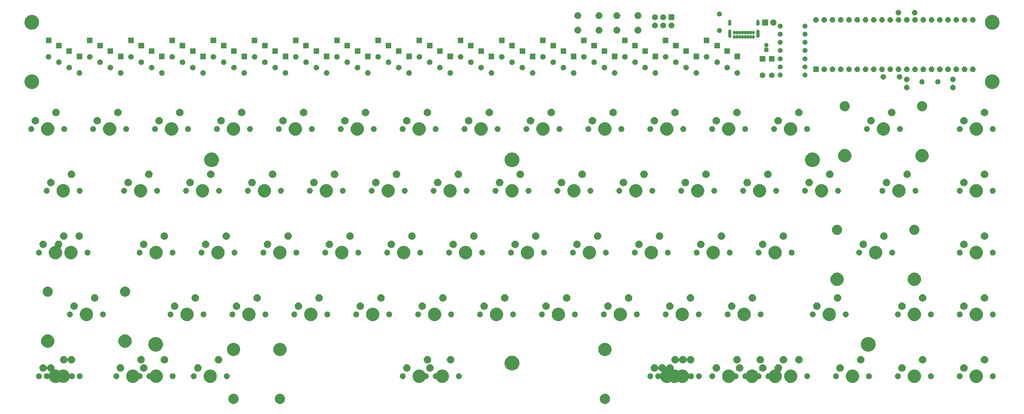
<source format=gbr>
G04 #@! TF.GenerationSoftware,KiCad,Pcbnew,(5.0.0)*
G04 #@! TF.CreationDate,2019-07-31T16:14:09-04:00*
G04 #@! TF.ProjectId,discipline-pcb,6469736369706C696E652D7063622E6B,rev?*
G04 #@! TF.SameCoordinates,Original*
G04 #@! TF.FileFunction,Soldermask,Bot*
G04 #@! TF.FilePolarity,Negative*
%FSLAX46Y46*%
G04 Gerber Fmt 4.6, Leading zero omitted, Abs format (unit mm)*
G04 Created by KiCad (PCBNEW (5.0.0)) date 07/31/19 16:14:09*
%MOMM*%
%LPD*%
G01*
G04 APERTURE LIST*
%ADD10C,0.100000*%
G04 APERTURE END LIST*
D10*
G36*
X127753518Y-171699796D02*
X127872244Y-171748974D01*
X128040148Y-171818522D01*
X128298114Y-171990889D01*
X128517488Y-172210263D01*
X128689855Y-172468229D01*
X128808581Y-172754860D01*
X128869107Y-173059145D01*
X128869107Y-173369395D01*
X128808581Y-173673680D01*
X128689855Y-173960311D01*
X128517488Y-174218277D01*
X128298114Y-174437651D01*
X128040148Y-174610018D01*
X127872244Y-174679566D01*
X127753518Y-174728744D01*
X127601374Y-174759007D01*
X127449232Y-174789270D01*
X127138982Y-174789270D01*
X126986840Y-174759007D01*
X126834696Y-174728744D01*
X126715970Y-174679566D01*
X126548066Y-174610018D01*
X126290100Y-174437651D01*
X126070726Y-174218277D01*
X125898359Y-173960311D01*
X125779633Y-173673680D01*
X125719107Y-173369395D01*
X125719107Y-173059145D01*
X125779633Y-172754860D01*
X125898359Y-172468229D01*
X126070726Y-172210263D01*
X126290100Y-171990889D01*
X126548066Y-171818522D01*
X126715970Y-171748974D01*
X126834696Y-171699796D01*
X127138982Y-171639270D01*
X127449232Y-171639270D01*
X127753518Y-171699796D01*
X127753518Y-171699796D01*
G37*
G36*
X242053518Y-171699796D02*
X242172244Y-171748974D01*
X242340148Y-171818522D01*
X242598114Y-171990889D01*
X242817488Y-172210263D01*
X242989855Y-172468229D01*
X243108581Y-172754860D01*
X243169107Y-173059145D01*
X243169107Y-173369395D01*
X243108581Y-173673680D01*
X242989855Y-173960311D01*
X242817488Y-174218277D01*
X242598114Y-174437651D01*
X242340148Y-174610018D01*
X242172244Y-174679566D01*
X242053518Y-174728744D01*
X241749232Y-174789270D01*
X241427930Y-174789270D01*
X241275788Y-174759007D01*
X241123644Y-174728744D01*
X241004918Y-174679566D01*
X240837014Y-174610018D01*
X240579048Y-174437651D01*
X240359674Y-174218277D01*
X240187307Y-173960311D01*
X240068581Y-173673680D01*
X240008055Y-173369395D01*
X240008055Y-173059145D01*
X240068581Y-172754860D01*
X240187307Y-172468229D01*
X240359674Y-172210263D01*
X240579048Y-171990889D01*
X240837014Y-171818522D01*
X241004918Y-171748974D01*
X241123644Y-171699796D01*
X241427930Y-171639270D01*
X241749232Y-171639270D01*
X242053518Y-171699796D01*
X242053518Y-171699796D01*
G37*
G36*
X142042666Y-171699796D02*
X142161392Y-171748974D01*
X142329296Y-171818522D01*
X142587262Y-171990889D01*
X142806636Y-172210263D01*
X142979003Y-172468229D01*
X143097729Y-172754860D01*
X143158255Y-173059145D01*
X143158255Y-173369395D01*
X143097729Y-173673680D01*
X142979003Y-173960311D01*
X142806636Y-174218277D01*
X142587262Y-174437651D01*
X142329296Y-174610018D01*
X142161392Y-174679566D01*
X142042666Y-174728744D01*
X141890522Y-174759007D01*
X141738380Y-174789270D01*
X141428130Y-174789270D01*
X141275988Y-174759007D01*
X141123844Y-174728744D01*
X141005118Y-174679566D01*
X140837214Y-174610018D01*
X140579248Y-174437651D01*
X140359874Y-174218277D01*
X140187507Y-173960311D01*
X140068781Y-173673680D01*
X140008255Y-173369395D01*
X140008255Y-173059145D01*
X140068781Y-172754860D01*
X140187507Y-172468229D01*
X140359874Y-172210263D01*
X140579248Y-171990889D01*
X140837214Y-171818522D01*
X141005118Y-171748974D01*
X141123844Y-171699796D01*
X141428130Y-171639270D01*
X141738380Y-171639270D01*
X142042666Y-171699796D01*
X142042666Y-171699796D01*
G37*
G36*
X185042359Y-164257088D02*
X185042361Y-164257089D01*
X185042362Y-164257089D01*
X185415620Y-164411697D01*
X185733852Y-164624333D01*
X185751546Y-164636156D01*
X186037221Y-164921831D01*
X186037223Y-164921834D01*
X186261680Y-165257757D01*
X186261681Y-165257760D01*
X186267622Y-165266651D01*
X186283168Y-165285593D01*
X186302110Y-165301139D01*
X186323720Y-165312690D01*
X186347170Y-165319803D01*
X186371556Y-165322205D01*
X186390090Y-165320380D01*
X186570525Y-165320380D01*
X186744596Y-165355004D01*
X186908568Y-165422924D01*
X187056138Y-165521527D01*
X187181637Y-165647026D01*
X187280240Y-165794596D01*
X187348160Y-165958568D01*
X187382784Y-166132639D01*
X187382784Y-166310121D01*
X187348160Y-166484192D01*
X187280240Y-166648164D01*
X187181637Y-166795734D01*
X187056138Y-166921233D01*
X186908568Y-167019836D01*
X186744596Y-167087756D01*
X186570525Y-167122380D01*
X186383599Y-167122380D01*
X186377896Y-167121819D01*
X186353510Y-167124224D01*
X186330062Y-167131339D01*
X186308452Y-167142893D01*
X186289512Y-167158441D01*
X186273968Y-167177384D01*
X186262426Y-167198982D01*
X186261681Y-167200781D01*
X186037221Y-167536709D01*
X185751546Y-167822384D01*
X185751543Y-167822386D01*
X185415620Y-168046843D01*
X185042362Y-168201451D01*
X185042361Y-168201451D01*
X185042359Y-168201452D01*
X184646114Y-168280270D01*
X184242100Y-168280270D01*
X183845855Y-168201452D01*
X183845853Y-168201451D01*
X183845852Y-168201451D01*
X183472594Y-168046843D01*
X183136671Y-167822386D01*
X183136668Y-167822384D01*
X182850993Y-167536709D01*
X182626535Y-167200784D01*
X182626534Y-167200783D01*
X182471926Y-166827525D01*
X182470357Y-166819635D01*
X182393107Y-166431277D01*
X182393107Y-166027263D01*
X182471925Y-165631018D01*
X182476821Y-165619197D01*
X182626534Y-165257757D01*
X182850991Y-164921834D01*
X182850993Y-164921831D01*
X183136668Y-164636156D01*
X183154362Y-164624333D01*
X183472594Y-164411697D01*
X183845852Y-164257089D01*
X183845853Y-164257089D01*
X183845855Y-164257088D01*
X184242100Y-164178270D01*
X184646114Y-164178270D01*
X185042359Y-164257088D01*
X185042359Y-164257088D01*
G37*
G36*
X356466036Y-164249198D02*
X356466038Y-164249199D01*
X356466039Y-164249199D01*
X356839297Y-164403807D01*
X357107939Y-164583308D01*
X357175223Y-164628266D01*
X357460898Y-164913941D01*
X357460900Y-164913944D01*
X357685357Y-165249867D01*
X357838338Y-165619197D01*
X357839966Y-165623128D01*
X357918784Y-166019373D01*
X357918784Y-166423387D01*
X357843150Y-166803627D01*
X357839965Y-166819635D01*
X357685357Y-167192893D01*
X357685356Y-167192894D01*
X357460898Y-167528819D01*
X357175223Y-167814494D01*
X357175220Y-167814496D01*
X356839297Y-168038953D01*
X356466039Y-168193561D01*
X356466038Y-168193561D01*
X356466036Y-168193562D01*
X356069791Y-168272380D01*
X355665777Y-168272380D01*
X355269532Y-168193562D01*
X355269530Y-168193561D01*
X355269529Y-168193561D01*
X354896271Y-168038953D01*
X354560348Y-167814496D01*
X354560345Y-167814494D01*
X354274670Y-167528819D01*
X354050212Y-167192894D01*
X354050211Y-167192893D01*
X353895603Y-166819635D01*
X353892419Y-166803627D01*
X353816784Y-166423387D01*
X353816784Y-166019373D01*
X353895602Y-165623128D01*
X353897230Y-165619197D01*
X354050211Y-165249867D01*
X354274668Y-164913944D01*
X354274670Y-164913941D01*
X354560345Y-164628266D01*
X354627629Y-164583308D01*
X354896271Y-164403807D01*
X355269529Y-164249199D01*
X355269530Y-164249199D01*
X355269532Y-164249198D01*
X355665777Y-164170380D01*
X356069791Y-164170380D01*
X356466036Y-164249198D01*
X356466036Y-164249198D01*
G37*
G36*
X287457674Y-164249198D02*
X287457676Y-164249199D01*
X287457677Y-164249199D01*
X287830935Y-164403807D01*
X288099577Y-164583308D01*
X288166861Y-164628266D01*
X288452536Y-164913941D01*
X288452538Y-164913944D01*
X288676995Y-165249867D01*
X288676996Y-165249869D01*
X288680340Y-165254874D01*
X288686233Y-165265900D01*
X288701777Y-165284844D01*
X288720718Y-165300390D01*
X288742328Y-165311943D01*
X288765777Y-165319058D01*
X288790163Y-165321462D01*
X288801151Y-165320380D01*
X288985403Y-165320380D01*
X289159474Y-165355004D01*
X289323446Y-165422924D01*
X289471016Y-165521527D01*
X289596515Y-165647026D01*
X289695118Y-165794596D01*
X289763038Y-165958568D01*
X289797662Y-166132639D01*
X289797662Y-166310121D01*
X289763038Y-166484192D01*
X289695118Y-166648164D01*
X289596515Y-166795734D01*
X289471016Y-166921233D01*
X289323446Y-167019836D01*
X289159474Y-167087756D01*
X288985403Y-167122380D01*
X288801159Y-167122380D01*
X288790179Y-167121298D01*
X288765793Y-167123698D01*
X288742343Y-167130810D01*
X288720732Y-167142360D01*
X288701789Y-167157905D01*
X288686242Y-167176846D01*
X288680344Y-167187880D01*
X288676996Y-167192891D01*
X288676995Y-167192893D01*
X288671722Y-167200784D01*
X288452536Y-167528819D01*
X288166861Y-167814494D01*
X288166858Y-167814496D01*
X287830935Y-168038953D01*
X287457677Y-168193561D01*
X287457676Y-168193561D01*
X287457674Y-168193562D01*
X287061429Y-168272380D01*
X286657415Y-168272380D01*
X286261170Y-168193562D01*
X286261168Y-168193561D01*
X286261167Y-168193561D01*
X285887909Y-168038953D01*
X285551986Y-167814496D01*
X285551983Y-167814494D01*
X285266308Y-167528819D01*
X285041848Y-167192891D01*
X285041153Y-167191213D01*
X285029601Y-167169602D01*
X285014056Y-167150660D01*
X284995113Y-167135115D01*
X284973502Y-167123564D01*
X284950053Y-167116451D01*
X284925667Y-167114050D01*
X284901286Y-167116452D01*
X284871481Y-167122380D01*
X284693999Y-167122380D01*
X284519928Y-167087756D01*
X284355956Y-167019836D01*
X284208386Y-166921233D01*
X284082887Y-166795734D01*
X283984284Y-166648164D01*
X283916364Y-166484192D01*
X283881740Y-166310121D01*
X283881740Y-166132639D01*
X283916364Y-165958568D01*
X283984284Y-165794596D01*
X284082887Y-165647026D01*
X284208386Y-165521527D01*
X284355956Y-165422924D01*
X284519928Y-165355004D01*
X284693999Y-165320380D01*
X284871481Y-165320380D01*
X284901286Y-165326308D01*
X284925669Y-165328710D01*
X284950055Y-165326308D01*
X284973504Y-165319195D01*
X284995115Y-165307644D01*
X285014057Y-165292099D01*
X285029602Y-165273157D01*
X285041153Y-165251547D01*
X285041848Y-165249869D01*
X285044477Y-165245935D01*
X285266306Y-164913944D01*
X285266308Y-164913941D01*
X285551983Y-164628266D01*
X285619267Y-164583308D01*
X285887909Y-164403807D01*
X286261167Y-164249199D01*
X286261168Y-164249199D01*
X286261170Y-164249198D01*
X286657415Y-164170380D01*
X287061429Y-164170380D01*
X287457674Y-164249198D01*
X287457674Y-164249198D01*
G37*
G36*
X299356314Y-164249198D02*
X299356316Y-164249199D01*
X299356317Y-164249199D01*
X299729575Y-164403807D01*
X299998217Y-164583308D01*
X300065501Y-164628266D01*
X300351176Y-164913941D01*
X300351178Y-164913944D01*
X300575635Y-165249867D01*
X300728616Y-165619197D01*
X300730244Y-165623128D01*
X300809062Y-166019373D01*
X300809062Y-166423387D01*
X300733428Y-166803627D01*
X300730243Y-166819635D01*
X300575635Y-167192893D01*
X300575634Y-167192894D01*
X300351176Y-167528819D01*
X300065501Y-167814494D01*
X300065498Y-167814496D01*
X299729575Y-168038953D01*
X299356317Y-168193561D01*
X299356316Y-168193561D01*
X299356314Y-168193562D01*
X298960069Y-168272380D01*
X298556055Y-168272380D01*
X298159810Y-168193562D01*
X298159808Y-168193561D01*
X298159807Y-168193561D01*
X297786549Y-168038953D01*
X297450626Y-167814496D01*
X297450623Y-167814494D01*
X297164948Y-167528819D01*
X296940490Y-167192894D01*
X296940489Y-167192893D01*
X296785881Y-166819635D01*
X296782697Y-166803627D01*
X296707062Y-166423387D01*
X296707062Y-166019373D01*
X296785880Y-165623128D01*
X296787508Y-165619197D01*
X296940489Y-165249867D01*
X297164946Y-164913944D01*
X297164948Y-164913941D01*
X297450623Y-164628266D01*
X297517907Y-164583308D01*
X297786549Y-164403807D01*
X298159807Y-164249199D01*
X298159808Y-164249199D01*
X298159810Y-164249198D01*
X298556055Y-164170380D01*
X298960069Y-164170380D01*
X299356314Y-164249198D01*
X299356314Y-164249198D01*
G37*
G36*
X337416036Y-164249198D02*
X337416038Y-164249199D01*
X337416039Y-164249199D01*
X337789297Y-164403807D01*
X338057939Y-164583308D01*
X338125223Y-164628266D01*
X338410898Y-164913941D01*
X338410900Y-164913944D01*
X338635357Y-165249867D01*
X338788338Y-165619197D01*
X338789966Y-165623128D01*
X338868784Y-166019373D01*
X338868784Y-166423387D01*
X338793150Y-166803627D01*
X338789965Y-166819635D01*
X338635357Y-167192893D01*
X338635356Y-167192894D01*
X338410898Y-167528819D01*
X338125223Y-167814494D01*
X338125220Y-167814496D01*
X337789297Y-168038953D01*
X337416039Y-168193561D01*
X337416038Y-168193561D01*
X337416036Y-168193562D01*
X337019791Y-168272380D01*
X336615777Y-168272380D01*
X336219532Y-168193562D01*
X336219530Y-168193561D01*
X336219529Y-168193561D01*
X335846271Y-168038953D01*
X335510348Y-167814496D01*
X335510345Y-167814494D01*
X335224670Y-167528819D01*
X335000212Y-167192894D01*
X335000211Y-167192893D01*
X334845603Y-166819635D01*
X334842419Y-166803627D01*
X334766784Y-166423387D01*
X334766784Y-166019373D01*
X334845602Y-165623128D01*
X334847230Y-165619197D01*
X335000211Y-165249867D01*
X335224668Y-164913944D01*
X335224670Y-164913941D01*
X335510345Y-164628266D01*
X335577629Y-164583308D01*
X335846271Y-164403807D01*
X336219529Y-164249199D01*
X336219530Y-164249199D01*
X336219532Y-164249198D01*
X336615777Y-164170380D01*
X337019791Y-164170380D01*
X337416036Y-164249198D01*
X337416036Y-164249198D01*
G37*
G36*
X318366036Y-164249198D02*
X318366038Y-164249199D01*
X318366039Y-164249199D01*
X318739297Y-164403807D01*
X319007939Y-164583308D01*
X319075223Y-164628266D01*
X319360898Y-164913941D01*
X319360900Y-164913944D01*
X319585357Y-165249867D01*
X319738338Y-165619197D01*
X319739966Y-165623128D01*
X319818784Y-166019373D01*
X319818784Y-166423387D01*
X319743150Y-166803627D01*
X319739965Y-166819635D01*
X319585357Y-167192893D01*
X319585356Y-167192894D01*
X319360898Y-167528819D01*
X319075223Y-167814494D01*
X319075220Y-167814496D01*
X318739297Y-168038953D01*
X318366039Y-168193561D01*
X318366038Y-168193561D01*
X318366036Y-168193562D01*
X317969791Y-168272380D01*
X317565777Y-168272380D01*
X317169532Y-168193562D01*
X317169530Y-168193561D01*
X317169529Y-168193561D01*
X316796271Y-168038953D01*
X316460348Y-167814496D01*
X316460345Y-167814494D01*
X316174670Y-167528819D01*
X315950212Y-167192894D01*
X315950211Y-167192893D01*
X315795603Y-166819635D01*
X315792419Y-166803627D01*
X315716784Y-166423387D01*
X315716784Y-166019373D01*
X315795602Y-165623128D01*
X315797230Y-165619197D01*
X315950211Y-165249867D01*
X316174668Y-164913944D01*
X316174670Y-164913941D01*
X316460345Y-164628266D01*
X316527629Y-164583308D01*
X316796271Y-164403807D01*
X317169529Y-164249199D01*
X317169530Y-164249199D01*
X317169532Y-164249198D01*
X317565777Y-164170380D01*
X317969791Y-164170380D01*
X318366036Y-164249198D01*
X318366036Y-164249198D01*
G37*
G36*
X96909836Y-164249198D02*
X96909838Y-164249199D01*
X96909839Y-164249199D01*
X97283097Y-164403807D01*
X97551739Y-164583308D01*
X97619023Y-164628266D01*
X97904698Y-164913941D01*
X97904700Y-164913944D01*
X98129157Y-165249867D01*
X98129212Y-165249999D01*
X98140761Y-165271604D01*
X98156307Y-165290546D01*
X98175250Y-165306091D01*
X98196861Y-165317641D01*
X98220310Y-165324754D01*
X98244696Y-165327155D01*
X98269072Y-165324754D01*
X98310824Y-165316449D01*
X98488306Y-165316449D01*
X98662377Y-165351073D01*
X98826349Y-165418993D01*
X98973919Y-165517596D01*
X99099418Y-165643095D01*
X99198021Y-165790665D01*
X99265941Y-165954637D01*
X99300565Y-166128708D01*
X99300565Y-166306190D01*
X99265941Y-166480261D01*
X99198021Y-166644233D01*
X99099418Y-166791803D01*
X98973919Y-166917302D01*
X98826349Y-167015905D01*
X98662377Y-167083825D01*
X98488306Y-167118449D01*
X98310823Y-167118449D01*
X98272087Y-167110744D01*
X98247701Y-167108342D01*
X98223314Y-167110744D01*
X98199865Y-167117857D01*
X98178254Y-167129408D01*
X98159312Y-167144954D01*
X98143767Y-167163896D01*
X98132216Y-167185507D01*
X98129157Y-167192893D01*
X97904698Y-167528819D01*
X97619023Y-167814494D01*
X97619020Y-167814496D01*
X97283097Y-168038953D01*
X96909839Y-168193561D01*
X96909838Y-168193561D01*
X96909836Y-168193562D01*
X96513591Y-168272380D01*
X96109577Y-168272380D01*
X95713332Y-168193562D01*
X95713330Y-168193561D01*
X95713329Y-168193561D01*
X95340071Y-168038953D01*
X95004148Y-167814496D01*
X95004145Y-167814494D01*
X94718470Y-167528819D01*
X94494012Y-167192894D01*
X94494011Y-167192893D01*
X94339403Y-166819635D01*
X94336219Y-166803627D01*
X94260584Y-166423387D01*
X94260584Y-166019373D01*
X94339402Y-165623128D01*
X94341030Y-165619197D01*
X94494011Y-165249867D01*
X94718468Y-164913944D01*
X94718470Y-164913941D01*
X95004145Y-164628266D01*
X95071429Y-164583308D01*
X95340071Y-164403807D01*
X95713329Y-164249199D01*
X95713330Y-164249199D01*
X95713332Y-164249198D01*
X96109577Y-164170380D01*
X96513591Y-164170380D01*
X96909836Y-164249198D01*
X96909836Y-164249198D01*
G37*
G36*
X295283796Y-162574612D02*
X295493264Y-162661376D01*
X295681785Y-162787342D01*
X295842100Y-162947657D01*
X295968066Y-163136178D01*
X296054830Y-163345646D01*
X296099062Y-163568015D01*
X296099062Y-163794745D01*
X296054830Y-164017114D01*
X295968066Y-164226582D01*
X295842100Y-164415103D01*
X295681783Y-164575420D01*
X295538354Y-164671257D01*
X295519412Y-164686802D01*
X295503867Y-164705744D01*
X295492316Y-164727355D01*
X295485203Y-164750804D01*
X295482801Y-164775191D01*
X295485203Y-164799577D01*
X295492316Y-164823026D01*
X295503868Y-164844637D01*
X295519413Y-164863578D01*
X295569776Y-164913941D01*
X295569778Y-164913944D01*
X295794235Y-165249867D01*
X295947216Y-165619197D01*
X295948844Y-165623128D01*
X296027662Y-166019373D01*
X296027662Y-166423387D01*
X295952028Y-166803627D01*
X295948843Y-166819635D01*
X295794235Y-167192893D01*
X295794234Y-167192894D01*
X295569776Y-167528819D01*
X295284101Y-167814494D01*
X295284098Y-167814496D01*
X294948175Y-168038953D01*
X294574917Y-168193561D01*
X294574916Y-168193561D01*
X294574914Y-168193562D01*
X294178669Y-168272380D01*
X293774655Y-168272380D01*
X293378410Y-168193562D01*
X293378408Y-168193561D01*
X293378407Y-168193561D01*
X293005149Y-168038953D01*
X292669226Y-167814496D01*
X292669223Y-167814494D01*
X292383548Y-167528819D01*
X292159090Y-167192894D01*
X292159089Y-167192893D01*
X292159088Y-167192891D01*
X292155744Y-167187886D01*
X292149851Y-167176860D01*
X292134307Y-167157916D01*
X292115366Y-167142370D01*
X292093756Y-167130817D01*
X292070307Y-167123702D01*
X292045921Y-167121298D01*
X292034933Y-167122380D01*
X291850681Y-167122380D01*
X291676610Y-167087756D01*
X291512638Y-167019836D01*
X291365068Y-166921233D01*
X291239569Y-166795734D01*
X291140966Y-166648164D01*
X291073046Y-166484192D01*
X291038422Y-166310121D01*
X291038422Y-166132639D01*
X291073046Y-165958568D01*
X291140966Y-165794596D01*
X291239569Y-165647026D01*
X291365068Y-165521527D01*
X291512638Y-165422924D01*
X291676610Y-165355004D01*
X291850681Y-165320380D01*
X292034925Y-165320380D01*
X292045905Y-165321462D01*
X292070291Y-165319062D01*
X292093741Y-165311950D01*
X292115352Y-165300400D01*
X292134295Y-165284855D01*
X292149842Y-165265914D01*
X292155740Y-165254880D01*
X292159088Y-165249869D01*
X292159089Y-165249867D01*
X292383546Y-164913944D01*
X292383548Y-164913941D01*
X292669223Y-164628266D01*
X292736507Y-164583308D01*
X293005149Y-164403807D01*
X293293849Y-164284224D01*
X293378409Y-164249198D01*
X293688221Y-164187573D01*
X293745489Y-164176182D01*
X293768937Y-164169069D01*
X293790548Y-164157518D01*
X293809490Y-164141973D01*
X293825036Y-164123030D01*
X293836587Y-164101420D01*
X293843700Y-164077971D01*
X293846102Y-164053584D01*
X293843700Y-164029198D01*
X293843694Y-164029179D01*
X293797062Y-163794745D01*
X293797062Y-163568015D01*
X293841294Y-163345646D01*
X293928058Y-163136178D01*
X294054024Y-162947657D01*
X294214339Y-162787342D01*
X294402860Y-162661376D01*
X294612328Y-162574612D01*
X294834697Y-162530380D01*
X295061427Y-162530380D01*
X295283796Y-162574612D01*
X295283796Y-162574612D01*
G37*
G36*
X71405968Y-162570681D02*
X71615436Y-162657445D01*
X71803957Y-162783411D01*
X71964272Y-162943726D01*
X72090238Y-163132247D01*
X72177002Y-163341715D01*
X72221234Y-163564084D01*
X72221234Y-163790814D01*
X72175448Y-164020994D01*
X72173046Y-164045380D01*
X72175448Y-164069766D01*
X72182561Y-164093215D01*
X72194112Y-164114826D01*
X72209658Y-164133768D01*
X72228600Y-164149314D01*
X72250210Y-164160865D01*
X72273660Y-164167978D01*
X72298046Y-164170380D01*
X72700991Y-164170380D01*
X73097236Y-164249198D01*
X73097238Y-164249199D01*
X73097239Y-164249199D01*
X73470497Y-164403807D01*
X73617222Y-164501846D01*
X73638831Y-164513397D01*
X73662280Y-164520510D01*
X73686667Y-164522912D01*
X73711053Y-164520510D01*
X73734502Y-164513397D01*
X73756110Y-164501848D01*
X73908721Y-164399876D01*
X74281979Y-164245268D01*
X74281980Y-164245268D01*
X74281982Y-164245267D01*
X74678227Y-164166449D01*
X75082241Y-164166449D01*
X75478486Y-164245267D01*
X75478488Y-164245268D01*
X75478489Y-164245268D01*
X75851747Y-164399876D01*
X76114464Y-164575418D01*
X76187673Y-164624335D01*
X76473348Y-164910010D01*
X76473350Y-164910013D01*
X76697807Y-165245936D01*
X76793742Y-165477544D01*
X76796801Y-165484930D01*
X76808352Y-165506541D01*
X76823898Y-165525483D01*
X76842840Y-165541029D01*
X76864450Y-165552580D01*
X76887900Y-165559693D01*
X76912286Y-165562095D01*
X76936672Y-165559693D01*
X76960121Y-165552580D01*
X76981732Y-165541029D01*
X77000674Y-165525483D01*
X77004630Y-165521527D01*
X77152200Y-165422924D01*
X77316172Y-165355004D01*
X77490243Y-165320380D01*
X77667725Y-165320380D01*
X77841796Y-165355004D01*
X78005768Y-165422924D01*
X78153338Y-165521527D01*
X78278837Y-165647026D01*
X78377440Y-165794596D01*
X78445360Y-165958568D01*
X78479984Y-166132639D01*
X78479984Y-166310121D01*
X78445360Y-166484192D01*
X78377440Y-166648164D01*
X78278837Y-166795734D01*
X78153338Y-166921233D01*
X78005768Y-167019836D01*
X77841796Y-167087756D01*
X77667725Y-167122380D01*
X77490243Y-167122380D01*
X77316172Y-167087756D01*
X77152200Y-167019836D01*
X77004630Y-166921233D01*
X76998372Y-166914975D01*
X76979430Y-166899429D01*
X76957819Y-166887878D01*
X76934370Y-166880765D01*
X76909984Y-166878363D01*
X76885598Y-166880765D01*
X76862149Y-166887878D01*
X76840538Y-166899429D01*
X76821596Y-166914975D01*
X76806050Y-166933917D01*
X76794499Y-166955527D01*
X76769489Y-167015905D01*
X76697807Y-167188962D01*
X76476377Y-167520354D01*
X76473348Y-167524888D01*
X76187673Y-167810563D01*
X76187670Y-167810565D01*
X75851747Y-168035022D01*
X75478489Y-168189630D01*
X75478488Y-168189630D01*
X75478486Y-168189631D01*
X75082241Y-168268449D01*
X74678227Y-168268449D01*
X74281982Y-168189631D01*
X74281980Y-168189630D01*
X74281979Y-168189630D01*
X73908721Y-168035022D01*
X73761993Y-167936981D01*
X73740387Y-167925432D01*
X73716938Y-167918319D01*
X73692551Y-167915917D01*
X73668165Y-167918319D01*
X73644716Y-167925432D01*
X73623108Y-167936981D01*
X73470497Y-168038953D01*
X73097239Y-168193561D01*
X73097238Y-168193561D01*
X73097236Y-168193562D01*
X72700991Y-168272380D01*
X72296977Y-168272380D01*
X71900732Y-168193562D01*
X71900730Y-168193561D01*
X71900729Y-168193561D01*
X71527471Y-168038953D01*
X71191548Y-167814496D01*
X71191545Y-167814494D01*
X70905870Y-167528819D01*
X70686684Y-167200784D01*
X70681411Y-167192893D01*
X70582416Y-166953897D01*
X70570866Y-166932288D01*
X70555320Y-166913346D01*
X70536378Y-166897800D01*
X70514768Y-166886249D01*
X70491318Y-166879136D01*
X70466932Y-166876734D01*
X70442546Y-166879136D01*
X70419097Y-166886249D01*
X70397486Y-166897800D01*
X70378544Y-166913346D01*
X70374588Y-166917302D01*
X70227018Y-167015905D01*
X70063046Y-167083825D01*
X69888975Y-167118449D01*
X69711493Y-167118449D01*
X69537422Y-167083825D01*
X69373450Y-167015905D01*
X69225880Y-166917302D01*
X69100381Y-166791803D01*
X69001778Y-166644233D01*
X68933858Y-166480261D01*
X68899234Y-166306190D01*
X68899234Y-166128708D01*
X68933858Y-165954637D01*
X69001778Y-165790665D01*
X69100381Y-165643095D01*
X69225880Y-165517596D01*
X69373450Y-165418993D01*
X69537422Y-165351073D01*
X69711493Y-165316449D01*
X69888975Y-165316449D01*
X70063046Y-165351073D01*
X70227018Y-165418993D01*
X70374588Y-165517596D01*
X70380846Y-165523854D01*
X70399788Y-165539400D01*
X70421399Y-165550951D01*
X70444848Y-165558064D01*
X70469234Y-165560466D01*
X70493620Y-165558064D01*
X70517069Y-165550951D01*
X70538680Y-165539400D01*
X70557622Y-165523854D01*
X70573168Y-165504912D01*
X70584719Y-165483302D01*
X70623123Y-165390588D01*
X70681411Y-165249867D01*
X70858343Y-164985070D01*
X70869893Y-164963461D01*
X70877006Y-164940012D01*
X70879408Y-164915626D01*
X70877006Y-164891240D01*
X70869893Y-164867791D01*
X70858342Y-164846180D01*
X70842796Y-164827238D01*
X70823854Y-164811692D01*
X70802243Y-164800141D01*
X70778795Y-164793028D01*
X70734500Y-164784217D01*
X70525032Y-164697453D01*
X70336511Y-164571487D01*
X70176196Y-164411172D01*
X70050230Y-164222651D01*
X69995908Y-164091505D01*
X69984357Y-164069894D01*
X69968812Y-164050952D01*
X69949870Y-164035407D01*
X69928259Y-164023855D01*
X69904810Y-164016742D01*
X69880423Y-164014340D01*
X69856037Y-164016742D01*
X69832588Y-164023855D01*
X69810977Y-164035406D01*
X69792035Y-164050951D01*
X69776490Y-164069893D01*
X69764938Y-164091505D01*
X69708988Y-164226583D01*
X69583022Y-164415103D01*
X69422707Y-164575418D01*
X69234186Y-164701384D01*
X69024718Y-164788148D01*
X68802349Y-164832380D01*
X68575619Y-164832380D01*
X68353250Y-164788148D01*
X68143782Y-164701384D01*
X67955261Y-164575418D01*
X67794946Y-164415103D01*
X67668980Y-164226582D01*
X67582216Y-164017114D01*
X67537984Y-163794745D01*
X67537984Y-163568015D01*
X67582216Y-163345646D01*
X67668980Y-163136178D01*
X67794946Y-162947657D01*
X67955261Y-162787342D01*
X68143782Y-162661376D01*
X68353250Y-162574612D01*
X68575619Y-162530380D01*
X68802349Y-162530380D01*
X69024718Y-162574612D01*
X69234186Y-162661376D01*
X69422707Y-162787342D01*
X69583022Y-162947657D01*
X69708988Y-163136178D01*
X69763310Y-163267324D01*
X69774861Y-163288935D01*
X69790406Y-163307877D01*
X69809348Y-163323422D01*
X69830959Y-163334974D01*
X69854408Y-163342087D01*
X69878795Y-163344489D01*
X69903181Y-163342087D01*
X69926630Y-163334974D01*
X69948241Y-163323423D01*
X69967183Y-163307878D01*
X69982728Y-163288936D01*
X69994280Y-163267324D01*
X70050230Y-163132246D01*
X70176196Y-162943726D01*
X70336511Y-162783411D01*
X70525032Y-162657445D01*
X70734500Y-162570681D01*
X70956869Y-162526449D01*
X71183599Y-162526449D01*
X71405968Y-162570681D01*
X71405968Y-162570681D01*
G37*
G36*
X280300992Y-164249198D02*
X280300994Y-164249199D01*
X280300995Y-164249199D01*
X280674253Y-164403807D01*
X280942895Y-164583308D01*
X281010179Y-164628266D01*
X281295854Y-164913941D01*
X281295856Y-164913944D01*
X281517686Y-165245935D01*
X281520314Y-165249869D01*
X281521009Y-165251547D01*
X281532561Y-165273158D01*
X281548106Y-165292100D01*
X281567049Y-165307645D01*
X281588660Y-165319196D01*
X281612109Y-165326309D01*
X281636495Y-165328710D01*
X281660876Y-165326308D01*
X281690681Y-165320380D01*
X281868163Y-165320380D01*
X282042234Y-165355004D01*
X282206206Y-165422924D01*
X282353776Y-165521527D01*
X282479275Y-165647026D01*
X282577878Y-165794596D01*
X282645798Y-165958568D01*
X282680422Y-166132639D01*
X282680422Y-166310121D01*
X282645798Y-166484192D01*
X282577878Y-166648164D01*
X282479275Y-166795734D01*
X282353776Y-166921233D01*
X282206206Y-167019836D01*
X282042234Y-167087756D01*
X281868163Y-167122380D01*
X281690681Y-167122380D01*
X281660876Y-167116452D01*
X281636493Y-167114050D01*
X281612107Y-167116452D01*
X281588658Y-167123565D01*
X281567047Y-167135116D01*
X281548105Y-167150661D01*
X281532560Y-167169603D01*
X281521009Y-167191213D01*
X281520314Y-167192891D01*
X281295854Y-167528819D01*
X281010179Y-167814494D01*
X281010176Y-167814496D01*
X280674253Y-168038953D01*
X280300995Y-168193561D01*
X280300994Y-168193561D01*
X280300992Y-168193562D01*
X279904747Y-168272380D01*
X279500733Y-168272380D01*
X279104488Y-168193562D01*
X279104486Y-168193561D01*
X279104485Y-168193561D01*
X278731227Y-168038953D01*
X278395304Y-167814496D01*
X278395301Y-167814494D01*
X278109626Y-167528819D01*
X277885168Y-167192894D01*
X277885167Y-167192893D01*
X277730559Y-166819635D01*
X277727375Y-166803627D01*
X277651740Y-166423387D01*
X277651740Y-166019373D01*
X277730558Y-165623128D01*
X277732186Y-165619197D01*
X277885167Y-165249867D01*
X278109624Y-164913944D01*
X278109626Y-164913941D01*
X278395301Y-164628266D01*
X278462585Y-164583308D01*
X278731227Y-164403807D01*
X279104485Y-164249199D01*
X279104486Y-164249199D01*
X279104488Y-164249198D01*
X279500733Y-164170380D01*
X279904747Y-164170380D01*
X280300992Y-164249198D01*
X280300992Y-164249198D01*
G37*
G36*
X120722236Y-164249198D02*
X120722238Y-164249199D01*
X120722239Y-164249199D01*
X121095497Y-164403807D01*
X121364139Y-164583308D01*
X121431423Y-164628266D01*
X121717098Y-164913941D01*
X121717100Y-164913944D01*
X121941557Y-165249867D01*
X122094538Y-165619197D01*
X122096166Y-165623128D01*
X122174984Y-166019373D01*
X122174984Y-166423387D01*
X122099350Y-166803627D01*
X122096165Y-166819635D01*
X121941557Y-167192893D01*
X121941556Y-167192894D01*
X121717098Y-167528819D01*
X121431423Y-167814494D01*
X121431420Y-167814496D01*
X121095497Y-168038953D01*
X120722239Y-168193561D01*
X120722238Y-168193561D01*
X120722236Y-168193562D01*
X120325991Y-168272380D01*
X119921977Y-168272380D01*
X119525732Y-168193562D01*
X119525730Y-168193561D01*
X119525729Y-168193561D01*
X119152471Y-168038953D01*
X118816548Y-167814496D01*
X118816545Y-167814494D01*
X118530870Y-167528819D01*
X118306412Y-167192894D01*
X118306411Y-167192893D01*
X118151803Y-166819635D01*
X118148619Y-166803627D01*
X118072984Y-166423387D01*
X118072984Y-166019373D01*
X118151802Y-165623128D01*
X118153430Y-165619197D01*
X118306411Y-165249867D01*
X118530868Y-164913944D01*
X118530870Y-164913941D01*
X118816545Y-164628266D01*
X118883829Y-164583308D01*
X119152471Y-164403807D01*
X119525729Y-164249199D01*
X119525730Y-164249199D01*
X119525732Y-164249198D01*
X119921977Y-164170380D01*
X120325991Y-164170380D01*
X120722236Y-164249198D01*
X120722236Y-164249198D01*
G37*
G36*
X192160036Y-164249198D02*
X192160038Y-164249199D01*
X192160039Y-164249199D01*
X192533297Y-164403807D01*
X192801939Y-164583308D01*
X192869223Y-164628266D01*
X193154898Y-164913941D01*
X193154900Y-164913944D01*
X193379357Y-165249867D01*
X193532338Y-165619197D01*
X193533966Y-165623128D01*
X193612784Y-166019373D01*
X193612784Y-166423387D01*
X193537150Y-166803627D01*
X193533965Y-166819635D01*
X193379357Y-167192893D01*
X193379356Y-167192894D01*
X193154898Y-167528819D01*
X192869223Y-167814494D01*
X192869220Y-167814496D01*
X192533297Y-168038953D01*
X192160039Y-168193561D01*
X192160038Y-168193561D01*
X192160036Y-168193562D01*
X191763791Y-168272380D01*
X191359777Y-168272380D01*
X190963532Y-168193562D01*
X190963530Y-168193561D01*
X190963529Y-168193561D01*
X190590271Y-168038953D01*
X190254348Y-167814496D01*
X190254345Y-167814494D01*
X189968670Y-167528819D01*
X189749484Y-167200784D01*
X189744211Y-167192893D01*
X189744210Y-167192890D01*
X189738269Y-167183999D01*
X189722723Y-167165057D01*
X189703781Y-167149511D01*
X189682171Y-167137960D01*
X189658721Y-167130847D01*
X189634335Y-167128445D01*
X189615801Y-167130270D01*
X189435366Y-167130270D01*
X189261295Y-167095646D01*
X189097323Y-167027726D01*
X188949753Y-166929123D01*
X188824254Y-166803624D01*
X188725651Y-166656054D01*
X188657731Y-166492082D01*
X188623107Y-166318011D01*
X188623107Y-166140529D01*
X188657731Y-165966458D01*
X188725651Y-165802486D01*
X188824254Y-165654916D01*
X188949753Y-165529417D01*
X189097323Y-165430814D01*
X189261295Y-165362894D01*
X189435366Y-165328270D01*
X189622292Y-165328270D01*
X189627995Y-165328831D01*
X189652381Y-165326426D01*
X189675829Y-165319311D01*
X189697439Y-165307757D01*
X189716379Y-165292209D01*
X189731923Y-165273266D01*
X189743465Y-165251668D01*
X189744210Y-165249869D01*
X189746839Y-165245935D01*
X189968668Y-164913944D01*
X189968670Y-164913941D01*
X190254345Y-164628266D01*
X190321629Y-164583308D01*
X190590271Y-164403807D01*
X190963529Y-164249199D01*
X190963530Y-164249199D01*
X190963532Y-164249198D01*
X191359777Y-164170380D01*
X191763791Y-164170380D01*
X192160036Y-164249198D01*
X192160036Y-164249198D01*
G37*
G36*
X257173152Y-162574612D02*
X257382620Y-162661376D01*
X257571141Y-162787342D01*
X257731456Y-162947657D01*
X257857422Y-163136178D01*
X257911797Y-163267452D01*
X257923348Y-163289063D01*
X257938893Y-163308005D01*
X257957835Y-163323550D01*
X257979446Y-163335102D01*
X258002895Y-163342215D01*
X258027282Y-163344617D01*
X258051668Y-163342215D01*
X258075117Y-163335102D01*
X258096728Y-163323551D01*
X258115670Y-163308006D01*
X258131215Y-163289064D01*
X258142767Y-163267452D01*
X258197142Y-163136178D01*
X258323108Y-162947657D01*
X258483423Y-162787342D01*
X258671944Y-162661376D01*
X258881412Y-162574612D01*
X259103781Y-162530380D01*
X259330511Y-162530380D01*
X259552880Y-162574612D01*
X259762348Y-162661376D01*
X259950869Y-162787342D01*
X260111184Y-162947657D01*
X260237150Y-163136178D01*
X260298323Y-163283864D01*
X260309874Y-163305475D01*
X260325419Y-163324417D01*
X260344361Y-163339962D01*
X260365972Y-163351514D01*
X260389421Y-163358627D01*
X260413808Y-163361029D01*
X260438194Y-163358627D01*
X260461643Y-163351514D01*
X260483254Y-163339963D01*
X260502196Y-163324418D01*
X260517741Y-163305476D01*
X260529293Y-163283864D01*
X260590466Y-163136178D01*
X260716432Y-162947657D01*
X260876747Y-162787342D01*
X261065268Y-162661376D01*
X261274736Y-162574612D01*
X261497105Y-162530380D01*
X261723835Y-162530380D01*
X261946204Y-162574612D01*
X262155672Y-162661376D01*
X262344193Y-162787342D01*
X262504508Y-162947657D01*
X262630474Y-163136178D01*
X262717238Y-163345646D01*
X262761470Y-163568015D01*
X262761470Y-163794745D01*
X262716466Y-164020994D01*
X262714064Y-164045380D01*
X262716466Y-164069766D01*
X262723579Y-164093215D01*
X262735130Y-164114826D01*
X262750676Y-164133768D01*
X262769618Y-164149314D01*
X262791228Y-164160865D01*
X262814678Y-164167978D01*
X262839064Y-164170380D01*
X263229153Y-164170380D01*
X263625398Y-164249198D01*
X263625400Y-164249199D01*
X263625401Y-164249199D01*
X263998659Y-164403807D01*
X264154365Y-164507847D01*
X264175973Y-164519396D01*
X264199422Y-164526509D01*
X264223808Y-164528911D01*
X264248194Y-164526509D01*
X264271643Y-164519396D01*
X264293251Y-164507847D01*
X264448957Y-164403807D01*
X264822215Y-164249199D01*
X264822216Y-164249199D01*
X264822218Y-164249198D01*
X265218463Y-164170380D01*
X265622477Y-164170380D01*
X266018722Y-164249198D01*
X266018724Y-164249199D01*
X266018725Y-164249199D01*
X266391983Y-164403807D01*
X266660625Y-164583308D01*
X266727909Y-164628266D01*
X267013584Y-164913941D01*
X267013586Y-164913944D01*
X267238043Y-165249867D01*
X267292995Y-165382533D01*
X267332350Y-165477544D01*
X267343902Y-165499155D01*
X267359447Y-165518097D01*
X267378389Y-165533642D01*
X267400000Y-165545193D01*
X267423449Y-165552306D01*
X267447835Y-165554708D01*
X267472222Y-165552306D01*
X267495671Y-165545193D01*
X267517282Y-165533641D01*
X267528753Y-165524226D01*
X267532792Y-165521527D01*
X267680362Y-165422924D01*
X267844334Y-165355004D01*
X268018405Y-165320380D01*
X268195887Y-165320380D01*
X268369958Y-165355004D01*
X268533930Y-165422924D01*
X268681500Y-165521527D01*
X268806999Y-165647026D01*
X268905602Y-165794596D01*
X268973522Y-165958568D01*
X269008146Y-166132639D01*
X269008146Y-166310121D01*
X268973522Y-166484192D01*
X268905602Y-166648164D01*
X268806999Y-166795734D01*
X268681500Y-166921233D01*
X268533930Y-167019836D01*
X268369958Y-167087756D01*
X268195887Y-167122380D01*
X268018405Y-167122380D01*
X267844334Y-167087756D01*
X267680362Y-167019836D01*
X267532792Y-166921233D01*
X267532789Y-166921230D01*
X267528754Y-166918534D01*
X267517281Y-166909118D01*
X267495670Y-166897567D01*
X267472221Y-166890454D01*
X267447835Y-166888052D01*
X267423449Y-166890454D01*
X267400000Y-166897567D01*
X267378389Y-166909118D01*
X267359447Y-166924664D01*
X267343901Y-166943606D01*
X267332350Y-166965216D01*
X267238043Y-167192893D01*
X267238042Y-167192894D01*
X267013584Y-167528819D01*
X266727909Y-167814494D01*
X266727906Y-167814496D01*
X266391983Y-168038953D01*
X266018725Y-168193561D01*
X266018724Y-168193561D01*
X266018722Y-168193562D01*
X265622477Y-168272380D01*
X265218463Y-168272380D01*
X264822218Y-168193562D01*
X264822216Y-168193561D01*
X264822215Y-168193561D01*
X264448957Y-168038953D01*
X264293251Y-167934913D01*
X264271643Y-167923364D01*
X264248194Y-167916251D01*
X264223808Y-167913849D01*
X264199422Y-167916251D01*
X264175973Y-167923364D01*
X264154365Y-167934913D01*
X263998659Y-168038953D01*
X263625401Y-168193561D01*
X263625400Y-168193561D01*
X263625398Y-168193562D01*
X263229153Y-168272380D01*
X262825139Y-168272380D01*
X262428894Y-168193562D01*
X262428892Y-168193561D01*
X262428891Y-168193561D01*
X262055633Y-168038953D01*
X261906723Y-167939454D01*
X261885118Y-167927906D01*
X261861668Y-167920793D01*
X261837282Y-167918391D01*
X261812896Y-167920793D01*
X261789447Y-167927906D01*
X261767841Y-167939454D01*
X261618931Y-168038953D01*
X261245673Y-168193561D01*
X261245672Y-168193561D01*
X261245670Y-168193562D01*
X260849425Y-168272380D01*
X260445411Y-168272380D01*
X260049166Y-168193562D01*
X260049164Y-168193561D01*
X260049163Y-168193561D01*
X259675905Y-168038953D01*
X259339982Y-167814496D01*
X259339979Y-167814494D01*
X259054304Y-167528819D01*
X258829846Y-167192894D01*
X258829845Y-167192893D01*
X258731556Y-166955602D01*
X258720005Y-166933992D01*
X258704459Y-166915049D01*
X258685517Y-166899504D01*
X258663906Y-166887953D01*
X258640457Y-166880840D01*
X258616071Y-166878438D01*
X258591684Y-166880840D01*
X258568235Y-166887953D01*
X258546625Y-166899504D01*
X258527684Y-166915049D01*
X258521500Y-166921233D01*
X258373930Y-167019836D01*
X258209958Y-167087756D01*
X258035887Y-167122380D01*
X257858405Y-167122380D01*
X257684334Y-167087756D01*
X257520362Y-167019836D01*
X257372792Y-166921233D01*
X257247293Y-166795734D01*
X257148690Y-166648164D01*
X257080770Y-166484192D01*
X257046146Y-166310121D01*
X257046146Y-166132639D01*
X257080770Y-165958568D01*
X257148690Y-165794596D01*
X257247293Y-165647026D01*
X257372792Y-165521527D01*
X257520362Y-165422924D01*
X257684334Y-165355004D01*
X257858405Y-165320380D01*
X258035887Y-165320380D01*
X258209958Y-165355004D01*
X258373930Y-165422924D01*
X258521500Y-165521527D01*
X258527683Y-165527710D01*
X258546625Y-165543256D01*
X258568236Y-165554807D01*
X258591685Y-165561920D01*
X258616071Y-165564322D01*
X258640457Y-165561920D01*
X258663906Y-165554807D01*
X258685517Y-165543256D01*
X258704459Y-165527710D01*
X258720005Y-165508768D01*
X258731556Y-165487158D01*
X258759791Y-165418993D01*
X258829845Y-165249867D01*
X259004280Y-164988807D01*
X259015830Y-164967198D01*
X259022943Y-164943749D01*
X259025345Y-164919363D01*
X259022943Y-164894977D01*
X259015830Y-164871528D01*
X259004279Y-164849917D01*
X258988733Y-164830975D01*
X258969791Y-164815429D01*
X258948180Y-164803878D01*
X258924732Y-164796765D01*
X258881412Y-164788148D01*
X258671944Y-164701384D01*
X258483423Y-164575418D01*
X258323108Y-164415103D01*
X258197142Y-164226582D01*
X258142767Y-164095308D01*
X258131216Y-164073697D01*
X258115671Y-164054755D01*
X258096729Y-164039210D01*
X258075118Y-164027658D01*
X258051669Y-164020545D01*
X258027282Y-164018143D01*
X258002896Y-164020545D01*
X257979447Y-164027658D01*
X257957836Y-164039209D01*
X257938894Y-164054754D01*
X257923349Y-164073696D01*
X257911797Y-164095308D01*
X257857422Y-164226582D01*
X257731456Y-164415103D01*
X257571141Y-164575418D01*
X257382620Y-164701384D01*
X257173152Y-164788148D01*
X256950783Y-164832380D01*
X256724053Y-164832380D01*
X256501684Y-164788148D01*
X256292216Y-164701384D01*
X256103695Y-164575418D01*
X255943380Y-164415103D01*
X255817414Y-164226582D01*
X255730650Y-164017114D01*
X255686418Y-163794745D01*
X255686418Y-163568015D01*
X255730650Y-163345646D01*
X255817414Y-163136178D01*
X255943380Y-162947657D01*
X256103695Y-162787342D01*
X256292216Y-162661376D01*
X256501684Y-162574612D01*
X256724053Y-162530380D01*
X256950783Y-162530380D01*
X257173152Y-162574612D01*
X257173152Y-162574612D01*
G37*
G36*
X104077817Y-164245267D02*
X104077819Y-164245268D01*
X104077820Y-164245268D01*
X104451078Y-164399876D01*
X104713795Y-164575418D01*
X104787004Y-164624335D01*
X105072679Y-164910010D01*
X105072681Y-164910013D01*
X105297138Y-165245936D01*
X105425035Y-165554708D01*
X105451747Y-165619197D01*
X105530565Y-166015442D01*
X105530565Y-166419456D01*
X105454149Y-166803627D01*
X105451746Y-166815704D01*
X105297138Y-167188962D01*
X105075708Y-167520354D01*
X105072679Y-167524888D01*
X104787004Y-167810563D01*
X104787001Y-167810565D01*
X104451078Y-168035022D01*
X104077820Y-168189630D01*
X104077819Y-168189630D01*
X104077817Y-168189631D01*
X103681572Y-168268449D01*
X103277558Y-168268449D01*
X102881313Y-168189631D01*
X102881311Y-168189630D01*
X102881310Y-168189630D01*
X102508052Y-168035022D01*
X102172129Y-167810565D01*
X102172126Y-167810563D01*
X101886451Y-167524888D01*
X101883422Y-167520354D01*
X101661992Y-167188962D01*
X101661937Y-167188830D01*
X101650388Y-167167225D01*
X101634842Y-167148283D01*
X101615899Y-167132738D01*
X101594288Y-167121188D01*
X101570839Y-167114075D01*
X101546453Y-167111674D01*
X101522077Y-167114075D01*
X101480325Y-167122380D01*
X101302843Y-167122380D01*
X101128772Y-167087756D01*
X100964800Y-167019836D01*
X100817230Y-166921233D01*
X100691731Y-166795734D01*
X100593128Y-166648164D01*
X100525208Y-166484192D01*
X100490584Y-166310121D01*
X100490584Y-166132639D01*
X100525208Y-165958568D01*
X100593128Y-165794596D01*
X100691731Y-165647026D01*
X100817230Y-165521527D01*
X100964800Y-165422924D01*
X101128772Y-165355004D01*
X101302843Y-165320380D01*
X101480326Y-165320380D01*
X101519062Y-165328085D01*
X101543448Y-165330487D01*
X101567835Y-165328085D01*
X101591284Y-165320972D01*
X101612895Y-165309421D01*
X101631837Y-165293875D01*
X101647382Y-165274933D01*
X101658933Y-165253322D01*
X101661992Y-165245936D01*
X101886451Y-164910010D01*
X102172126Y-164624335D01*
X102245335Y-164575418D01*
X102508052Y-164399876D01*
X102881310Y-164245268D01*
X102881311Y-164245268D01*
X102881313Y-164245267D01*
X103277558Y-164166449D01*
X103681572Y-164166449D01*
X104077817Y-164245267D01*
X104077817Y-164245267D01*
G37*
G36*
X179626919Y-165362894D02*
X179790891Y-165430814D01*
X179938461Y-165529417D01*
X180063960Y-165654916D01*
X180162563Y-165802486D01*
X180230483Y-165966458D01*
X180265107Y-166140529D01*
X180265107Y-166318011D01*
X180230483Y-166492082D01*
X180162563Y-166656054D01*
X180063960Y-166803624D01*
X179938461Y-166929123D01*
X179790891Y-167027726D01*
X179626919Y-167095646D01*
X179452848Y-167130270D01*
X179275366Y-167130270D01*
X179101295Y-167095646D01*
X178937323Y-167027726D01*
X178789753Y-166929123D01*
X178664254Y-166803624D01*
X178565651Y-166656054D01*
X178497731Y-166492082D01*
X178463107Y-166318011D01*
X178463107Y-166140529D01*
X178497731Y-165966458D01*
X178565651Y-165802486D01*
X178664254Y-165654916D01*
X178789753Y-165529417D01*
X178937323Y-165430814D01*
X179101295Y-165362894D01*
X179275366Y-165328270D01*
X179452848Y-165328270D01*
X179626919Y-165362894D01*
X179626919Y-165362894D01*
G37*
G36*
X342160596Y-165355004D02*
X342324568Y-165422924D01*
X342472138Y-165521527D01*
X342597637Y-165647026D01*
X342696240Y-165794596D01*
X342764160Y-165958568D01*
X342798784Y-166132639D01*
X342798784Y-166310121D01*
X342764160Y-166484192D01*
X342696240Y-166648164D01*
X342597637Y-166795734D01*
X342472138Y-166921233D01*
X342324568Y-167019836D01*
X342160596Y-167087756D01*
X341986525Y-167122380D01*
X341809043Y-167122380D01*
X341634972Y-167087756D01*
X341471000Y-167019836D01*
X341323430Y-166921233D01*
X341197931Y-166795734D01*
X341099328Y-166648164D01*
X341031408Y-166484192D01*
X340996784Y-166310121D01*
X340996784Y-166132639D01*
X341031408Y-165958568D01*
X341099328Y-165794596D01*
X341197931Y-165647026D01*
X341323430Y-165521527D01*
X341471000Y-165422924D01*
X341634972Y-165355004D01*
X341809043Y-165320380D01*
X341986525Y-165320380D01*
X342160596Y-165355004D01*
X342160596Y-165355004D01*
G37*
G36*
X304100874Y-165355004D02*
X304264846Y-165422924D01*
X304412416Y-165521527D01*
X304537915Y-165647026D01*
X304636518Y-165794596D01*
X304704438Y-165958568D01*
X304739062Y-166132639D01*
X304739062Y-166310121D01*
X304704438Y-166484192D01*
X304636518Y-166648164D01*
X304537915Y-166795734D01*
X304412416Y-166921233D01*
X304264846Y-167019836D01*
X304100874Y-167087756D01*
X303926803Y-167122380D01*
X303749321Y-167122380D01*
X303575250Y-167087756D01*
X303411278Y-167019836D01*
X303263708Y-166921233D01*
X303138209Y-166795734D01*
X303039606Y-166648164D01*
X302971686Y-166484192D01*
X302937062Y-166310121D01*
X302937062Y-166132639D01*
X302971686Y-165958568D01*
X303039606Y-165794596D01*
X303138209Y-165647026D01*
X303263708Y-165521527D01*
X303411278Y-165422924D01*
X303575250Y-165355004D01*
X303749321Y-165320380D01*
X303926803Y-165320380D01*
X304100874Y-165355004D01*
X304100874Y-165355004D01*
G37*
G36*
X255830230Y-165355004D02*
X255994202Y-165422924D01*
X256141772Y-165521527D01*
X256267271Y-165647026D01*
X256365874Y-165794596D01*
X256433794Y-165958568D01*
X256468418Y-166132639D01*
X256468418Y-166310121D01*
X256433794Y-166484192D01*
X256365874Y-166648164D01*
X256267271Y-166795734D01*
X256141772Y-166921233D01*
X255994202Y-167019836D01*
X255830230Y-167087756D01*
X255656159Y-167122380D01*
X255478677Y-167122380D01*
X255304606Y-167087756D01*
X255140634Y-167019836D01*
X254993064Y-166921233D01*
X254867565Y-166795734D01*
X254768962Y-166648164D01*
X254701042Y-166484192D01*
X254666418Y-166310121D01*
X254666418Y-166132639D01*
X254701042Y-165958568D01*
X254768962Y-165794596D01*
X254867565Y-165647026D01*
X254993064Y-165521527D01*
X255140634Y-165422924D01*
X255304606Y-165355004D01*
X255478677Y-165320380D01*
X255656159Y-165320380D01*
X255830230Y-165355004D01*
X255830230Y-165355004D01*
G37*
G36*
X274885552Y-165355004D02*
X275049524Y-165422924D01*
X275197094Y-165521527D01*
X275322593Y-165647026D01*
X275421196Y-165794596D01*
X275489116Y-165958568D01*
X275523740Y-166132639D01*
X275523740Y-166310121D01*
X275489116Y-166484192D01*
X275421196Y-166648164D01*
X275322593Y-166795734D01*
X275197094Y-166921233D01*
X275049524Y-167019836D01*
X274885552Y-167087756D01*
X274711481Y-167122380D01*
X274533999Y-167122380D01*
X274359928Y-167087756D01*
X274195956Y-167019836D01*
X274048386Y-166921233D01*
X273922887Y-166795734D01*
X273824284Y-166648164D01*
X273756364Y-166484192D01*
X273721740Y-166310121D01*
X273721740Y-166132639D01*
X273756364Y-165958568D01*
X273824284Y-165794596D01*
X273922887Y-165647026D01*
X274048386Y-165521527D01*
X274195956Y-165422924D01*
X274359928Y-165355004D01*
X274533999Y-165320380D01*
X274711481Y-165320380D01*
X274885552Y-165355004D01*
X274885552Y-165355004D01*
G37*
G36*
X67681796Y-165355004D02*
X67845768Y-165422924D01*
X67993338Y-165521527D01*
X68118837Y-165647026D01*
X68217440Y-165794596D01*
X68285360Y-165958568D01*
X68319984Y-166132639D01*
X68319984Y-166310121D01*
X68285360Y-166484192D01*
X68217440Y-166648164D01*
X68118837Y-166795734D01*
X67993338Y-166921233D01*
X67845768Y-167019836D01*
X67681796Y-167087756D01*
X67507725Y-167122380D01*
X67330243Y-167122380D01*
X67156172Y-167087756D01*
X66992200Y-167019836D01*
X66844630Y-166921233D01*
X66719131Y-166795734D01*
X66620528Y-166648164D01*
X66552608Y-166484192D01*
X66517984Y-166310121D01*
X66517984Y-166132639D01*
X66552608Y-165958568D01*
X66620528Y-165794596D01*
X66719131Y-165647026D01*
X66844630Y-165521527D01*
X66992200Y-165422924D01*
X67156172Y-165355004D01*
X67330243Y-165320380D01*
X67507725Y-165320380D01*
X67681796Y-165355004D01*
X67681796Y-165355004D01*
G37*
G36*
X323110596Y-165355004D02*
X323274568Y-165422924D01*
X323422138Y-165521527D01*
X323547637Y-165647026D01*
X323646240Y-165794596D01*
X323714160Y-165958568D01*
X323748784Y-166132639D01*
X323748784Y-166310121D01*
X323714160Y-166484192D01*
X323646240Y-166648164D01*
X323547637Y-166795734D01*
X323422138Y-166921233D01*
X323274568Y-167019836D01*
X323110596Y-167087756D01*
X322936525Y-167122380D01*
X322759043Y-167122380D01*
X322584972Y-167087756D01*
X322421000Y-167019836D01*
X322273430Y-166921233D01*
X322147931Y-166795734D01*
X322049328Y-166648164D01*
X321981408Y-166484192D01*
X321946784Y-166310121D01*
X321946784Y-166132639D01*
X321981408Y-165958568D01*
X322049328Y-165794596D01*
X322147931Y-165647026D01*
X322273430Y-165521527D01*
X322421000Y-165422924D01*
X322584972Y-165355004D01*
X322759043Y-165320380D01*
X322936525Y-165320380D01*
X323110596Y-165355004D01*
X323110596Y-165355004D01*
G37*
G36*
X91494396Y-165355004D02*
X91658368Y-165422924D01*
X91805938Y-165521527D01*
X91931437Y-165647026D01*
X92030040Y-165794596D01*
X92097960Y-165958568D01*
X92132584Y-166132639D01*
X92132584Y-166310121D01*
X92097960Y-166484192D01*
X92030040Y-166648164D01*
X91931437Y-166795734D01*
X91805938Y-166921233D01*
X91658368Y-167019836D01*
X91494396Y-167087756D01*
X91320325Y-167122380D01*
X91142843Y-167122380D01*
X90968772Y-167087756D01*
X90804800Y-167019836D01*
X90657230Y-166921233D01*
X90531731Y-166795734D01*
X90433128Y-166648164D01*
X90365208Y-166484192D01*
X90330584Y-166310121D01*
X90330584Y-166132639D01*
X90365208Y-165958568D01*
X90433128Y-165794596D01*
X90531731Y-165647026D01*
X90657230Y-165521527D01*
X90804800Y-165422924D01*
X90968772Y-165355004D01*
X91142843Y-165320380D01*
X91320325Y-165320380D01*
X91494396Y-165355004D01*
X91494396Y-165355004D01*
G37*
G36*
X196904596Y-165355004D02*
X197068568Y-165422924D01*
X197216138Y-165521527D01*
X197341637Y-165647026D01*
X197440240Y-165794596D01*
X197508160Y-165958568D01*
X197542784Y-166132639D01*
X197542784Y-166310121D01*
X197508160Y-166484192D01*
X197440240Y-166648164D01*
X197341637Y-166795734D01*
X197216138Y-166921233D01*
X197068568Y-167019836D01*
X196904596Y-167087756D01*
X196730525Y-167122380D01*
X196553043Y-167122380D01*
X196378972Y-167087756D01*
X196215000Y-167019836D01*
X196067430Y-166921233D01*
X195941931Y-166795734D01*
X195843328Y-166648164D01*
X195775408Y-166484192D01*
X195740784Y-166310121D01*
X195740784Y-166132639D01*
X195775408Y-165958568D01*
X195843328Y-165794596D01*
X195941931Y-165647026D01*
X196067430Y-165521527D01*
X196215000Y-165422924D01*
X196378972Y-165355004D01*
X196553043Y-165320380D01*
X196730525Y-165320380D01*
X196904596Y-165355004D01*
X196904596Y-165355004D01*
G37*
G36*
X115306796Y-165355004D02*
X115470768Y-165422924D01*
X115618338Y-165521527D01*
X115743837Y-165647026D01*
X115842440Y-165794596D01*
X115910360Y-165958568D01*
X115944984Y-166132639D01*
X115944984Y-166310121D01*
X115910360Y-166484192D01*
X115842440Y-166648164D01*
X115743837Y-166795734D01*
X115618338Y-166921233D01*
X115470768Y-167019836D01*
X115306796Y-167087756D01*
X115132725Y-167122380D01*
X114955243Y-167122380D01*
X114781172Y-167087756D01*
X114617200Y-167019836D01*
X114469630Y-166921233D01*
X114344131Y-166795734D01*
X114245528Y-166648164D01*
X114177608Y-166484192D01*
X114142984Y-166310121D01*
X114142984Y-166132639D01*
X114177608Y-165958568D01*
X114245528Y-165794596D01*
X114344131Y-165647026D01*
X114469630Y-165521527D01*
X114617200Y-165422924D01*
X114781172Y-165355004D01*
X114955243Y-165320380D01*
X115132725Y-165320380D01*
X115306796Y-165355004D01*
X115306796Y-165355004D01*
G37*
G36*
X312950596Y-165355004D02*
X313114568Y-165422924D01*
X313262138Y-165521527D01*
X313387637Y-165647026D01*
X313486240Y-165794596D01*
X313554160Y-165958568D01*
X313588784Y-166132639D01*
X313588784Y-166310121D01*
X313554160Y-166484192D01*
X313486240Y-166648164D01*
X313387637Y-166795734D01*
X313262138Y-166921233D01*
X313114568Y-167019836D01*
X312950596Y-167087756D01*
X312776525Y-167122380D01*
X312599043Y-167122380D01*
X312424972Y-167087756D01*
X312261000Y-167019836D01*
X312113430Y-166921233D01*
X311987931Y-166795734D01*
X311889328Y-166648164D01*
X311821408Y-166484192D01*
X311786784Y-166310121D01*
X311786784Y-166132639D01*
X311821408Y-165958568D01*
X311889328Y-165794596D01*
X311987931Y-165647026D01*
X312113430Y-165521527D01*
X312261000Y-165422924D01*
X312424972Y-165355004D01*
X312599043Y-165320380D01*
X312776525Y-165320380D01*
X312950596Y-165355004D01*
X312950596Y-165355004D01*
G37*
G36*
X270763282Y-165355004D02*
X270927254Y-165422924D01*
X271074824Y-165521527D01*
X271200323Y-165647026D01*
X271298926Y-165794596D01*
X271366846Y-165958568D01*
X271401470Y-166132639D01*
X271401470Y-166310121D01*
X271366846Y-166484192D01*
X271298926Y-166648164D01*
X271200323Y-166795734D01*
X271074824Y-166921233D01*
X270927254Y-167019836D01*
X270763282Y-167087756D01*
X270589211Y-167122380D01*
X270411729Y-167122380D01*
X270237658Y-167087756D01*
X270073686Y-167019836D01*
X269926116Y-166921233D01*
X269800617Y-166795734D01*
X269702014Y-166648164D01*
X269634094Y-166484192D01*
X269599470Y-166310121D01*
X269599470Y-166132639D01*
X269634094Y-165958568D01*
X269702014Y-165794596D01*
X269800617Y-165647026D01*
X269926116Y-165521527D01*
X270073686Y-165422924D01*
X270237658Y-165355004D01*
X270411729Y-165320380D01*
X270589211Y-165320380D01*
X270763282Y-165355004D01*
X270763282Y-165355004D01*
G37*
G36*
X361210596Y-165355004D02*
X361374568Y-165422924D01*
X361522138Y-165521527D01*
X361647637Y-165647026D01*
X361746240Y-165794596D01*
X361814160Y-165958568D01*
X361848784Y-166132639D01*
X361848784Y-166310121D01*
X361814160Y-166484192D01*
X361746240Y-166648164D01*
X361647637Y-166795734D01*
X361522138Y-166921233D01*
X361374568Y-167019836D01*
X361210596Y-167087756D01*
X361036525Y-167122380D01*
X360859043Y-167122380D01*
X360684972Y-167087756D01*
X360521000Y-167019836D01*
X360373430Y-166921233D01*
X360247931Y-166795734D01*
X360149328Y-166648164D01*
X360081408Y-166484192D01*
X360046784Y-166310121D01*
X360046784Y-166132639D01*
X360081408Y-165958568D01*
X360149328Y-165794596D01*
X360247931Y-165647026D01*
X360373430Y-165521527D01*
X360521000Y-165422924D01*
X360684972Y-165355004D01*
X360859043Y-165320380D01*
X361036525Y-165320380D01*
X361210596Y-165355004D01*
X361210596Y-165355004D01*
G37*
G36*
X351050596Y-165355004D02*
X351214568Y-165422924D01*
X351362138Y-165521527D01*
X351487637Y-165647026D01*
X351586240Y-165794596D01*
X351654160Y-165958568D01*
X351688784Y-166132639D01*
X351688784Y-166310121D01*
X351654160Y-166484192D01*
X351586240Y-166648164D01*
X351487637Y-166795734D01*
X351362138Y-166921233D01*
X351214568Y-167019836D01*
X351050596Y-167087756D01*
X350876525Y-167122380D01*
X350699043Y-167122380D01*
X350524972Y-167087756D01*
X350361000Y-167019836D01*
X350213430Y-166921233D01*
X350087931Y-166795734D01*
X349989328Y-166648164D01*
X349921408Y-166484192D01*
X349886784Y-166310121D01*
X349886784Y-166132639D01*
X349921408Y-165958568D01*
X349989328Y-165794596D01*
X350087931Y-165647026D01*
X350213430Y-165521527D01*
X350361000Y-165422924D01*
X350524972Y-165355004D01*
X350699043Y-165320380D01*
X350876525Y-165320380D01*
X351050596Y-165355004D01*
X351050596Y-165355004D01*
G37*
G36*
X125466796Y-165355004D02*
X125630768Y-165422924D01*
X125778338Y-165521527D01*
X125903837Y-165647026D01*
X126002440Y-165794596D01*
X126070360Y-165958568D01*
X126104984Y-166132639D01*
X126104984Y-166310121D01*
X126070360Y-166484192D01*
X126002440Y-166648164D01*
X125903837Y-166795734D01*
X125778338Y-166921233D01*
X125630768Y-167019836D01*
X125466796Y-167087756D01*
X125292725Y-167122380D01*
X125115243Y-167122380D01*
X124941172Y-167087756D01*
X124777200Y-167019836D01*
X124629630Y-166921233D01*
X124504131Y-166795734D01*
X124405528Y-166648164D01*
X124337608Y-166484192D01*
X124302984Y-166310121D01*
X124302984Y-166132639D01*
X124337608Y-165958568D01*
X124405528Y-165794596D01*
X124504131Y-165647026D01*
X124629630Y-165521527D01*
X124777200Y-165422924D01*
X124941172Y-165355004D01*
X125115243Y-165320380D01*
X125292725Y-165320380D01*
X125466796Y-165355004D01*
X125466796Y-165355004D01*
G37*
G36*
X332000596Y-165355004D02*
X332164568Y-165422924D01*
X332312138Y-165521527D01*
X332437637Y-165647026D01*
X332536240Y-165794596D01*
X332604160Y-165958568D01*
X332638784Y-166132639D01*
X332638784Y-166310121D01*
X332604160Y-166484192D01*
X332536240Y-166648164D01*
X332437637Y-166795734D01*
X332312138Y-166921233D01*
X332164568Y-167019836D01*
X332000596Y-167087756D01*
X331826525Y-167122380D01*
X331649043Y-167122380D01*
X331474972Y-167087756D01*
X331311000Y-167019836D01*
X331163430Y-166921233D01*
X331037931Y-166795734D01*
X330939328Y-166648164D01*
X330871408Y-166484192D01*
X330836784Y-166310121D01*
X330836784Y-166132639D01*
X330871408Y-165958568D01*
X330939328Y-165794596D01*
X331037931Y-165647026D01*
X331163430Y-165521527D01*
X331311000Y-165422924D01*
X331474972Y-165355004D01*
X331649043Y-165320380D01*
X331826525Y-165320380D01*
X332000596Y-165355004D01*
X332000596Y-165355004D01*
G37*
G36*
X108822377Y-165351073D02*
X108986349Y-165418993D01*
X109133919Y-165517596D01*
X109259418Y-165643095D01*
X109358021Y-165790665D01*
X109425941Y-165954637D01*
X109460565Y-166128708D01*
X109460565Y-166306190D01*
X109425941Y-166480261D01*
X109358021Y-166644233D01*
X109259418Y-166791803D01*
X109133919Y-166917302D01*
X108986349Y-167015905D01*
X108822377Y-167083825D01*
X108648306Y-167118449D01*
X108470824Y-167118449D01*
X108296753Y-167083825D01*
X108132781Y-167015905D01*
X107985211Y-166917302D01*
X107859712Y-166791803D01*
X107761109Y-166644233D01*
X107693189Y-166480261D01*
X107658565Y-166306190D01*
X107658565Y-166128708D01*
X107693189Y-165954637D01*
X107761109Y-165790665D01*
X107859712Y-165643095D01*
X107985211Y-165517596D01*
X108132781Y-165418993D01*
X108296753Y-165351073D01*
X108470824Y-165316449D01*
X108648306Y-165316449D01*
X108822377Y-165351073D01*
X108822377Y-165351073D01*
G37*
G36*
X80223046Y-165351073D02*
X80387018Y-165418993D01*
X80534588Y-165517596D01*
X80660087Y-165643095D01*
X80758690Y-165790665D01*
X80826610Y-165954637D01*
X80861234Y-166128708D01*
X80861234Y-166306190D01*
X80826610Y-166480261D01*
X80758690Y-166644233D01*
X80660087Y-166791803D01*
X80534588Y-166917302D01*
X80387018Y-167015905D01*
X80223046Y-167083825D01*
X80048975Y-167118449D01*
X79871493Y-167118449D01*
X79697422Y-167083825D01*
X79533450Y-167015905D01*
X79385880Y-166917302D01*
X79260381Y-166791803D01*
X79161778Y-166644233D01*
X79093858Y-166480261D01*
X79059234Y-166306190D01*
X79059234Y-166128708D01*
X79093858Y-165954637D01*
X79161778Y-165790665D01*
X79260381Y-165643095D01*
X79385880Y-165517596D01*
X79533450Y-165418993D01*
X79697422Y-165351073D01*
X79871493Y-165316449D01*
X80048975Y-165316449D01*
X80223046Y-165351073D01*
X80223046Y-165351073D01*
G37*
G36*
X180969841Y-162582502D02*
X181179309Y-162669266D01*
X181367830Y-162795232D01*
X181528145Y-162955547D01*
X181654111Y-163144068D01*
X181740875Y-163353536D01*
X181785107Y-163575905D01*
X181785107Y-163802635D01*
X181740875Y-164025004D01*
X181654111Y-164234472D01*
X181528145Y-164422993D01*
X181367830Y-164583308D01*
X181179309Y-164709274D01*
X180969841Y-164796038D01*
X180747472Y-164840270D01*
X180520742Y-164840270D01*
X180298373Y-164796038D01*
X180088905Y-164709274D01*
X179900384Y-164583308D01*
X179740069Y-164422993D01*
X179614103Y-164234472D01*
X179527339Y-164025004D01*
X179483107Y-163802635D01*
X179483107Y-163575905D01*
X179527339Y-163353536D01*
X179614103Y-163144068D01*
X179740069Y-162955547D01*
X179900384Y-162795232D01*
X180088905Y-162669266D01*
X180298373Y-162582502D01*
X180520742Y-162538270D01*
X180747472Y-162538270D01*
X180969841Y-162582502D01*
X180969841Y-162582502D01*
G37*
G36*
X276228474Y-162574612D02*
X276437942Y-162661376D01*
X276626463Y-162787342D01*
X276786778Y-162947657D01*
X276912744Y-163136178D01*
X276999508Y-163345646D01*
X277043740Y-163568015D01*
X277043740Y-163794745D01*
X276999508Y-164017114D01*
X276912744Y-164226582D01*
X276786778Y-164415103D01*
X276626463Y-164575418D01*
X276437942Y-164701384D01*
X276228474Y-164788148D01*
X276006105Y-164832380D01*
X275779375Y-164832380D01*
X275557006Y-164788148D01*
X275347538Y-164701384D01*
X275159017Y-164575418D01*
X274998702Y-164415103D01*
X274872736Y-164226582D01*
X274785972Y-164017114D01*
X274741740Y-163794745D01*
X274741740Y-163568015D01*
X274785972Y-163345646D01*
X274872736Y-163136178D01*
X274998702Y-162947657D01*
X275159017Y-162787342D01*
X275347538Y-162661376D01*
X275557006Y-162574612D01*
X275779375Y-162530380D01*
X276006105Y-162530380D01*
X276228474Y-162574612D01*
X276228474Y-162574612D01*
G37*
G36*
X290502396Y-162574612D02*
X290711864Y-162661376D01*
X290900385Y-162787342D01*
X291060700Y-162947657D01*
X291186666Y-163136178D01*
X291273430Y-163345646D01*
X291317662Y-163568015D01*
X291317662Y-163794745D01*
X291273430Y-164017114D01*
X291186666Y-164226582D01*
X291060700Y-164415103D01*
X290900385Y-164575418D01*
X290711864Y-164701384D01*
X290502396Y-164788148D01*
X290280027Y-164832380D01*
X290053297Y-164832380D01*
X289830928Y-164788148D01*
X289621460Y-164701384D01*
X289432939Y-164575418D01*
X289272624Y-164415103D01*
X289146658Y-164226582D01*
X289059894Y-164017114D01*
X289015662Y-163794745D01*
X289015662Y-163568015D01*
X289059894Y-163345646D01*
X289146658Y-163136178D01*
X289272624Y-162947657D01*
X289432939Y-162787342D01*
X289621460Y-162661376D01*
X289830928Y-162574612D01*
X290053297Y-162530380D01*
X290280027Y-162530380D01*
X290502396Y-162574612D01*
X290502396Y-162574612D01*
G37*
G36*
X188087518Y-162574612D02*
X188296986Y-162661376D01*
X188485507Y-162787342D01*
X188645822Y-162947657D01*
X188771788Y-163136178D01*
X188858552Y-163345646D01*
X188902784Y-163568015D01*
X188902784Y-163794745D01*
X188858552Y-164017114D01*
X188771788Y-164226582D01*
X188645822Y-164415103D01*
X188485507Y-164575418D01*
X188296986Y-164701384D01*
X188087518Y-164788148D01*
X187865149Y-164832380D01*
X187638419Y-164832380D01*
X187416050Y-164788148D01*
X187206582Y-164701384D01*
X187018061Y-164575418D01*
X186857746Y-164415103D01*
X186731780Y-164226582D01*
X186645016Y-164017114D01*
X186600784Y-163794745D01*
X186600784Y-163568015D01*
X186645016Y-163345646D01*
X186731780Y-163136178D01*
X186857746Y-162947657D01*
X187018061Y-162787342D01*
X187206582Y-162661376D01*
X187416050Y-162574612D01*
X187638419Y-162530380D01*
X187865149Y-162530380D01*
X188087518Y-162574612D01*
X188087518Y-162574612D01*
G37*
G36*
X283385156Y-162574612D02*
X283594624Y-162661376D01*
X283783145Y-162787342D01*
X283943460Y-162947657D01*
X284069426Y-163136178D01*
X284156190Y-163345646D01*
X284200422Y-163568015D01*
X284200422Y-163794745D01*
X284156190Y-164017114D01*
X284069426Y-164226582D01*
X283943460Y-164415103D01*
X283783145Y-164575418D01*
X283594624Y-164701384D01*
X283385156Y-164788148D01*
X283162787Y-164832380D01*
X282936057Y-164832380D01*
X282713688Y-164788148D01*
X282504220Y-164701384D01*
X282315699Y-164575418D01*
X282155384Y-164415103D01*
X282029418Y-164226582D01*
X281942654Y-164017114D01*
X281898422Y-163794745D01*
X281898422Y-163568015D01*
X281942654Y-163345646D01*
X282029418Y-163136178D01*
X282155384Y-162947657D01*
X282315699Y-162787342D01*
X282504220Y-162661376D01*
X282713688Y-162574612D01*
X282936057Y-162530380D01*
X283162787Y-162530380D01*
X283385156Y-162574612D01*
X283385156Y-162574612D01*
G37*
G36*
X352393518Y-162574612D02*
X352602986Y-162661376D01*
X352791507Y-162787342D01*
X352951822Y-162947657D01*
X353077788Y-163136178D01*
X353164552Y-163345646D01*
X353208784Y-163568015D01*
X353208784Y-163794745D01*
X353164552Y-164017114D01*
X353077788Y-164226582D01*
X352951822Y-164415103D01*
X352791507Y-164575418D01*
X352602986Y-164701384D01*
X352393518Y-164788148D01*
X352171149Y-164832380D01*
X351944419Y-164832380D01*
X351722050Y-164788148D01*
X351512582Y-164701384D01*
X351324061Y-164575418D01*
X351163746Y-164415103D01*
X351037780Y-164226582D01*
X350951016Y-164017114D01*
X350906784Y-163794745D01*
X350906784Y-163568015D01*
X350951016Y-163345646D01*
X351037780Y-163136178D01*
X351163746Y-162947657D01*
X351324061Y-162787342D01*
X351512582Y-162661376D01*
X351722050Y-162574612D01*
X351944419Y-162530380D01*
X352171149Y-162530380D01*
X352393518Y-162574612D01*
X352393518Y-162574612D01*
G37*
G36*
X92837318Y-162574612D02*
X93046786Y-162661376D01*
X93235307Y-162787342D01*
X93395622Y-162947657D01*
X93521588Y-163136178D01*
X93608352Y-163345646D01*
X93652584Y-163568015D01*
X93652584Y-163794745D01*
X93608352Y-164017114D01*
X93521588Y-164226582D01*
X93395622Y-164415103D01*
X93235307Y-164575418D01*
X93046786Y-164701384D01*
X92837318Y-164788148D01*
X92614949Y-164832380D01*
X92388219Y-164832380D01*
X92165850Y-164788148D01*
X91956382Y-164701384D01*
X91767861Y-164575418D01*
X91607546Y-164415103D01*
X91481580Y-164226582D01*
X91394816Y-164017114D01*
X91350584Y-163794745D01*
X91350584Y-163568015D01*
X91394816Y-163345646D01*
X91481580Y-163136178D01*
X91607546Y-162947657D01*
X91767861Y-162787342D01*
X91956382Y-162661376D01*
X92165850Y-162574612D01*
X92388219Y-162530380D01*
X92614949Y-162530380D01*
X92837318Y-162574612D01*
X92837318Y-162574612D01*
G37*
G36*
X116649718Y-162574612D02*
X116859186Y-162661376D01*
X117047707Y-162787342D01*
X117208022Y-162947657D01*
X117333988Y-163136178D01*
X117420752Y-163345646D01*
X117464984Y-163568015D01*
X117464984Y-163794745D01*
X117420752Y-164017114D01*
X117333988Y-164226582D01*
X117208022Y-164415103D01*
X117047707Y-164575418D01*
X116859186Y-164701384D01*
X116649718Y-164788148D01*
X116427349Y-164832380D01*
X116200619Y-164832380D01*
X115978250Y-164788148D01*
X115768782Y-164701384D01*
X115580261Y-164575418D01*
X115419946Y-164415103D01*
X115293980Y-164226582D01*
X115207216Y-164017114D01*
X115162984Y-163794745D01*
X115162984Y-163568015D01*
X115207216Y-163345646D01*
X115293980Y-163136178D01*
X115419946Y-162947657D01*
X115580261Y-162787342D01*
X115768782Y-162661376D01*
X115978250Y-162574612D01*
X116200619Y-162530380D01*
X116427349Y-162530380D01*
X116649718Y-162574612D01*
X116649718Y-162574612D01*
G37*
G36*
X314293518Y-162574612D02*
X314502986Y-162661376D01*
X314691507Y-162787342D01*
X314851822Y-162947657D01*
X314977788Y-163136178D01*
X315064552Y-163345646D01*
X315108784Y-163568015D01*
X315108784Y-163794745D01*
X315064552Y-164017114D01*
X314977788Y-164226582D01*
X314851822Y-164415103D01*
X314691507Y-164575418D01*
X314502986Y-164701384D01*
X314293518Y-164788148D01*
X314071149Y-164832380D01*
X313844419Y-164832380D01*
X313622050Y-164788148D01*
X313412582Y-164701384D01*
X313224061Y-164575418D01*
X313063746Y-164415103D01*
X312937780Y-164226582D01*
X312851016Y-164017114D01*
X312806784Y-163794745D01*
X312806784Y-163568015D01*
X312851016Y-163345646D01*
X312937780Y-163136178D01*
X313063746Y-162947657D01*
X313224061Y-162787342D01*
X313412582Y-162661376D01*
X313622050Y-162574612D01*
X313844419Y-162530380D01*
X314071149Y-162530380D01*
X314293518Y-162574612D01*
X314293518Y-162574612D01*
G37*
G36*
X333343518Y-162574612D02*
X333552986Y-162661376D01*
X333741507Y-162787342D01*
X333901822Y-162947657D01*
X334027788Y-163136178D01*
X334114552Y-163345646D01*
X334158784Y-163568015D01*
X334158784Y-163794745D01*
X334114552Y-164017114D01*
X334027788Y-164226582D01*
X333901822Y-164415103D01*
X333741507Y-164575418D01*
X333552986Y-164701384D01*
X333343518Y-164788148D01*
X333121149Y-164832380D01*
X332894419Y-164832380D01*
X332672050Y-164788148D01*
X332462582Y-164701384D01*
X332274061Y-164575418D01*
X332113746Y-164415103D01*
X331987780Y-164226582D01*
X331901016Y-164017114D01*
X331856784Y-163794745D01*
X331856784Y-163568015D01*
X331901016Y-163345646D01*
X331987780Y-163136178D01*
X332113746Y-162947657D01*
X332274061Y-162787342D01*
X332462582Y-162661376D01*
X332672050Y-162574612D01*
X332894419Y-162530380D01*
X333121149Y-162530380D01*
X333343518Y-162574612D01*
X333343518Y-162574612D01*
G37*
G36*
X100005299Y-162570681D02*
X100214767Y-162657445D01*
X100403288Y-162783411D01*
X100563603Y-162943726D01*
X100689569Y-163132247D01*
X100776333Y-163341715D01*
X100820565Y-163564084D01*
X100820565Y-163790814D01*
X100776333Y-164013183D01*
X100689569Y-164222651D01*
X100563603Y-164411172D01*
X100403288Y-164571487D01*
X100214767Y-164697453D01*
X100005299Y-164784217D01*
X99782930Y-164828449D01*
X99556200Y-164828449D01*
X99333831Y-164784217D01*
X99124363Y-164697453D01*
X98935842Y-164571487D01*
X98775527Y-164411172D01*
X98649561Y-164222651D01*
X98562797Y-164013183D01*
X98518565Y-163790814D01*
X98518565Y-163564084D01*
X98562797Y-163341715D01*
X98649561Y-163132247D01*
X98775527Y-162943726D01*
X98935842Y-162783411D01*
X99124363Y-162657445D01*
X99333831Y-162570681D01*
X99556200Y-162526449D01*
X99782930Y-162526449D01*
X100005299Y-162570681D01*
X100005299Y-162570681D01*
G37*
G36*
X213298324Y-159971994D02*
X213646472Y-160041244D01*
X214056128Y-160210929D01*
X214424808Y-160457274D01*
X214738345Y-160770811D01*
X214984690Y-161139491D01*
X215154375Y-161549147D01*
X215240879Y-161984036D01*
X215240879Y-162427444D01*
X215154375Y-162862333D01*
X214984690Y-163271989D01*
X214738345Y-163640669D01*
X214424808Y-163954206D01*
X214056128Y-164200551D01*
X213646472Y-164370236D01*
X213298324Y-164439486D01*
X213211585Y-164456740D01*
X212768173Y-164456740D01*
X212681434Y-164439486D01*
X212333286Y-164370236D01*
X211923630Y-164200551D01*
X211554950Y-163954206D01*
X211241413Y-163640669D01*
X210995068Y-163271989D01*
X210825383Y-162862333D01*
X210738879Y-162427444D01*
X210738879Y-161984036D01*
X210825383Y-161549147D01*
X210995068Y-161139491D01*
X211241413Y-160770811D01*
X211554950Y-160457274D01*
X211923630Y-160210929D01*
X212333286Y-160041244D01*
X212681434Y-159971994D01*
X212768173Y-159954740D01*
X213211585Y-159954740D01*
X213298324Y-159971994D01*
X213298324Y-159971994D01*
G37*
G36*
X187319841Y-160042502D02*
X187529309Y-160129266D01*
X187717830Y-160255232D01*
X187878145Y-160415547D01*
X188004111Y-160604068D01*
X188090875Y-160813536D01*
X188135107Y-161035905D01*
X188135107Y-161262635D01*
X188090875Y-161485004D01*
X188004111Y-161694472D01*
X187878145Y-161882993D01*
X187717830Y-162043308D01*
X187529309Y-162169274D01*
X187319841Y-162256038D01*
X187097472Y-162300270D01*
X186870742Y-162300270D01*
X186648373Y-162256038D01*
X186438905Y-162169274D01*
X186250384Y-162043308D01*
X186090069Y-161882993D01*
X185964103Y-161694472D01*
X185877339Y-161485004D01*
X185833107Y-161262635D01*
X185833107Y-161035905D01*
X185877339Y-160813536D01*
X185964103Y-160604068D01*
X186090069Y-160415547D01*
X186250384Y-160255232D01*
X186438905Y-160129266D01*
X186648373Y-160042502D01*
X186870742Y-159998270D01*
X187097472Y-159998270D01*
X187319841Y-160042502D01*
X187319841Y-160042502D01*
G37*
G36*
X99187318Y-160034612D02*
X99396786Y-160121376D01*
X99585307Y-160247342D01*
X99745622Y-160407657D01*
X99871588Y-160596178D01*
X99958352Y-160805646D01*
X100002584Y-161028015D01*
X100002584Y-161254745D01*
X99958352Y-161477114D01*
X99871588Y-161686582D01*
X99745622Y-161875103D01*
X99585307Y-162035418D01*
X99396786Y-162161384D01*
X99187318Y-162248148D01*
X98964949Y-162292380D01*
X98738219Y-162292380D01*
X98515850Y-162248148D01*
X98306382Y-162161384D01*
X98117861Y-162035418D01*
X97957546Y-161875103D01*
X97831580Y-161686582D01*
X97744816Y-161477114D01*
X97700584Y-161254745D01*
X97700584Y-161028015D01*
X97744816Y-160805646D01*
X97831580Y-160596178D01*
X97957546Y-160407657D01*
X98117861Y-160247342D01*
X98306382Y-160121376D01*
X98515850Y-160034612D01*
X98738219Y-159990380D01*
X98964949Y-159990380D01*
X99187318Y-160034612D01*
X99187318Y-160034612D01*
G37*
G36*
X358743518Y-160034612D02*
X358952986Y-160121376D01*
X359141507Y-160247342D01*
X359301822Y-160407657D01*
X359427788Y-160596178D01*
X359514552Y-160805646D01*
X359558784Y-161028015D01*
X359558784Y-161254745D01*
X359514552Y-161477114D01*
X359427788Y-161686582D01*
X359301822Y-161875103D01*
X359141507Y-162035418D01*
X358952986Y-162161384D01*
X358743518Y-162248148D01*
X358521149Y-162292380D01*
X358294419Y-162292380D01*
X358072050Y-162248148D01*
X357862582Y-162161384D01*
X357674061Y-162035418D01*
X357513746Y-161875103D01*
X357387780Y-161686582D01*
X357301016Y-161477114D01*
X357256784Y-161254745D01*
X357256784Y-161028015D01*
X357301016Y-160805646D01*
X357387780Y-160596178D01*
X357513746Y-160407657D01*
X357674061Y-160247342D01*
X357862582Y-160121376D01*
X358072050Y-160034612D01*
X358294419Y-159990380D01*
X358521149Y-159990380D01*
X358743518Y-160034612D01*
X358743518Y-160034612D01*
G37*
G36*
X296852396Y-160034612D02*
X297061864Y-160121376D01*
X297250385Y-160247342D01*
X297410700Y-160407657D01*
X297536666Y-160596178D01*
X297623430Y-160805646D01*
X297667662Y-161028015D01*
X297667662Y-161254745D01*
X297623430Y-161477114D01*
X297536666Y-161686582D01*
X297410700Y-161875103D01*
X297250385Y-162035418D01*
X297061864Y-162161384D01*
X296852396Y-162248148D01*
X296630027Y-162292380D01*
X296403297Y-162292380D01*
X296180928Y-162248148D01*
X295971460Y-162161384D01*
X295782939Y-162035418D01*
X295622624Y-161875103D01*
X295496658Y-161686582D01*
X295409894Y-161477114D01*
X295365662Y-161254745D01*
X295365662Y-161028015D01*
X295409894Y-160805646D01*
X295496658Y-160596178D01*
X295622624Y-160407657D01*
X295782939Y-160247342D01*
X295971460Y-160121376D01*
X296180928Y-160034612D01*
X296403297Y-159990380D01*
X296630027Y-159990380D01*
X296852396Y-160034612D01*
X296852396Y-160034612D01*
G37*
G36*
X320643518Y-160034612D02*
X320852986Y-160121376D01*
X321041507Y-160247342D01*
X321201822Y-160407657D01*
X321327788Y-160596178D01*
X321414552Y-160805646D01*
X321458784Y-161028015D01*
X321458784Y-161254745D01*
X321414552Y-161477114D01*
X321327788Y-161686582D01*
X321201822Y-161875103D01*
X321041507Y-162035418D01*
X320852986Y-162161384D01*
X320643518Y-162248148D01*
X320421149Y-162292380D01*
X320194419Y-162292380D01*
X319972050Y-162248148D01*
X319762582Y-162161384D01*
X319574061Y-162035418D01*
X319413746Y-161875103D01*
X319287780Y-161686582D01*
X319201016Y-161477114D01*
X319156784Y-161254745D01*
X319156784Y-161028015D01*
X319201016Y-160805646D01*
X319287780Y-160596178D01*
X319413746Y-160407657D01*
X319574061Y-160247342D01*
X319762582Y-160121376D01*
X319972050Y-160034612D01*
X320194419Y-159990380D01*
X320421149Y-159990380D01*
X320643518Y-160034612D01*
X320643518Y-160034612D01*
G37*
G36*
X339693518Y-160034612D02*
X339902986Y-160121376D01*
X340091507Y-160247342D01*
X340251822Y-160407657D01*
X340377788Y-160596178D01*
X340464552Y-160805646D01*
X340508784Y-161028015D01*
X340508784Y-161254745D01*
X340464552Y-161477114D01*
X340377788Y-161686582D01*
X340251822Y-161875103D01*
X340091507Y-162035418D01*
X339902986Y-162161384D01*
X339693518Y-162248148D01*
X339471149Y-162292380D01*
X339244419Y-162292380D01*
X339022050Y-162248148D01*
X338812582Y-162161384D01*
X338624061Y-162035418D01*
X338463746Y-161875103D01*
X338337780Y-161686582D01*
X338251016Y-161477114D01*
X338206784Y-161254745D01*
X338206784Y-161028015D01*
X338251016Y-160805646D01*
X338337780Y-160596178D01*
X338463746Y-160407657D01*
X338624061Y-160247342D01*
X338812582Y-160121376D01*
X339022050Y-160034612D01*
X339244419Y-159990380D01*
X339471149Y-159990380D01*
X339693518Y-160034612D01*
X339693518Y-160034612D01*
G37*
G36*
X194437518Y-160034612D02*
X194646986Y-160121376D01*
X194835507Y-160247342D01*
X194995822Y-160407657D01*
X195121788Y-160596178D01*
X195208552Y-160805646D01*
X195252784Y-161028015D01*
X195252784Y-161254745D01*
X195208552Y-161477114D01*
X195121788Y-161686582D01*
X194995822Y-161875103D01*
X194835507Y-162035418D01*
X194646986Y-162161384D01*
X194437518Y-162248148D01*
X194215149Y-162292380D01*
X193988419Y-162292380D01*
X193766050Y-162248148D01*
X193556582Y-162161384D01*
X193368061Y-162035418D01*
X193207746Y-161875103D01*
X193081780Y-161686582D01*
X192995016Y-161477114D01*
X192950784Y-161254745D01*
X192950784Y-161028015D01*
X192995016Y-160805646D01*
X193081780Y-160596178D01*
X193207746Y-160407657D01*
X193368061Y-160247342D01*
X193556582Y-160121376D01*
X193766050Y-160034612D01*
X193988419Y-159990380D01*
X194215149Y-159990380D01*
X194437518Y-160034612D01*
X194437518Y-160034612D01*
G37*
G36*
X289735156Y-160034612D02*
X289944624Y-160121376D01*
X290133145Y-160247342D01*
X290293460Y-160407657D01*
X290419426Y-160596178D01*
X290506190Y-160805646D01*
X290550422Y-161028015D01*
X290550422Y-161254745D01*
X290506190Y-161477114D01*
X290419426Y-161686582D01*
X290293460Y-161875103D01*
X290133145Y-162035418D01*
X289944624Y-162161384D01*
X289735156Y-162248148D01*
X289512787Y-162292380D01*
X289286057Y-162292380D01*
X289063688Y-162248148D01*
X288854220Y-162161384D01*
X288665699Y-162035418D01*
X288505384Y-161875103D01*
X288379418Y-161686582D01*
X288292654Y-161477114D01*
X288248422Y-161254745D01*
X288248422Y-161028015D01*
X288292654Y-160805646D01*
X288379418Y-160596178D01*
X288505384Y-160407657D01*
X288665699Y-160247342D01*
X288854220Y-160121376D01*
X289063688Y-160034612D01*
X289286057Y-159990380D01*
X289512787Y-159990380D01*
X289735156Y-160034612D01*
X289735156Y-160034612D01*
G37*
G36*
X263523152Y-160034612D02*
X263732620Y-160121376D01*
X263921141Y-160247342D01*
X264081456Y-160407657D01*
X264207422Y-160596178D01*
X264261797Y-160727452D01*
X264273348Y-160749063D01*
X264288893Y-160768005D01*
X264307835Y-160783550D01*
X264329446Y-160795102D01*
X264352895Y-160802215D01*
X264377282Y-160804617D01*
X264401668Y-160802215D01*
X264425117Y-160795102D01*
X264446728Y-160783551D01*
X264465670Y-160768006D01*
X264481215Y-160749064D01*
X264492767Y-160727452D01*
X264547142Y-160596178D01*
X264673108Y-160407657D01*
X264833423Y-160247342D01*
X265021944Y-160121376D01*
X265231412Y-160034612D01*
X265453781Y-159990380D01*
X265680511Y-159990380D01*
X265902880Y-160034612D01*
X266112348Y-160121376D01*
X266300869Y-160247342D01*
X266461184Y-160407657D01*
X266587150Y-160596178D01*
X266648323Y-160743864D01*
X266659874Y-160765475D01*
X266675419Y-160784417D01*
X266694361Y-160799962D01*
X266715972Y-160811514D01*
X266739421Y-160818627D01*
X266763808Y-160821029D01*
X266788194Y-160818627D01*
X266811643Y-160811514D01*
X266833254Y-160799963D01*
X266852196Y-160784418D01*
X266867741Y-160765476D01*
X266879293Y-160743864D01*
X266940466Y-160596178D01*
X267066432Y-160407657D01*
X267226747Y-160247342D01*
X267415268Y-160121376D01*
X267624736Y-160034612D01*
X267847105Y-159990380D01*
X268073835Y-159990380D01*
X268296204Y-160034612D01*
X268505672Y-160121376D01*
X268694193Y-160247342D01*
X268854508Y-160407657D01*
X268980474Y-160596178D01*
X269067238Y-160805646D01*
X269111470Y-161028015D01*
X269111470Y-161254745D01*
X269067238Y-161477114D01*
X268980474Y-161686582D01*
X268854508Y-161875103D01*
X268694193Y-162035418D01*
X268505672Y-162161384D01*
X268296204Y-162248148D01*
X268073835Y-162292380D01*
X267847105Y-162292380D01*
X267624736Y-162248148D01*
X267415268Y-162161384D01*
X267226747Y-162035418D01*
X267066432Y-161875103D01*
X266940466Y-161686582D01*
X266879293Y-161538896D01*
X266867742Y-161517285D01*
X266852197Y-161498343D01*
X266833255Y-161482798D01*
X266811644Y-161471246D01*
X266788195Y-161464133D01*
X266763808Y-161461731D01*
X266739422Y-161464133D01*
X266715973Y-161471246D01*
X266694362Y-161482797D01*
X266675420Y-161498342D01*
X266659875Y-161517284D01*
X266648323Y-161538896D01*
X266587150Y-161686582D01*
X266461184Y-161875103D01*
X266300869Y-162035418D01*
X266112348Y-162161384D01*
X265902880Y-162248148D01*
X265680511Y-162292380D01*
X265453781Y-162292380D01*
X265231412Y-162248148D01*
X265021944Y-162161384D01*
X264833423Y-162035418D01*
X264673108Y-161875103D01*
X264547142Y-161686582D01*
X264492767Y-161555308D01*
X264481216Y-161533697D01*
X264465671Y-161514755D01*
X264446729Y-161499210D01*
X264425118Y-161487658D01*
X264401669Y-161480545D01*
X264377282Y-161478143D01*
X264352896Y-161480545D01*
X264329447Y-161487658D01*
X264307836Y-161499209D01*
X264288894Y-161514754D01*
X264273349Y-161533696D01*
X264261797Y-161555308D01*
X264207422Y-161686582D01*
X264081456Y-161875103D01*
X263921141Y-162035418D01*
X263732620Y-162161384D01*
X263523152Y-162248148D01*
X263300783Y-162292380D01*
X263074053Y-162292380D01*
X262851684Y-162248148D01*
X262642216Y-162161384D01*
X262453695Y-162035418D01*
X262293380Y-161875103D01*
X262167414Y-161686582D01*
X262080650Y-161477114D01*
X262036418Y-161254745D01*
X262036418Y-161028015D01*
X262080650Y-160805646D01*
X262167414Y-160596178D01*
X262293380Y-160407657D01*
X262453695Y-160247342D01*
X262642216Y-160121376D01*
X262851684Y-160034612D01*
X263074053Y-159990380D01*
X263300783Y-159990380D01*
X263523152Y-160034612D01*
X263523152Y-160034612D01*
G37*
G36*
X77755968Y-160030681D02*
X77965436Y-160117445D01*
X78153957Y-160243411D01*
X78314272Y-160403726D01*
X78440238Y-160592247D01*
X78527002Y-160801715D01*
X78571234Y-161024084D01*
X78571234Y-161250814D01*
X78527002Y-161473183D01*
X78440238Y-161682651D01*
X78314272Y-161871172D01*
X78153957Y-162031487D01*
X77965436Y-162157453D01*
X77755968Y-162244217D01*
X77533599Y-162288449D01*
X77306869Y-162288449D01*
X77084500Y-162244217D01*
X76875032Y-162157453D01*
X76686511Y-162031487D01*
X76526196Y-161871172D01*
X76400230Y-161682651D01*
X76345908Y-161551505D01*
X76334357Y-161529894D01*
X76318812Y-161510952D01*
X76299870Y-161495407D01*
X76278259Y-161483855D01*
X76254810Y-161476742D01*
X76230423Y-161474340D01*
X76206037Y-161476742D01*
X76182588Y-161483855D01*
X76160977Y-161495406D01*
X76142035Y-161510951D01*
X76126490Y-161529893D01*
X76114938Y-161551505D01*
X76058988Y-161686583D01*
X75933022Y-161875103D01*
X75772707Y-162035418D01*
X75584186Y-162161384D01*
X75374718Y-162248148D01*
X75152349Y-162292380D01*
X74925619Y-162292380D01*
X74703250Y-162248148D01*
X74493782Y-162161384D01*
X74305261Y-162035418D01*
X74144946Y-161875103D01*
X74018980Y-161686582D01*
X73932216Y-161477114D01*
X73887984Y-161254745D01*
X73887984Y-161028015D01*
X73932216Y-160805646D01*
X74018980Y-160596178D01*
X74144946Y-160407657D01*
X74305261Y-160247342D01*
X74493782Y-160121376D01*
X74703250Y-160034612D01*
X74925619Y-159990380D01*
X75152349Y-159990380D01*
X75374718Y-160034612D01*
X75584186Y-160121376D01*
X75772707Y-160247342D01*
X75933022Y-160407657D01*
X76058988Y-160596178D01*
X76113310Y-160727324D01*
X76124861Y-160748935D01*
X76140406Y-160767877D01*
X76159348Y-160783422D01*
X76180959Y-160794974D01*
X76204408Y-160802087D01*
X76228795Y-160804489D01*
X76253181Y-160802087D01*
X76276630Y-160794974D01*
X76298241Y-160783423D01*
X76317183Y-160767878D01*
X76332728Y-160748936D01*
X76344280Y-160727324D01*
X76400230Y-160592246D01*
X76526196Y-160403726D01*
X76686511Y-160243411D01*
X76875032Y-160117445D01*
X77084500Y-160030681D01*
X77306869Y-159986449D01*
X77533599Y-159986449D01*
X77755968Y-160030681D01*
X77755968Y-160030681D01*
G37*
G36*
X282578474Y-160034612D02*
X282787942Y-160121376D01*
X282976463Y-160247342D01*
X283136778Y-160407657D01*
X283262744Y-160596178D01*
X283349508Y-160805646D01*
X283393740Y-161028015D01*
X283393740Y-161254745D01*
X283349508Y-161477114D01*
X283262744Y-161686582D01*
X283136778Y-161875103D01*
X282976463Y-162035418D01*
X282787942Y-162161384D01*
X282578474Y-162248148D01*
X282356105Y-162292380D01*
X282129375Y-162292380D01*
X281907006Y-162248148D01*
X281697538Y-162161384D01*
X281509017Y-162035418D01*
X281348702Y-161875103D01*
X281222736Y-161686582D01*
X281135972Y-161477114D01*
X281091740Y-161254745D01*
X281091740Y-161028015D01*
X281135972Y-160805646D01*
X281222736Y-160596178D01*
X281348702Y-160407657D01*
X281509017Y-160247342D01*
X281697538Y-160121376D01*
X281907006Y-160034612D01*
X282129375Y-159990380D01*
X282356105Y-159990380D01*
X282578474Y-160034612D01*
X282578474Y-160034612D01*
G37*
G36*
X301633796Y-160034612D02*
X301843264Y-160121376D01*
X302031785Y-160247342D01*
X302192100Y-160407657D01*
X302318066Y-160596178D01*
X302404830Y-160805646D01*
X302449062Y-161028015D01*
X302449062Y-161254745D01*
X302404830Y-161477114D01*
X302318066Y-161686582D01*
X302192100Y-161875103D01*
X302031785Y-162035418D01*
X301843264Y-162161384D01*
X301633796Y-162248148D01*
X301411427Y-162292380D01*
X301184697Y-162292380D01*
X300962328Y-162248148D01*
X300752860Y-162161384D01*
X300564339Y-162035418D01*
X300404024Y-161875103D01*
X300278058Y-161686582D01*
X300191294Y-161477114D01*
X300147062Y-161254745D01*
X300147062Y-161028015D01*
X300191294Y-160805646D01*
X300278058Y-160596178D01*
X300404024Y-160407657D01*
X300564339Y-160247342D01*
X300752860Y-160121376D01*
X300962328Y-160034612D01*
X301184697Y-159990380D01*
X301411427Y-159990380D01*
X301633796Y-160034612D01*
X301633796Y-160034612D01*
G37*
G36*
X122999718Y-160034612D02*
X123209186Y-160121376D01*
X123397707Y-160247342D01*
X123558022Y-160407657D01*
X123683988Y-160596178D01*
X123770752Y-160805646D01*
X123814984Y-161028015D01*
X123814984Y-161254745D01*
X123770752Y-161477114D01*
X123683988Y-161686582D01*
X123558022Y-161875103D01*
X123397707Y-162035418D01*
X123209186Y-162161384D01*
X122999718Y-162248148D01*
X122777349Y-162292380D01*
X122550619Y-162292380D01*
X122328250Y-162248148D01*
X122118782Y-162161384D01*
X121930261Y-162035418D01*
X121769946Y-161875103D01*
X121643980Y-161686582D01*
X121557216Y-161477114D01*
X121512984Y-161254745D01*
X121512984Y-161028015D01*
X121557216Y-160805646D01*
X121643980Y-160596178D01*
X121769946Y-160407657D01*
X121930261Y-160247342D01*
X122118782Y-160121376D01*
X122328250Y-160034612D01*
X122550619Y-159990380D01*
X122777349Y-159990380D01*
X122999718Y-160034612D01*
X122999718Y-160034612D01*
G37*
G36*
X106355299Y-160030681D02*
X106564767Y-160117445D01*
X106753288Y-160243411D01*
X106913603Y-160403726D01*
X107039569Y-160592247D01*
X107126333Y-160801715D01*
X107170565Y-161024084D01*
X107170565Y-161250814D01*
X107126333Y-161473183D01*
X107039569Y-161682651D01*
X106913603Y-161871172D01*
X106753288Y-162031487D01*
X106564767Y-162157453D01*
X106355299Y-162244217D01*
X106132930Y-162288449D01*
X105906200Y-162288449D01*
X105683831Y-162244217D01*
X105474363Y-162157453D01*
X105285842Y-162031487D01*
X105125527Y-161871172D01*
X104999561Y-161682651D01*
X104912797Y-161473183D01*
X104868565Y-161250814D01*
X104868565Y-161024084D01*
X104912797Y-160801715D01*
X104999561Y-160592247D01*
X105125527Y-160403726D01*
X105285842Y-160243411D01*
X105474363Y-160117445D01*
X105683831Y-160030681D01*
X105906200Y-159986449D01*
X106132930Y-159986449D01*
X106355299Y-160030681D01*
X106355299Y-160030681D01*
G37*
G36*
X242190579Y-156007954D02*
X242190581Y-156007955D01*
X242190582Y-156007955D01*
X242562730Y-156162103D01*
X242897655Y-156385893D01*
X243182484Y-156670722D01*
X243406274Y-157005647D01*
X243498770Y-157228953D01*
X243560423Y-157377798D01*
X243639007Y-157772864D01*
X243639007Y-158175676D01*
X243562742Y-158559086D01*
X243560422Y-158570745D01*
X243406274Y-158942893D01*
X243182484Y-159277818D01*
X242897655Y-159562647D01*
X242562730Y-159786437D01*
X242190582Y-159940585D01*
X242190581Y-159940585D01*
X242190579Y-159940586D01*
X241795513Y-160019170D01*
X241381649Y-160019170D01*
X240986583Y-159940586D01*
X240986581Y-159940585D01*
X240986580Y-159940585D01*
X240614432Y-159786437D01*
X240279507Y-159562647D01*
X239994678Y-159277818D01*
X239770888Y-158942893D01*
X239616740Y-158570745D01*
X239614421Y-158559086D01*
X239538155Y-158175676D01*
X239538155Y-157772864D01*
X239616739Y-157377798D01*
X239678392Y-157228953D01*
X239770888Y-157005647D01*
X239994678Y-156670722D01*
X240279507Y-156385893D01*
X240614432Y-156162103D01*
X240986580Y-156007955D01*
X240986581Y-156007955D01*
X240986583Y-156007954D01*
X241381649Y-155929370D01*
X241795513Y-155929370D01*
X242190579Y-156007954D01*
X242190579Y-156007954D01*
G37*
G36*
X127890579Y-156007954D02*
X127890581Y-156007955D01*
X127890582Y-156007955D01*
X128262730Y-156162103D01*
X128597655Y-156385893D01*
X128882484Y-156670722D01*
X129106274Y-157005647D01*
X129198770Y-157228953D01*
X129260423Y-157377798D01*
X129339007Y-157772864D01*
X129339007Y-158175676D01*
X129262742Y-158559086D01*
X129260422Y-158570745D01*
X129106274Y-158942893D01*
X128882484Y-159277818D01*
X128597655Y-159562647D01*
X128262730Y-159786437D01*
X127890582Y-159940585D01*
X127890581Y-159940585D01*
X127890579Y-159940586D01*
X127495513Y-160019170D01*
X127092701Y-160019170D01*
X126697635Y-159940586D01*
X126697633Y-159940585D01*
X126697632Y-159940585D01*
X126325484Y-159786437D01*
X125990559Y-159562647D01*
X125705730Y-159277818D01*
X125481940Y-158942893D01*
X125327792Y-158570745D01*
X125325473Y-158559086D01*
X125249207Y-158175676D01*
X125249207Y-157772864D01*
X125327791Y-157377798D01*
X125389444Y-157228953D01*
X125481940Y-157005647D01*
X125705730Y-156670722D01*
X125990559Y-156385893D01*
X126325484Y-156162103D01*
X126697632Y-156007955D01*
X126697633Y-156007955D01*
X126697635Y-156007954D01*
X127092701Y-155929370D01*
X127495513Y-155929370D01*
X127890579Y-156007954D01*
X127890579Y-156007954D01*
G37*
G36*
X142179727Y-156007954D02*
X142179729Y-156007955D01*
X142179730Y-156007955D01*
X142551878Y-156162103D01*
X142886803Y-156385893D01*
X143171632Y-156670722D01*
X143395422Y-157005647D01*
X143487918Y-157228953D01*
X143549571Y-157377798D01*
X143628155Y-157772864D01*
X143628155Y-158175676D01*
X143551890Y-158559086D01*
X143549570Y-158570745D01*
X143395422Y-158942893D01*
X143171632Y-159277818D01*
X142886803Y-159562647D01*
X142551878Y-159786437D01*
X142179730Y-159940585D01*
X142179729Y-159940585D01*
X142179727Y-159940586D01*
X141784661Y-160019170D01*
X141381849Y-160019170D01*
X140986783Y-159940586D01*
X140986781Y-159940585D01*
X140986780Y-159940585D01*
X140614632Y-159786437D01*
X140279707Y-159562647D01*
X139994878Y-159277818D01*
X139771088Y-158942893D01*
X139616940Y-158570745D01*
X139614621Y-158559086D01*
X139538355Y-158175676D01*
X139538355Y-157772864D01*
X139616939Y-157377798D01*
X139678592Y-157228953D01*
X139771088Y-157005647D01*
X139994878Y-156670722D01*
X140279707Y-156385893D01*
X140614632Y-156162103D01*
X140986780Y-156007955D01*
X140986781Y-156007955D01*
X140986783Y-156007954D01*
X141381849Y-155929370D01*
X141784661Y-155929370D01*
X142179727Y-156007954D01*
X142179727Y-156007954D01*
G37*
G36*
X103650867Y-154160844D02*
X103999015Y-154230094D01*
X104408671Y-154399779D01*
X104777351Y-154646124D01*
X105090888Y-154959661D01*
X105337233Y-155328341D01*
X105506918Y-155737997D01*
X105576168Y-156086145D01*
X105591278Y-156162104D01*
X105593422Y-156172886D01*
X105593422Y-156616294D01*
X105506918Y-157051183D01*
X105337233Y-157460839D01*
X105090888Y-157829519D01*
X104777351Y-158143056D01*
X104408671Y-158389401D01*
X103999015Y-158559086D01*
X103650867Y-158628336D01*
X103564128Y-158645590D01*
X103120716Y-158645590D01*
X103033977Y-158628336D01*
X102685829Y-158559086D01*
X102276173Y-158389401D01*
X101907493Y-158143056D01*
X101593956Y-157829519D01*
X101347611Y-157460839D01*
X101177926Y-157051183D01*
X101091422Y-156616294D01*
X101091422Y-156172886D01*
X101093567Y-156162104D01*
X101108676Y-156086145D01*
X101177926Y-155737997D01*
X101347611Y-155328341D01*
X101593956Y-154959661D01*
X101907493Y-154646124D01*
X102276173Y-154399779D01*
X102685829Y-154230094D01*
X103033977Y-154160844D01*
X103120716Y-154143590D01*
X103564128Y-154143590D01*
X103650867Y-154160844D01*
X103650867Y-154160844D01*
G37*
G36*
X322945782Y-154160844D02*
X323293930Y-154230094D01*
X323703586Y-154399779D01*
X324072266Y-154646124D01*
X324385803Y-154959661D01*
X324632148Y-155328341D01*
X324801833Y-155737997D01*
X324871083Y-156086145D01*
X324886193Y-156162104D01*
X324888337Y-156172886D01*
X324888337Y-156616294D01*
X324801833Y-157051183D01*
X324632148Y-157460839D01*
X324385803Y-157829519D01*
X324072266Y-158143056D01*
X323703586Y-158389401D01*
X323293930Y-158559086D01*
X322945782Y-158628336D01*
X322859043Y-158645590D01*
X322415631Y-158645590D01*
X322328892Y-158628336D01*
X321980744Y-158559086D01*
X321571088Y-158389401D01*
X321202408Y-158143056D01*
X320888871Y-157829519D01*
X320642526Y-157460839D01*
X320472841Y-157051183D01*
X320386337Y-156616294D01*
X320386337Y-156172886D01*
X320388482Y-156162104D01*
X320403591Y-156086145D01*
X320472841Y-155737997D01*
X320642526Y-155328341D01*
X320888871Y-154959661D01*
X321202408Y-154646124D01*
X321571088Y-154399779D01*
X321980744Y-154230094D01*
X322328892Y-154160844D01*
X322415631Y-154143590D01*
X322859043Y-154143590D01*
X322945782Y-154160844D01*
X322945782Y-154160844D01*
G37*
G36*
X70722236Y-153439198D02*
X70722238Y-153439199D01*
X70722239Y-153439199D01*
X71095497Y-153593807D01*
X71095498Y-153593808D01*
X71431423Y-153818266D01*
X71717098Y-154103941D01*
X71717100Y-154103944D01*
X71941557Y-154439867D01*
X72026991Y-154646124D01*
X72096166Y-154813128D01*
X72174984Y-155209373D01*
X72174984Y-155613387D01*
X72096500Y-156007955D01*
X72096165Y-156009635D01*
X71941557Y-156382893D01*
X71941556Y-156382894D01*
X71717098Y-156718819D01*
X71431423Y-157004494D01*
X71431420Y-157004496D01*
X71095497Y-157228953D01*
X70722239Y-157383561D01*
X70722238Y-157383561D01*
X70722236Y-157383562D01*
X70325991Y-157462380D01*
X69921977Y-157462380D01*
X69525732Y-157383562D01*
X69525730Y-157383561D01*
X69525729Y-157383561D01*
X69152471Y-157228953D01*
X68816548Y-157004496D01*
X68816545Y-157004494D01*
X68530870Y-156718819D01*
X68306412Y-156382894D01*
X68306411Y-156382893D01*
X68151803Y-156009635D01*
X68151469Y-156007955D01*
X68072984Y-155613387D01*
X68072984Y-155209373D01*
X68151802Y-154813128D01*
X68220977Y-154646124D01*
X68306411Y-154439867D01*
X68530868Y-154103944D01*
X68530870Y-154103941D01*
X68816545Y-153818266D01*
X69152470Y-153593808D01*
X69152471Y-153593807D01*
X69525729Y-153439199D01*
X69525730Y-153439199D01*
X69525732Y-153439198D01*
X69921977Y-153360380D01*
X70325991Y-153360380D01*
X70722236Y-153439198D01*
X70722236Y-153439198D01*
G37*
G36*
X94522236Y-153439198D02*
X94522238Y-153439199D01*
X94522239Y-153439199D01*
X94895497Y-153593807D01*
X94895498Y-153593808D01*
X95231423Y-153818266D01*
X95517098Y-154103941D01*
X95517100Y-154103944D01*
X95741557Y-154439867D01*
X95826991Y-154646124D01*
X95896166Y-154813128D01*
X95974984Y-155209373D01*
X95974984Y-155613387D01*
X95896500Y-156007955D01*
X95896165Y-156009635D01*
X95741557Y-156382893D01*
X95741556Y-156382894D01*
X95517098Y-156718819D01*
X95231423Y-157004494D01*
X95231420Y-157004496D01*
X94895497Y-157228953D01*
X94522239Y-157383561D01*
X94522238Y-157383561D01*
X94522236Y-157383562D01*
X94125991Y-157462380D01*
X93721977Y-157462380D01*
X93325732Y-157383562D01*
X93325730Y-157383561D01*
X93325729Y-157383561D01*
X92952471Y-157228953D01*
X92616548Y-157004496D01*
X92616545Y-157004494D01*
X92330870Y-156718819D01*
X92106412Y-156382894D01*
X92106411Y-156382893D01*
X91951803Y-156009635D01*
X91951469Y-156007955D01*
X91872984Y-155613387D01*
X91872984Y-155209373D01*
X91951802Y-154813128D01*
X92020977Y-154646124D01*
X92106411Y-154439867D01*
X92330868Y-154103944D01*
X92330870Y-154103941D01*
X92616545Y-153818266D01*
X92952470Y-153593808D01*
X92952471Y-153593807D01*
X93325729Y-153439199D01*
X93325730Y-153439199D01*
X93325732Y-153439198D01*
X93721977Y-153360380D01*
X94125991Y-153360380D01*
X94522236Y-153439198D01*
X94522236Y-153439198D01*
G37*
G36*
X265979036Y-145199198D02*
X265979038Y-145199199D01*
X265979039Y-145199199D01*
X266352297Y-145353807D01*
X266683689Y-145575237D01*
X266688223Y-145578266D01*
X266973898Y-145863941D01*
X266973900Y-145863944D01*
X267198357Y-146199867D01*
X267227564Y-146270380D01*
X267352966Y-146573128D01*
X267431784Y-146969373D01*
X267431784Y-147373387D01*
X267357720Y-147745734D01*
X267352965Y-147769635D01*
X267198357Y-148142893D01*
X267198356Y-148142894D01*
X266973898Y-148478819D01*
X266688223Y-148764494D01*
X266688220Y-148764496D01*
X266352297Y-148988953D01*
X265979039Y-149143561D01*
X265979038Y-149143561D01*
X265979036Y-149143562D01*
X265582791Y-149222380D01*
X265178777Y-149222380D01*
X264782532Y-149143562D01*
X264782530Y-149143561D01*
X264782529Y-149143561D01*
X264409271Y-148988953D01*
X264073348Y-148764496D01*
X264073345Y-148764494D01*
X263787670Y-148478819D01*
X263563212Y-148142894D01*
X263563211Y-148142893D01*
X263408603Y-147769635D01*
X263403849Y-147745734D01*
X263329784Y-147373387D01*
X263329784Y-146969373D01*
X263408602Y-146573128D01*
X263534004Y-146270380D01*
X263563211Y-146199867D01*
X263787668Y-145863944D01*
X263787670Y-145863941D01*
X264073345Y-145578266D01*
X264077879Y-145575237D01*
X264409271Y-145353807D01*
X264782529Y-145199199D01*
X264782530Y-145199199D01*
X264782532Y-145199198D01*
X265178777Y-145120380D01*
X265582791Y-145120380D01*
X265979036Y-145199198D01*
X265979036Y-145199198D01*
G37*
G36*
X151678536Y-145199198D02*
X151678538Y-145199199D01*
X151678539Y-145199199D01*
X152051797Y-145353807D01*
X152383189Y-145575237D01*
X152387723Y-145578266D01*
X152673398Y-145863941D01*
X152673400Y-145863944D01*
X152897857Y-146199867D01*
X152927064Y-146270380D01*
X153052466Y-146573128D01*
X153131284Y-146969373D01*
X153131284Y-147373387D01*
X153057220Y-147745734D01*
X153052465Y-147769635D01*
X152897857Y-148142893D01*
X152897856Y-148142894D01*
X152673398Y-148478819D01*
X152387723Y-148764494D01*
X152387720Y-148764496D01*
X152051797Y-148988953D01*
X151678539Y-149143561D01*
X151678538Y-149143561D01*
X151678536Y-149143562D01*
X151282291Y-149222380D01*
X150878277Y-149222380D01*
X150482032Y-149143562D01*
X150482030Y-149143561D01*
X150482029Y-149143561D01*
X150108771Y-148988953D01*
X149772848Y-148764496D01*
X149772845Y-148764494D01*
X149487170Y-148478819D01*
X149262712Y-148142894D01*
X149262711Y-148142893D01*
X149108103Y-147769635D01*
X149103349Y-147745734D01*
X149029284Y-147373387D01*
X149029284Y-146969373D01*
X149108102Y-146573128D01*
X149233504Y-146270380D01*
X149262711Y-146199867D01*
X149487168Y-145863944D01*
X149487170Y-145863941D01*
X149772845Y-145578266D01*
X149777379Y-145575237D01*
X150108771Y-145353807D01*
X150482029Y-145199199D01*
X150482030Y-145199199D01*
X150482032Y-145199198D01*
X150878277Y-145120380D01*
X151282291Y-145120380D01*
X151678536Y-145199198D01*
X151678536Y-145199198D01*
G37*
G36*
X170729036Y-145199198D02*
X170729038Y-145199199D01*
X170729039Y-145199199D01*
X171102297Y-145353807D01*
X171433689Y-145575237D01*
X171438223Y-145578266D01*
X171723898Y-145863941D01*
X171723900Y-145863944D01*
X171948357Y-146199867D01*
X171977564Y-146270380D01*
X172102966Y-146573128D01*
X172181784Y-146969373D01*
X172181784Y-147373387D01*
X172107720Y-147745734D01*
X172102965Y-147769635D01*
X171948357Y-148142893D01*
X171948356Y-148142894D01*
X171723898Y-148478819D01*
X171438223Y-148764494D01*
X171438220Y-148764496D01*
X171102297Y-148988953D01*
X170729039Y-149143561D01*
X170729038Y-149143561D01*
X170729036Y-149143562D01*
X170332791Y-149222380D01*
X169928777Y-149222380D01*
X169532532Y-149143562D01*
X169532530Y-149143561D01*
X169532529Y-149143561D01*
X169159271Y-148988953D01*
X168823348Y-148764496D01*
X168823345Y-148764494D01*
X168537670Y-148478819D01*
X168313212Y-148142894D01*
X168313211Y-148142893D01*
X168158603Y-147769635D01*
X168153849Y-147745734D01*
X168079784Y-147373387D01*
X168079784Y-146969373D01*
X168158602Y-146573128D01*
X168284004Y-146270380D01*
X168313211Y-146199867D01*
X168537668Y-145863944D01*
X168537670Y-145863941D01*
X168823345Y-145578266D01*
X168827879Y-145575237D01*
X169159271Y-145353807D01*
X169532529Y-145199199D01*
X169532530Y-145199199D01*
X169532532Y-145199198D01*
X169928777Y-145120380D01*
X170332791Y-145120380D01*
X170729036Y-145199198D01*
X170729036Y-145199198D01*
G37*
G36*
X132628536Y-145199198D02*
X132628538Y-145199199D01*
X132628539Y-145199199D01*
X133001797Y-145353807D01*
X133333189Y-145575237D01*
X133337723Y-145578266D01*
X133623398Y-145863941D01*
X133623400Y-145863944D01*
X133847857Y-146199867D01*
X133877064Y-146270380D01*
X134002466Y-146573128D01*
X134081284Y-146969373D01*
X134081284Y-147373387D01*
X134007220Y-147745734D01*
X134002465Y-147769635D01*
X133847857Y-148142893D01*
X133847856Y-148142894D01*
X133623398Y-148478819D01*
X133337723Y-148764494D01*
X133337720Y-148764496D01*
X133001797Y-148988953D01*
X132628539Y-149143561D01*
X132628538Y-149143561D01*
X132628536Y-149143562D01*
X132232291Y-149222380D01*
X131828277Y-149222380D01*
X131432032Y-149143562D01*
X131432030Y-149143561D01*
X131432029Y-149143561D01*
X131058771Y-148988953D01*
X130722848Y-148764496D01*
X130722845Y-148764494D01*
X130437170Y-148478819D01*
X130212712Y-148142894D01*
X130212711Y-148142893D01*
X130058103Y-147769635D01*
X130053349Y-147745734D01*
X129979284Y-147373387D01*
X129979284Y-146969373D01*
X130058102Y-146573128D01*
X130183504Y-146270380D01*
X130212711Y-146199867D01*
X130437168Y-145863944D01*
X130437170Y-145863941D01*
X130722845Y-145578266D01*
X130727379Y-145575237D01*
X131058771Y-145353807D01*
X131432029Y-145199199D01*
X131432030Y-145199199D01*
X131432032Y-145199198D01*
X131828277Y-145120380D01*
X132232291Y-145120380D01*
X132628536Y-145199198D01*
X132628536Y-145199198D01*
G37*
G36*
X189779036Y-145199198D02*
X189779038Y-145199199D01*
X189779039Y-145199199D01*
X190152297Y-145353807D01*
X190483689Y-145575237D01*
X190488223Y-145578266D01*
X190773898Y-145863941D01*
X190773900Y-145863944D01*
X190998357Y-146199867D01*
X191027564Y-146270380D01*
X191152966Y-146573128D01*
X191231784Y-146969373D01*
X191231784Y-147373387D01*
X191157720Y-147745734D01*
X191152965Y-147769635D01*
X190998357Y-148142893D01*
X190998356Y-148142894D01*
X190773898Y-148478819D01*
X190488223Y-148764494D01*
X190488220Y-148764496D01*
X190152297Y-148988953D01*
X189779039Y-149143561D01*
X189779038Y-149143561D01*
X189779036Y-149143562D01*
X189382791Y-149222380D01*
X188978777Y-149222380D01*
X188582532Y-149143562D01*
X188582530Y-149143561D01*
X188582529Y-149143561D01*
X188209271Y-148988953D01*
X187873348Y-148764496D01*
X187873345Y-148764494D01*
X187587670Y-148478819D01*
X187363212Y-148142894D01*
X187363211Y-148142893D01*
X187208603Y-147769635D01*
X187203849Y-147745734D01*
X187129784Y-147373387D01*
X187129784Y-146969373D01*
X187208602Y-146573128D01*
X187334004Y-146270380D01*
X187363211Y-146199867D01*
X187587668Y-145863944D01*
X187587670Y-145863941D01*
X187873345Y-145578266D01*
X187877879Y-145575237D01*
X188209271Y-145353807D01*
X188582529Y-145199199D01*
X188582530Y-145199199D01*
X188582532Y-145199198D01*
X188978777Y-145120380D01*
X189382791Y-145120380D01*
X189779036Y-145199198D01*
X189779036Y-145199198D01*
G37*
G36*
X113578536Y-145199198D02*
X113578538Y-145199199D01*
X113578539Y-145199199D01*
X113951797Y-145353807D01*
X114283189Y-145575237D01*
X114287723Y-145578266D01*
X114573398Y-145863941D01*
X114573400Y-145863944D01*
X114797857Y-146199867D01*
X114827064Y-146270380D01*
X114952466Y-146573128D01*
X115031284Y-146969373D01*
X115031284Y-147373387D01*
X114957220Y-147745734D01*
X114952465Y-147769635D01*
X114797857Y-148142893D01*
X114797856Y-148142894D01*
X114573398Y-148478819D01*
X114287723Y-148764494D01*
X114287720Y-148764496D01*
X113951797Y-148988953D01*
X113578539Y-149143561D01*
X113578538Y-149143561D01*
X113578536Y-149143562D01*
X113182291Y-149222380D01*
X112778277Y-149222380D01*
X112382032Y-149143562D01*
X112382030Y-149143561D01*
X112382029Y-149143561D01*
X112008771Y-148988953D01*
X111672848Y-148764496D01*
X111672845Y-148764494D01*
X111387170Y-148478819D01*
X111162712Y-148142894D01*
X111162711Y-148142893D01*
X111008103Y-147769635D01*
X111003349Y-147745734D01*
X110929284Y-147373387D01*
X110929284Y-146969373D01*
X111008102Y-146573128D01*
X111133504Y-146270380D01*
X111162711Y-146199867D01*
X111387168Y-145863944D01*
X111387170Y-145863941D01*
X111672845Y-145578266D01*
X111677379Y-145575237D01*
X112008771Y-145353807D01*
X112382029Y-145199199D01*
X112382030Y-145199199D01*
X112382032Y-145199198D01*
X112778277Y-145120380D01*
X113182291Y-145120380D01*
X113578536Y-145199198D01*
X113578536Y-145199198D01*
G37*
G36*
X208829036Y-145199198D02*
X208829038Y-145199199D01*
X208829039Y-145199199D01*
X209202297Y-145353807D01*
X209533689Y-145575237D01*
X209538223Y-145578266D01*
X209823898Y-145863941D01*
X209823900Y-145863944D01*
X210048357Y-146199867D01*
X210077564Y-146270380D01*
X210202966Y-146573128D01*
X210281784Y-146969373D01*
X210281784Y-147373387D01*
X210207720Y-147745734D01*
X210202965Y-147769635D01*
X210048357Y-148142893D01*
X210048356Y-148142894D01*
X209823898Y-148478819D01*
X209538223Y-148764494D01*
X209538220Y-148764496D01*
X209202297Y-148988953D01*
X208829039Y-149143561D01*
X208829038Y-149143561D01*
X208829036Y-149143562D01*
X208432791Y-149222380D01*
X208028777Y-149222380D01*
X207632532Y-149143562D01*
X207632530Y-149143561D01*
X207632529Y-149143561D01*
X207259271Y-148988953D01*
X206923348Y-148764496D01*
X206923345Y-148764494D01*
X206637670Y-148478819D01*
X206413212Y-148142894D01*
X206413211Y-148142893D01*
X206258603Y-147769635D01*
X206253849Y-147745734D01*
X206179784Y-147373387D01*
X206179784Y-146969373D01*
X206258602Y-146573128D01*
X206384004Y-146270380D01*
X206413211Y-146199867D01*
X206637668Y-145863944D01*
X206637670Y-145863941D01*
X206923345Y-145578266D01*
X206927879Y-145575237D01*
X207259271Y-145353807D01*
X207632529Y-145199199D01*
X207632530Y-145199199D01*
X207632532Y-145199198D01*
X208028777Y-145120380D01*
X208432791Y-145120380D01*
X208829036Y-145199198D01*
X208829036Y-145199198D01*
G37*
G36*
X246929036Y-145199198D02*
X246929038Y-145199199D01*
X246929039Y-145199199D01*
X247302297Y-145353807D01*
X247633689Y-145575237D01*
X247638223Y-145578266D01*
X247923898Y-145863941D01*
X247923900Y-145863944D01*
X248148357Y-146199867D01*
X248177564Y-146270380D01*
X248302966Y-146573128D01*
X248381784Y-146969373D01*
X248381784Y-147373387D01*
X248307720Y-147745734D01*
X248302965Y-147769635D01*
X248148357Y-148142893D01*
X248148356Y-148142894D01*
X247923898Y-148478819D01*
X247638223Y-148764494D01*
X247638220Y-148764496D01*
X247302297Y-148988953D01*
X246929039Y-149143561D01*
X246929038Y-149143561D01*
X246929036Y-149143562D01*
X246532791Y-149222380D01*
X246128777Y-149222380D01*
X245732532Y-149143562D01*
X245732530Y-149143561D01*
X245732529Y-149143561D01*
X245359271Y-148988953D01*
X245023348Y-148764496D01*
X245023345Y-148764494D01*
X244737670Y-148478819D01*
X244513212Y-148142894D01*
X244513211Y-148142893D01*
X244358603Y-147769635D01*
X244353849Y-147745734D01*
X244279784Y-147373387D01*
X244279784Y-146969373D01*
X244358602Y-146573128D01*
X244484004Y-146270380D01*
X244513211Y-146199867D01*
X244737668Y-145863944D01*
X244737670Y-145863941D01*
X245023345Y-145578266D01*
X245027879Y-145575237D01*
X245359271Y-145353807D01*
X245732529Y-145199199D01*
X245732530Y-145199199D01*
X245732532Y-145199198D01*
X246128777Y-145120380D01*
X246532791Y-145120380D01*
X246929036Y-145199198D01*
X246929036Y-145199198D01*
G37*
G36*
X227879036Y-145199198D02*
X227879038Y-145199199D01*
X227879039Y-145199199D01*
X228252297Y-145353807D01*
X228583689Y-145575237D01*
X228588223Y-145578266D01*
X228873898Y-145863941D01*
X228873900Y-145863944D01*
X229098357Y-146199867D01*
X229127564Y-146270380D01*
X229252966Y-146573128D01*
X229331784Y-146969373D01*
X229331784Y-147373387D01*
X229257720Y-147745734D01*
X229252965Y-147769635D01*
X229098357Y-148142893D01*
X229098356Y-148142894D01*
X228873898Y-148478819D01*
X228588223Y-148764494D01*
X228588220Y-148764496D01*
X228252297Y-148988953D01*
X227879039Y-149143561D01*
X227879038Y-149143561D01*
X227879036Y-149143562D01*
X227482791Y-149222380D01*
X227078777Y-149222380D01*
X226682532Y-149143562D01*
X226682530Y-149143561D01*
X226682529Y-149143561D01*
X226309271Y-148988953D01*
X225973348Y-148764496D01*
X225973345Y-148764494D01*
X225687670Y-148478819D01*
X225463212Y-148142894D01*
X225463211Y-148142893D01*
X225308603Y-147769635D01*
X225303849Y-147745734D01*
X225229784Y-147373387D01*
X225229784Y-146969373D01*
X225308602Y-146573128D01*
X225434004Y-146270380D01*
X225463211Y-146199867D01*
X225687668Y-145863944D01*
X225687670Y-145863941D01*
X225973345Y-145578266D01*
X225977879Y-145575237D01*
X226309271Y-145353807D01*
X226682529Y-145199199D01*
X226682530Y-145199199D01*
X226682532Y-145199198D01*
X227078777Y-145120380D01*
X227482791Y-145120380D01*
X227879036Y-145199198D01*
X227879036Y-145199198D01*
G37*
G36*
X285029036Y-145199198D02*
X285029038Y-145199199D01*
X285029039Y-145199199D01*
X285402297Y-145353807D01*
X285733689Y-145575237D01*
X285738223Y-145578266D01*
X286023898Y-145863941D01*
X286023900Y-145863944D01*
X286248357Y-146199867D01*
X286277564Y-146270380D01*
X286402966Y-146573128D01*
X286481784Y-146969373D01*
X286481784Y-147373387D01*
X286407720Y-147745734D01*
X286402965Y-147769635D01*
X286248357Y-148142893D01*
X286248356Y-148142894D01*
X286023898Y-148478819D01*
X285738223Y-148764494D01*
X285738220Y-148764496D01*
X285402297Y-148988953D01*
X285029039Y-149143561D01*
X285029038Y-149143561D01*
X285029036Y-149143562D01*
X284632791Y-149222380D01*
X284228777Y-149222380D01*
X283832532Y-149143562D01*
X283832530Y-149143561D01*
X283832529Y-149143561D01*
X283459271Y-148988953D01*
X283123348Y-148764496D01*
X283123345Y-148764494D01*
X282837670Y-148478819D01*
X282613212Y-148142894D01*
X282613211Y-148142893D01*
X282458603Y-147769635D01*
X282453849Y-147745734D01*
X282379784Y-147373387D01*
X282379784Y-146969373D01*
X282458602Y-146573128D01*
X282584004Y-146270380D01*
X282613211Y-146199867D01*
X282837668Y-145863944D01*
X282837670Y-145863941D01*
X283123345Y-145578266D01*
X283127879Y-145575237D01*
X283459271Y-145353807D01*
X283832529Y-145199199D01*
X283832530Y-145199199D01*
X283832532Y-145199198D01*
X284228777Y-145120380D01*
X284632791Y-145120380D01*
X285029036Y-145199198D01*
X285029036Y-145199198D01*
G37*
G36*
X337416036Y-145199198D02*
X337416038Y-145199199D01*
X337416039Y-145199199D01*
X337789297Y-145353807D01*
X338120689Y-145575237D01*
X338125223Y-145578266D01*
X338410898Y-145863941D01*
X338410900Y-145863944D01*
X338635357Y-146199867D01*
X338664564Y-146270380D01*
X338789966Y-146573128D01*
X338868784Y-146969373D01*
X338868784Y-147373387D01*
X338794720Y-147745734D01*
X338789965Y-147769635D01*
X338635357Y-148142893D01*
X338635356Y-148142894D01*
X338410898Y-148478819D01*
X338125223Y-148764494D01*
X338125220Y-148764496D01*
X337789297Y-148988953D01*
X337416039Y-149143561D01*
X337416038Y-149143561D01*
X337416036Y-149143562D01*
X337019791Y-149222380D01*
X336615777Y-149222380D01*
X336219532Y-149143562D01*
X336219530Y-149143561D01*
X336219529Y-149143561D01*
X335846271Y-148988953D01*
X335510348Y-148764496D01*
X335510345Y-148764494D01*
X335224670Y-148478819D01*
X335000212Y-148142894D01*
X335000211Y-148142893D01*
X334845603Y-147769635D01*
X334840849Y-147745734D01*
X334766784Y-147373387D01*
X334766784Y-146969373D01*
X334845602Y-146573128D01*
X334971004Y-146270380D01*
X335000211Y-146199867D01*
X335224668Y-145863944D01*
X335224670Y-145863941D01*
X335510345Y-145578266D01*
X335514879Y-145575237D01*
X335846271Y-145353807D01*
X336219529Y-145199199D01*
X336219530Y-145199199D01*
X336219532Y-145199198D01*
X336615777Y-145120380D01*
X337019791Y-145120380D01*
X337416036Y-145199198D01*
X337416036Y-145199198D01*
G37*
G36*
X311222036Y-145199198D02*
X311222038Y-145199199D01*
X311222039Y-145199199D01*
X311595297Y-145353807D01*
X311926689Y-145575237D01*
X311931223Y-145578266D01*
X312216898Y-145863941D01*
X312216900Y-145863944D01*
X312441357Y-146199867D01*
X312470564Y-146270380D01*
X312595966Y-146573128D01*
X312674784Y-146969373D01*
X312674784Y-147373387D01*
X312600720Y-147745734D01*
X312595965Y-147769635D01*
X312441357Y-148142893D01*
X312441356Y-148142894D01*
X312216898Y-148478819D01*
X311931223Y-148764494D01*
X311931220Y-148764496D01*
X311595297Y-148988953D01*
X311222039Y-149143561D01*
X311222038Y-149143561D01*
X311222036Y-149143562D01*
X310825791Y-149222380D01*
X310421777Y-149222380D01*
X310025532Y-149143562D01*
X310025530Y-149143561D01*
X310025529Y-149143561D01*
X309652271Y-148988953D01*
X309316348Y-148764496D01*
X309316345Y-148764494D01*
X309030670Y-148478819D01*
X308806212Y-148142894D01*
X308806211Y-148142893D01*
X308651603Y-147769635D01*
X308646849Y-147745734D01*
X308572784Y-147373387D01*
X308572784Y-146969373D01*
X308651602Y-146573128D01*
X308777004Y-146270380D01*
X308806211Y-146199867D01*
X309030668Y-145863944D01*
X309030670Y-145863941D01*
X309316345Y-145578266D01*
X309320879Y-145575237D01*
X309652271Y-145353807D01*
X310025529Y-145199199D01*
X310025530Y-145199199D01*
X310025532Y-145199198D01*
X310421777Y-145120380D01*
X310825791Y-145120380D01*
X311222036Y-145199198D01*
X311222036Y-145199198D01*
G37*
G36*
X82622236Y-145199198D02*
X82622238Y-145199199D01*
X82622239Y-145199199D01*
X82995497Y-145353807D01*
X83326889Y-145575237D01*
X83331423Y-145578266D01*
X83617098Y-145863941D01*
X83617100Y-145863944D01*
X83841557Y-146199867D01*
X83870764Y-146270380D01*
X83996166Y-146573128D01*
X84074984Y-146969373D01*
X84074984Y-147373387D01*
X84000920Y-147745734D01*
X83996165Y-147769635D01*
X83841557Y-148142893D01*
X83841556Y-148142894D01*
X83617098Y-148478819D01*
X83331423Y-148764494D01*
X83331420Y-148764496D01*
X82995497Y-148988953D01*
X82622239Y-149143561D01*
X82622238Y-149143561D01*
X82622236Y-149143562D01*
X82225991Y-149222380D01*
X81821977Y-149222380D01*
X81425732Y-149143562D01*
X81425730Y-149143561D01*
X81425729Y-149143561D01*
X81052471Y-148988953D01*
X80716548Y-148764496D01*
X80716545Y-148764494D01*
X80430870Y-148478819D01*
X80206412Y-148142894D01*
X80206411Y-148142893D01*
X80051803Y-147769635D01*
X80047049Y-147745734D01*
X79972984Y-147373387D01*
X79972984Y-146969373D01*
X80051802Y-146573128D01*
X80177204Y-146270380D01*
X80206411Y-146199867D01*
X80430868Y-145863944D01*
X80430870Y-145863941D01*
X80716545Y-145578266D01*
X80721079Y-145575237D01*
X81052471Y-145353807D01*
X81425729Y-145199199D01*
X81425730Y-145199199D01*
X81425732Y-145199198D01*
X81821977Y-145120380D01*
X82225991Y-145120380D01*
X82622236Y-145199198D01*
X82622236Y-145199198D01*
G37*
G36*
X356466036Y-145199198D02*
X356466038Y-145199199D01*
X356466039Y-145199199D01*
X356839297Y-145353807D01*
X357170689Y-145575237D01*
X357175223Y-145578266D01*
X357460898Y-145863941D01*
X357460900Y-145863944D01*
X357685357Y-146199867D01*
X357714564Y-146270380D01*
X357839966Y-146573128D01*
X357918784Y-146969373D01*
X357918784Y-147373387D01*
X357844720Y-147745734D01*
X357839965Y-147769635D01*
X357685357Y-148142893D01*
X357685356Y-148142894D01*
X357460898Y-148478819D01*
X357175223Y-148764494D01*
X357175220Y-148764496D01*
X356839297Y-148988953D01*
X356466039Y-149143561D01*
X356466038Y-149143561D01*
X356466036Y-149143562D01*
X356069791Y-149222380D01*
X355665777Y-149222380D01*
X355269532Y-149143562D01*
X355269530Y-149143561D01*
X355269529Y-149143561D01*
X354896271Y-148988953D01*
X354560348Y-148764496D01*
X354560345Y-148764494D01*
X354274670Y-148478819D01*
X354050212Y-148142894D01*
X354050211Y-148142893D01*
X353895603Y-147769635D01*
X353890849Y-147745734D01*
X353816784Y-147373387D01*
X353816784Y-146969373D01*
X353895602Y-146573128D01*
X354021004Y-146270380D01*
X354050211Y-146199867D01*
X354274668Y-145863944D01*
X354274670Y-145863941D01*
X354560345Y-145578266D01*
X354564879Y-145575237D01*
X354896271Y-145353807D01*
X355269529Y-145199199D01*
X355269530Y-145199199D01*
X355269532Y-145199198D01*
X355665777Y-145120380D01*
X356069791Y-145120380D01*
X356466036Y-145199198D01*
X356466036Y-145199198D01*
G37*
G36*
X77206796Y-146305004D02*
X77370768Y-146372924D01*
X77518338Y-146471527D01*
X77643837Y-146597026D01*
X77742440Y-146744596D01*
X77810360Y-146908568D01*
X77844984Y-147082639D01*
X77844984Y-147260121D01*
X77810360Y-147434192D01*
X77742440Y-147598164D01*
X77643837Y-147745734D01*
X77518338Y-147871233D01*
X77370768Y-147969836D01*
X77206796Y-148037756D01*
X77032725Y-148072380D01*
X76855243Y-148072380D01*
X76681172Y-148037756D01*
X76517200Y-147969836D01*
X76369630Y-147871233D01*
X76244131Y-147745734D01*
X76145528Y-147598164D01*
X76077608Y-147434192D01*
X76042984Y-147260121D01*
X76042984Y-147082639D01*
X76077608Y-146908568D01*
X76145528Y-146744596D01*
X76244131Y-146597026D01*
X76369630Y-146471527D01*
X76517200Y-146372924D01*
X76681172Y-146305004D01*
X76855243Y-146270380D01*
X77032725Y-146270380D01*
X77206796Y-146305004D01*
X77206796Y-146305004D01*
G37*
G36*
X351050596Y-146305004D02*
X351214568Y-146372924D01*
X351362138Y-146471527D01*
X351487637Y-146597026D01*
X351586240Y-146744596D01*
X351654160Y-146908568D01*
X351688784Y-147082639D01*
X351688784Y-147260121D01*
X351654160Y-147434192D01*
X351586240Y-147598164D01*
X351487637Y-147745734D01*
X351362138Y-147871233D01*
X351214568Y-147969836D01*
X351050596Y-148037756D01*
X350876525Y-148072380D01*
X350699043Y-148072380D01*
X350524972Y-148037756D01*
X350361000Y-147969836D01*
X350213430Y-147871233D01*
X350087931Y-147745734D01*
X349989328Y-147598164D01*
X349921408Y-147434192D01*
X349886784Y-147260121D01*
X349886784Y-147082639D01*
X349921408Y-146908568D01*
X349989328Y-146744596D01*
X350087931Y-146597026D01*
X350213430Y-146471527D01*
X350361000Y-146372924D01*
X350524972Y-146305004D01*
X350699043Y-146270380D01*
X350876525Y-146270380D01*
X351050596Y-146305004D01*
X351050596Y-146305004D01*
G37*
G36*
X137373096Y-146305004D02*
X137537068Y-146372924D01*
X137684638Y-146471527D01*
X137810137Y-146597026D01*
X137908740Y-146744596D01*
X137976660Y-146908568D01*
X138011284Y-147082639D01*
X138011284Y-147260121D01*
X137976660Y-147434192D01*
X137908740Y-147598164D01*
X137810137Y-147745734D01*
X137684638Y-147871233D01*
X137537068Y-147969836D01*
X137373096Y-148037756D01*
X137199025Y-148072380D01*
X137021543Y-148072380D01*
X136847472Y-148037756D01*
X136683500Y-147969836D01*
X136535930Y-147871233D01*
X136410431Y-147745734D01*
X136311828Y-147598164D01*
X136243908Y-147434192D01*
X136209284Y-147260121D01*
X136209284Y-147082639D01*
X136243908Y-146908568D01*
X136311828Y-146744596D01*
X136410431Y-146597026D01*
X136535930Y-146471527D01*
X136683500Y-146372924D01*
X136847472Y-146305004D01*
X137021543Y-146270380D01*
X137199025Y-146270380D01*
X137373096Y-146305004D01*
X137373096Y-146305004D01*
G37*
G36*
X222463596Y-146305004D02*
X222627568Y-146372924D01*
X222775138Y-146471527D01*
X222900637Y-146597026D01*
X222999240Y-146744596D01*
X223067160Y-146908568D01*
X223101784Y-147082639D01*
X223101784Y-147260121D01*
X223067160Y-147434192D01*
X222999240Y-147598164D01*
X222900637Y-147745734D01*
X222775138Y-147871233D01*
X222627568Y-147969836D01*
X222463596Y-148037756D01*
X222289525Y-148072380D01*
X222112043Y-148072380D01*
X221937972Y-148037756D01*
X221774000Y-147969836D01*
X221626430Y-147871233D01*
X221500931Y-147745734D01*
X221402328Y-147598164D01*
X221334408Y-147434192D01*
X221299784Y-147260121D01*
X221299784Y-147082639D01*
X221334408Y-146908568D01*
X221402328Y-146744596D01*
X221500931Y-146597026D01*
X221626430Y-146471527D01*
X221774000Y-146372924D01*
X221937972Y-146305004D01*
X222112043Y-146270380D01*
X222289525Y-146270380D01*
X222463596Y-146305004D01*
X222463596Y-146305004D01*
G37*
G36*
X342160596Y-146305004D02*
X342324568Y-146372924D01*
X342472138Y-146471527D01*
X342597637Y-146597026D01*
X342696240Y-146744596D01*
X342764160Y-146908568D01*
X342798784Y-147082639D01*
X342798784Y-147260121D01*
X342764160Y-147434192D01*
X342696240Y-147598164D01*
X342597637Y-147745734D01*
X342472138Y-147871233D01*
X342324568Y-147969836D01*
X342160596Y-148037756D01*
X341986525Y-148072380D01*
X341809043Y-148072380D01*
X341634972Y-148037756D01*
X341471000Y-147969836D01*
X341323430Y-147871233D01*
X341197931Y-147745734D01*
X341099328Y-147598164D01*
X341031408Y-147434192D01*
X340996784Y-147260121D01*
X340996784Y-147082639D01*
X341031408Y-146908568D01*
X341099328Y-146744596D01*
X341197931Y-146597026D01*
X341323430Y-146471527D01*
X341471000Y-146372924D01*
X341634972Y-146305004D01*
X341809043Y-146270380D01*
X341986525Y-146270380D01*
X342160596Y-146305004D01*
X342160596Y-146305004D01*
G37*
G36*
X279613596Y-146305004D02*
X279777568Y-146372924D01*
X279925138Y-146471527D01*
X280050637Y-146597026D01*
X280149240Y-146744596D01*
X280217160Y-146908568D01*
X280251784Y-147082639D01*
X280251784Y-147260121D01*
X280217160Y-147434192D01*
X280149240Y-147598164D01*
X280050637Y-147745734D01*
X279925138Y-147871233D01*
X279777568Y-147969836D01*
X279613596Y-148037756D01*
X279439525Y-148072380D01*
X279262043Y-148072380D01*
X279087972Y-148037756D01*
X278924000Y-147969836D01*
X278776430Y-147871233D01*
X278650931Y-147745734D01*
X278552328Y-147598164D01*
X278484408Y-147434192D01*
X278449784Y-147260121D01*
X278449784Y-147082639D01*
X278484408Y-146908568D01*
X278552328Y-146744596D01*
X278650931Y-146597026D01*
X278776430Y-146471527D01*
X278924000Y-146372924D01*
X279087972Y-146305004D01*
X279262043Y-146270380D01*
X279439525Y-146270380D01*
X279613596Y-146305004D01*
X279613596Y-146305004D01*
G37*
G36*
X289773596Y-146305004D02*
X289937568Y-146372924D01*
X290085138Y-146471527D01*
X290210637Y-146597026D01*
X290309240Y-146744596D01*
X290377160Y-146908568D01*
X290411784Y-147082639D01*
X290411784Y-147260121D01*
X290377160Y-147434192D01*
X290309240Y-147598164D01*
X290210637Y-147745734D01*
X290085138Y-147871233D01*
X289937568Y-147969836D01*
X289773596Y-148037756D01*
X289599525Y-148072380D01*
X289422043Y-148072380D01*
X289247972Y-148037756D01*
X289084000Y-147969836D01*
X288936430Y-147871233D01*
X288810931Y-147745734D01*
X288712328Y-147598164D01*
X288644408Y-147434192D01*
X288609784Y-147260121D01*
X288609784Y-147082639D01*
X288644408Y-146908568D01*
X288712328Y-146744596D01*
X288810931Y-146597026D01*
X288936430Y-146471527D01*
X289084000Y-146372924D01*
X289247972Y-146305004D01*
X289422043Y-146270380D01*
X289599525Y-146270380D01*
X289773596Y-146305004D01*
X289773596Y-146305004D01*
G37*
G36*
X260563596Y-146305004D02*
X260727568Y-146372924D01*
X260875138Y-146471527D01*
X261000637Y-146597026D01*
X261099240Y-146744596D01*
X261167160Y-146908568D01*
X261201784Y-147082639D01*
X261201784Y-147260121D01*
X261167160Y-147434192D01*
X261099240Y-147598164D01*
X261000637Y-147745734D01*
X260875138Y-147871233D01*
X260727568Y-147969836D01*
X260563596Y-148037756D01*
X260389525Y-148072380D01*
X260212043Y-148072380D01*
X260037972Y-148037756D01*
X259874000Y-147969836D01*
X259726430Y-147871233D01*
X259600931Y-147745734D01*
X259502328Y-147598164D01*
X259434408Y-147434192D01*
X259399784Y-147260121D01*
X259399784Y-147082639D01*
X259434408Y-146908568D01*
X259502328Y-146744596D01*
X259600931Y-146597026D01*
X259726430Y-146471527D01*
X259874000Y-146372924D01*
X260037972Y-146305004D01*
X260212043Y-146270380D01*
X260389525Y-146270380D01*
X260563596Y-146305004D01*
X260563596Y-146305004D01*
G37*
G36*
X270723596Y-146305004D02*
X270887568Y-146372924D01*
X271035138Y-146471527D01*
X271160637Y-146597026D01*
X271259240Y-146744596D01*
X271327160Y-146908568D01*
X271361784Y-147082639D01*
X271361784Y-147260121D01*
X271327160Y-147434192D01*
X271259240Y-147598164D01*
X271160637Y-147745734D01*
X271035138Y-147871233D01*
X270887568Y-147969836D01*
X270723596Y-148037756D01*
X270549525Y-148072380D01*
X270372043Y-148072380D01*
X270197972Y-148037756D01*
X270034000Y-147969836D01*
X269886430Y-147871233D01*
X269760931Y-147745734D01*
X269662328Y-147598164D01*
X269594408Y-147434192D01*
X269559784Y-147260121D01*
X269559784Y-147082639D01*
X269594408Y-146908568D01*
X269662328Y-146744596D01*
X269760931Y-146597026D01*
X269886430Y-146471527D01*
X270034000Y-146372924D01*
X270197972Y-146305004D01*
X270372043Y-146270380D01*
X270549525Y-146270380D01*
X270723596Y-146305004D01*
X270723596Y-146305004D01*
G37*
G36*
X241513596Y-146305004D02*
X241677568Y-146372924D01*
X241825138Y-146471527D01*
X241950637Y-146597026D01*
X242049240Y-146744596D01*
X242117160Y-146908568D01*
X242151784Y-147082639D01*
X242151784Y-147260121D01*
X242117160Y-147434192D01*
X242049240Y-147598164D01*
X241950637Y-147745734D01*
X241825138Y-147871233D01*
X241677568Y-147969836D01*
X241513596Y-148037756D01*
X241339525Y-148072380D01*
X241162043Y-148072380D01*
X240987972Y-148037756D01*
X240824000Y-147969836D01*
X240676430Y-147871233D01*
X240550931Y-147745734D01*
X240452328Y-147598164D01*
X240384408Y-147434192D01*
X240349784Y-147260121D01*
X240349784Y-147082639D01*
X240384408Y-146908568D01*
X240452328Y-146744596D01*
X240550931Y-146597026D01*
X240676430Y-146471527D01*
X240824000Y-146372924D01*
X240987972Y-146305004D01*
X241162043Y-146270380D01*
X241339525Y-146270380D01*
X241513596Y-146305004D01*
X241513596Y-146305004D01*
G37*
G36*
X251673596Y-146305004D02*
X251837568Y-146372924D01*
X251985138Y-146471527D01*
X252110637Y-146597026D01*
X252209240Y-146744596D01*
X252277160Y-146908568D01*
X252311784Y-147082639D01*
X252311784Y-147260121D01*
X252277160Y-147434192D01*
X252209240Y-147598164D01*
X252110637Y-147745734D01*
X251985138Y-147871233D01*
X251837568Y-147969836D01*
X251673596Y-148037756D01*
X251499525Y-148072380D01*
X251322043Y-148072380D01*
X251147972Y-148037756D01*
X250984000Y-147969836D01*
X250836430Y-147871233D01*
X250710931Y-147745734D01*
X250612328Y-147598164D01*
X250544408Y-147434192D01*
X250509784Y-147260121D01*
X250509784Y-147082639D01*
X250544408Y-146908568D01*
X250612328Y-146744596D01*
X250710931Y-146597026D01*
X250836430Y-146471527D01*
X250984000Y-146372924D01*
X251147972Y-146305004D01*
X251322043Y-146270380D01*
X251499525Y-146270380D01*
X251673596Y-146305004D01*
X251673596Y-146305004D01*
G37*
G36*
X305806596Y-146305004D02*
X305970568Y-146372924D01*
X306118138Y-146471527D01*
X306243637Y-146597026D01*
X306342240Y-146744596D01*
X306410160Y-146908568D01*
X306444784Y-147082639D01*
X306444784Y-147260121D01*
X306410160Y-147434192D01*
X306342240Y-147598164D01*
X306243637Y-147745734D01*
X306118138Y-147871233D01*
X305970568Y-147969836D01*
X305806596Y-148037756D01*
X305632525Y-148072380D01*
X305455043Y-148072380D01*
X305280972Y-148037756D01*
X305117000Y-147969836D01*
X304969430Y-147871233D01*
X304843931Y-147745734D01*
X304745328Y-147598164D01*
X304677408Y-147434192D01*
X304642784Y-147260121D01*
X304642784Y-147082639D01*
X304677408Y-146908568D01*
X304745328Y-146744596D01*
X304843931Y-146597026D01*
X304969430Y-146471527D01*
X305117000Y-146372924D01*
X305280972Y-146305004D01*
X305455043Y-146270380D01*
X305632525Y-146270380D01*
X305806596Y-146305004D01*
X305806596Y-146305004D01*
G37*
G36*
X315966596Y-146305004D02*
X316130568Y-146372924D01*
X316278138Y-146471527D01*
X316403637Y-146597026D01*
X316502240Y-146744596D01*
X316570160Y-146908568D01*
X316604784Y-147082639D01*
X316604784Y-147260121D01*
X316570160Y-147434192D01*
X316502240Y-147598164D01*
X316403637Y-147745734D01*
X316278138Y-147871233D01*
X316130568Y-147969836D01*
X315966596Y-148037756D01*
X315792525Y-148072380D01*
X315615043Y-148072380D01*
X315440972Y-148037756D01*
X315277000Y-147969836D01*
X315129430Y-147871233D01*
X315003931Y-147745734D01*
X314905328Y-147598164D01*
X314837408Y-147434192D01*
X314802784Y-147260121D01*
X314802784Y-147082639D01*
X314837408Y-146908568D01*
X314905328Y-146744596D01*
X315003931Y-146597026D01*
X315129430Y-146471527D01*
X315277000Y-146372924D01*
X315440972Y-146305004D01*
X315615043Y-146270380D01*
X315792525Y-146270380D01*
X315966596Y-146305004D01*
X315966596Y-146305004D01*
G37*
G36*
X175473596Y-146305004D02*
X175637568Y-146372924D01*
X175785138Y-146471527D01*
X175910637Y-146597026D01*
X176009240Y-146744596D01*
X176077160Y-146908568D01*
X176111784Y-147082639D01*
X176111784Y-147260121D01*
X176077160Y-147434192D01*
X176009240Y-147598164D01*
X175910637Y-147745734D01*
X175785138Y-147871233D01*
X175637568Y-147969836D01*
X175473596Y-148037756D01*
X175299525Y-148072380D01*
X175122043Y-148072380D01*
X174947972Y-148037756D01*
X174784000Y-147969836D01*
X174636430Y-147871233D01*
X174510931Y-147745734D01*
X174412328Y-147598164D01*
X174344408Y-147434192D01*
X174309784Y-147260121D01*
X174309784Y-147082639D01*
X174344408Y-146908568D01*
X174412328Y-146744596D01*
X174510931Y-146597026D01*
X174636430Y-146471527D01*
X174784000Y-146372924D01*
X174947972Y-146305004D01*
X175122043Y-146270380D01*
X175299525Y-146270380D01*
X175473596Y-146305004D01*
X175473596Y-146305004D01*
G37*
G36*
X87366796Y-146305004D02*
X87530768Y-146372924D01*
X87678338Y-146471527D01*
X87803837Y-146597026D01*
X87902440Y-146744596D01*
X87970360Y-146908568D01*
X88004984Y-147082639D01*
X88004984Y-147260121D01*
X87970360Y-147434192D01*
X87902440Y-147598164D01*
X87803837Y-147745734D01*
X87678338Y-147871233D01*
X87530768Y-147969836D01*
X87366796Y-148037756D01*
X87192725Y-148072380D01*
X87015243Y-148072380D01*
X86841172Y-148037756D01*
X86677200Y-147969836D01*
X86529630Y-147871233D01*
X86404131Y-147745734D01*
X86305528Y-147598164D01*
X86237608Y-147434192D01*
X86202984Y-147260121D01*
X86202984Y-147082639D01*
X86237608Y-146908568D01*
X86305528Y-146744596D01*
X86404131Y-146597026D01*
X86529630Y-146471527D01*
X86677200Y-146372924D01*
X86841172Y-146305004D01*
X87015243Y-146270380D01*
X87192725Y-146270380D01*
X87366796Y-146305004D01*
X87366796Y-146305004D01*
G37*
G36*
X127213096Y-146305004D02*
X127377068Y-146372924D01*
X127524638Y-146471527D01*
X127650137Y-146597026D01*
X127748740Y-146744596D01*
X127816660Y-146908568D01*
X127851284Y-147082639D01*
X127851284Y-147260121D01*
X127816660Y-147434192D01*
X127748740Y-147598164D01*
X127650137Y-147745734D01*
X127524638Y-147871233D01*
X127377068Y-147969836D01*
X127213096Y-148037756D01*
X127039025Y-148072380D01*
X126861543Y-148072380D01*
X126687472Y-148037756D01*
X126523500Y-147969836D01*
X126375930Y-147871233D01*
X126250431Y-147745734D01*
X126151828Y-147598164D01*
X126083908Y-147434192D01*
X126049284Y-147260121D01*
X126049284Y-147082639D01*
X126083908Y-146908568D01*
X126151828Y-146744596D01*
X126250431Y-146597026D01*
X126375930Y-146471527D01*
X126523500Y-146372924D01*
X126687472Y-146305004D01*
X126861543Y-146270380D01*
X127039025Y-146270380D01*
X127213096Y-146305004D01*
X127213096Y-146305004D01*
G37*
G36*
X232623596Y-146305004D02*
X232787568Y-146372924D01*
X232935138Y-146471527D01*
X233060637Y-146597026D01*
X233159240Y-146744596D01*
X233227160Y-146908568D01*
X233261784Y-147082639D01*
X233261784Y-147260121D01*
X233227160Y-147434192D01*
X233159240Y-147598164D01*
X233060637Y-147745734D01*
X232935138Y-147871233D01*
X232787568Y-147969836D01*
X232623596Y-148037756D01*
X232449525Y-148072380D01*
X232272043Y-148072380D01*
X232097972Y-148037756D01*
X231934000Y-147969836D01*
X231786430Y-147871233D01*
X231660931Y-147745734D01*
X231562328Y-147598164D01*
X231494408Y-147434192D01*
X231459784Y-147260121D01*
X231459784Y-147082639D01*
X231494408Y-146908568D01*
X231562328Y-146744596D01*
X231660931Y-146597026D01*
X231786430Y-146471527D01*
X231934000Y-146372924D01*
X232097972Y-146305004D01*
X232272043Y-146270380D01*
X232449525Y-146270380D01*
X232623596Y-146305004D01*
X232623596Y-146305004D01*
G37*
G36*
X213573596Y-146305004D02*
X213737568Y-146372924D01*
X213885138Y-146471527D01*
X214010637Y-146597026D01*
X214109240Y-146744596D01*
X214177160Y-146908568D01*
X214211784Y-147082639D01*
X214211784Y-147260121D01*
X214177160Y-147434192D01*
X214109240Y-147598164D01*
X214010637Y-147745734D01*
X213885138Y-147871233D01*
X213737568Y-147969836D01*
X213573596Y-148037756D01*
X213399525Y-148072380D01*
X213222043Y-148072380D01*
X213047972Y-148037756D01*
X212884000Y-147969836D01*
X212736430Y-147871233D01*
X212610931Y-147745734D01*
X212512328Y-147598164D01*
X212444408Y-147434192D01*
X212409784Y-147260121D01*
X212409784Y-147082639D01*
X212444408Y-146908568D01*
X212512328Y-146744596D01*
X212610931Y-146597026D01*
X212736430Y-146471527D01*
X212884000Y-146372924D01*
X213047972Y-146305004D01*
X213222043Y-146270380D01*
X213399525Y-146270380D01*
X213573596Y-146305004D01*
X213573596Y-146305004D01*
G37*
G36*
X203413596Y-146305004D02*
X203577568Y-146372924D01*
X203725138Y-146471527D01*
X203850637Y-146597026D01*
X203949240Y-146744596D01*
X204017160Y-146908568D01*
X204051784Y-147082639D01*
X204051784Y-147260121D01*
X204017160Y-147434192D01*
X203949240Y-147598164D01*
X203850637Y-147745734D01*
X203725138Y-147871233D01*
X203577568Y-147969836D01*
X203413596Y-148037756D01*
X203239525Y-148072380D01*
X203062043Y-148072380D01*
X202887972Y-148037756D01*
X202724000Y-147969836D01*
X202576430Y-147871233D01*
X202450931Y-147745734D01*
X202352328Y-147598164D01*
X202284408Y-147434192D01*
X202249784Y-147260121D01*
X202249784Y-147082639D01*
X202284408Y-146908568D01*
X202352328Y-146744596D01*
X202450931Y-146597026D01*
X202576430Y-146471527D01*
X202724000Y-146372924D01*
X202887972Y-146305004D01*
X203062043Y-146270380D01*
X203239525Y-146270380D01*
X203413596Y-146305004D01*
X203413596Y-146305004D01*
G37*
G36*
X146263096Y-146305004D02*
X146427068Y-146372924D01*
X146574638Y-146471527D01*
X146700137Y-146597026D01*
X146798740Y-146744596D01*
X146866660Y-146908568D01*
X146901284Y-147082639D01*
X146901284Y-147260121D01*
X146866660Y-147434192D01*
X146798740Y-147598164D01*
X146700137Y-147745734D01*
X146574638Y-147871233D01*
X146427068Y-147969836D01*
X146263096Y-148037756D01*
X146089025Y-148072380D01*
X145911543Y-148072380D01*
X145737472Y-148037756D01*
X145573500Y-147969836D01*
X145425930Y-147871233D01*
X145300431Y-147745734D01*
X145201828Y-147598164D01*
X145133908Y-147434192D01*
X145099284Y-147260121D01*
X145099284Y-147082639D01*
X145133908Y-146908568D01*
X145201828Y-146744596D01*
X145300431Y-146597026D01*
X145425930Y-146471527D01*
X145573500Y-146372924D01*
X145737472Y-146305004D01*
X145911543Y-146270380D01*
X146089025Y-146270380D01*
X146263096Y-146305004D01*
X146263096Y-146305004D01*
G37*
G36*
X156423096Y-146305004D02*
X156587068Y-146372924D01*
X156734638Y-146471527D01*
X156860137Y-146597026D01*
X156958740Y-146744596D01*
X157026660Y-146908568D01*
X157061284Y-147082639D01*
X157061284Y-147260121D01*
X157026660Y-147434192D01*
X156958740Y-147598164D01*
X156860137Y-147745734D01*
X156734638Y-147871233D01*
X156587068Y-147969836D01*
X156423096Y-148037756D01*
X156249025Y-148072380D01*
X156071543Y-148072380D01*
X155897472Y-148037756D01*
X155733500Y-147969836D01*
X155585930Y-147871233D01*
X155460431Y-147745734D01*
X155361828Y-147598164D01*
X155293908Y-147434192D01*
X155259284Y-147260121D01*
X155259284Y-147082639D01*
X155293908Y-146908568D01*
X155361828Y-146744596D01*
X155460431Y-146597026D01*
X155585930Y-146471527D01*
X155733500Y-146372924D01*
X155897472Y-146305004D01*
X156071543Y-146270380D01*
X156249025Y-146270380D01*
X156423096Y-146305004D01*
X156423096Y-146305004D01*
G37*
G36*
X194523596Y-146305004D02*
X194687568Y-146372924D01*
X194835138Y-146471527D01*
X194960637Y-146597026D01*
X195059240Y-146744596D01*
X195127160Y-146908568D01*
X195161784Y-147082639D01*
X195161784Y-147260121D01*
X195127160Y-147434192D01*
X195059240Y-147598164D01*
X194960637Y-147745734D01*
X194835138Y-147871233D01*
X194687568Y-147969836D01*
X194523596Y-148037756D01*
X194349525Y-148072380D01*
X194172043Y-148072380D01*
X193997972Y-148037756D01*
X193834000Y-147969836D01*
X193686430Y-147871233D01*
X193560931Y-147745734D01*
X193462328Y-147598164D01*
X193394408Y-147434192D01*
X193359784Y-147260121D01*
X193359784Y-147082639D01*
X193394408Y-146908568D01*
X193462328Y-146744596D01*
X193560931Y-146597026D01*
X193686430Y-146471527D01*
X193834000Y-146372924D01*
X193997972Y-146305004D01*
X194172043Y-146270380D01*
X194349525Y-146270380D01*
X194523596Y-146305004D01*
X194523596Y-146305004D01*
G37*
G36*
X184363596Y-146305004D02*
X184527568Y-146372924D01*
X184675138Y-146471527D01*
X184800637Y-146597026D01*
X184899240Y-146744596D01*
X184967160Y-146908568D01*
X185001784Y-147082639D01*
X185001784Y-147260121D01*
X184967160Y-147434192D01*
X184899240Y-147598164D01*
X184800637Y-147745734D01*
X184675138Y-147871233D01*
X184527568Y-147969836D01*
X184363596Y-148037756D01*
X184189525Y-148072380D01*
X184012043Y-148072380D01*
X183837972Y-148037756D01*
X183674000Y-147969836D01*
X183526430Y-147871233D01*
X183400931Y-147745734D01*
X183302328Y-147598164D01*
X183234408Y-147434192D01*
X183199784Y-147260121D01*
X183199784Y-147082639D01*
X183234408Y-146908568D01*
X183302328Y-146744596D01*
X183400931Y-146597026D01*
X183526430Y-146471527D01*
X183674000Y-146372924D01*
X183837972Y-146305004D01*
X184012043Y-146270380D01*
X184189525Y-146270380D01*
X184363596Y-146305004D01*
X184363596Y-146305004D01*
G37*
G36*
X165313596Y-146305004D02*
X165477568Y-146372924D01*
X165625138Y-146471527D01*
X165750637Y-146597026D01*
X165849240Y-146744596D01*
X165917160Y-146908568D01*
X165951784Y-147082639D01*
X165951784Y-147260121D01*
X165917160Y-147434192D01*
X165849240Y-147598164D01*
X165750637Y-147745734D01*
X165625138Y-147871233D01*
X165477568Y-147969836D01*
X165313596Y-148037756D01*
X165139525Y-148072380D01*
X164962043Y-148072380D01*
X164787972Y-148037756D01*
X164624000Y-147969836D01*
X164476430Y-147871233D01*
X164350931Y-147745734D01*
X164252328Y-147598164D01*
X164184408Y-147434192D01*
X164149784Y-147260121D01*
X164149784Y-147082639D01*
X164184408Y-146908568D01*
X164252328Y-146744596D01*
X164350931Y-146597026D01*
X164476430Y-146471527D01*
X164624000Y-146372924D01*
X164787972Y-146305004D01*
X164962043Y-146270380D01*
X165139525Y-146270380D01*
X165313596Y-146305004D01*
X165313596Y-146305004D01*
G37*
G36*
X361210596Y-146305004D02*
X361374568Y-146372924D01*
X361522138Y-146471527D01*
X361647637Y-146597026D01*
X361746240Y-146744596D01*
X361814160Y-146908568D01*
X361848784Y-147082639D01*
X361848784Y-147260121D01*
X361814160Y-147434192D01*
X361746240Y-147598164D01*
X361647637Y-147745734D01*
X361522138Y-147871233D01*
X361374568Y-147969836D01*
X361210596Y-148037756D01*
X361036525Y-148072380D01*
X360859043Y-148072380D01*
X360684972Y-148037756D01*
X360521000Y-147969836D01*
X360373430Y-147871233D01*
X360247931Y-147745734D01*
X360149328Y-147598164D01*
X360081408Y-147434192D01*
X360046784Y-147260121D01*
X360046784Y-147082639D01*
X360081408Y-146908568D01*
X360149328Y-146744596D01*
X360247931Y-146597026D01*
X360373430Y-146471527D01*
X360521000Y-146372924D01*
X360684972Y-146305004D01*
X360859043Y-146270380D01*
X361036525Y-146270380D01*
X361210596Y-146305004D01*
X361210596Y-146305004D01*
G37*
G36*
X332000596Y-146305004D02*
X332164568Y-146372924D01*
X332312138Y-146471527D01*
X332437637Y-146597026D01*
X332536240Y-146744596D01*
X332604160Y-146908568D01*
X332638784Y-147082639D01*
X332638784Y-147260121D01*
X332604160Y-147434192D01*
X332536240Y-147598164D01*
X332437637Y-147745734D01*
X332312138Y-147871233D01*
X332164568Y-147969836D01*
X332000596Y-148037756D01*
X331826525Y-148072380D01*
X331649043Y-148072380D01*
X331474972Y-148037756D01*
X331311000Y-147969836D01*
X331163430Y-147871233D01*
X331037931Y-147745734D01*
X330939328Y-147598164D01*
X330871408Y-147434192D01*
X330836784Y-147260121D01*
X330836784Y-147082639D01*
X330871408Y-146908568D01*
X330939328Y-146744596D01*
X331037931Y-146597026D01*
X331163430Y-146471527D01*
X331311000Y-146372924D01*
X331474972Y-146305004D01*
X331649043Y-146270380D01*
X331826525Y-146270380D01*
X332000596Y-146305004D01*
X332000596Y-146305004D01*
G37*
G36*
X118323096Y-146305004D02*
X118487068Y-146372924D01*
X118634638Y-146471527D01*
X118760137Y-146597026D01*
X118858740Y-146744596D01*
X118926660Y-146908568D01*
X118961284Y-147082639D01*
X118961284Y-147260121D01*
X118926660Y-147434192D01*
X118858740Y-147598164D01*
X118760137Y-147745734D01*
X118634638Y-147871233D01*
X118487068Y-147969836D01*
X118323096Y-148037756D01*
X118149025Y-148072380D01*
X117971543Y-148072380D01*
X117797472Y-148037756D01*
X117633500Y-147969836D01*
X117485930Y-147871233D01*
X117360431Y-147745734D01*
X117261828Y-147598164D01*
X117193908Y-147434192D01*
X117159284Y-147260121D01*
X117159284Y-147082639D01*
X117193908Y-146908568D01*
X117261828Y-146744596D01*
X117360431Y-146597026D01*
X117485930Y-146471527D01*
X117633500Y-146372924D01*
X117797472Y-146305004D01*
X117971543Y-146270380D01*
X118149025Y-146270380D01*
X118323096Y-146305004D01*
X118323096Y-146305004D01*
G37*
G36*
X108163096Y-146305004D02*
X108327068Y-146372924D01*
X108474638Y-146471527D01*
X108600137Y-146597026D01*
X108698740Y-146744596D01*
X108766660Y-146908568D01*
X108801284Y-147082639D01*
X108801284Y-147260121D01*
X108766660Y-147434192D01*
X108698740Y-147598164D01*
X108600137Y-147745734D01*
X108474638Y-147871233D01*
X108327068Y-147969836D01*
X108163096Y-148037756D01*
X107989025Y-148072380D01*
X107811543Y-148072380D01*
X107637472Y-148037756D01*
X107473500Y-147969836D01*
X107325930Y-147871233D01*
X107200431Y-147745734D01*
X107101828Y-147598164D01*
X107033908Y-147434192D01*
X106999284Y-147260121D01*
X106999284Y-147082639D01*
X107033908Y-146908568D01*
X107101828Y-146744596D01*
X107200431Y-146597026D01*
X107325930Y-146471527D01*
X107473500Y-146372924D01*
X107637472Y-146305004D01*
X107811543Y-146270380D01*
X107989025Y-146270380D01*
X108163096Y-146305004D01*
X108163096Y-146305004D01*
G37*
G36*
X109506018Y-143524612D02*
X109715486Y-143611376D01*
X109904007Y-143737342D01*
X110064322Y-143897657D01*
X110190288Y-144086178D01*
X110277052Y-144295646D01*
X110321284Y-144518015D01*
X110321284Y-144744745D01*
X110277052Y-144967114D01*
X110190288Y-145176582D01*
X110064322Y-145365103D01*
X109904007Y-145525418D01*
X109715486Y-145651384D01*
X109506018Y-145738148D01*
X109283649Y-145782380D01*
X109056919Y-145782380D01*
X108834550Y-145738148D01*
X108625082Y-145651384D01*
X108436561Y-145525418D01*
X108276246Y-145365103D01*
X108150280Y-145176582D01*
X108063516Y-144967114D01*
X108019284Y-144744745D01*
X108019284Y-144518015D01*
X108063516Y-144295646D01*
X108150280Y-144086178D01*
X108276246Y-143897657D01*
X108436561Y-143737342D01*
X108625082Y-143611376D01*
X108834550Y-143524612D01*
X109056919Y-143480380D01*
X109283649Y-143480380D01*
X109506018Y-143524612D01*
X109506018Y-143524612D01*
G37*
G36*
X147606018Y-143524612D02*
X147815486Y-143611376D01*
X148004007Y-143737342D01*
X148164322Y-143897657D01*
X148290288Y-144086178D01*
X148377052Y-144295646D01*
X148421284Y-144518015D01*
X148421284Y-144744745D01*
X148377052Y-144967114D01*
X148290288Y-145176582D01*
X148164322Y-145365103D01*
X148004007Y-145525418D01*
X147815486Y-145651384D01*
X147606018Y-145738148D01*
X147383649Y-145782380D01*
X147156919Y-145782380D01*
X146934550Y-145738148D01*
X146725082Y-145651384D01*
X146536561Y-145525418D01*
X146376246Y-145365103D01*
X146250280Y-145176582D01*
X146163516Y-144967114D01*
X146119284Y-144744745D01*
X146119284Y-144518015D01*
X146163516Y-144295646D01*
X146250280Y-144086178D01*
X146376246Y-143897657D01*
X146536561Y-143737342D01*
X146725082Y-143611376D01*
X146934550Y-143524612D01*
X147156919Y-143480380D01*
X147383649Y-143480380D01*
X147606018Y-143524612D01*
X147606018Y-143524612D01*
G37*
G36*
X128556018Y-143524612D02*
X128765486Y-143611376D01*
X128954007Y-143737342D01*
X129114322Y-143897657D01*
X129240288Y-144086178D01*
X129327052Y-144295646D01*
X129371284Y-144518015D01*
X129371284Y-144744745D01*
X129327052Y-144967114D01*
X129240288Y-145176582D01*
X129114322Y-145365103D01*
X128954007Y-145525418D01*
X128765486Y-145651384D01*
X128556018Y-145738148D01*
X128333649Y-145782380D01*
X128106919Y-145782380D01*
X127884550Y-145738148D01*
X127675082Y-145651384D01*
X127486561Y-145525418D01*
X127326246Y-145365103D01*
X127200280Y-145176582D01*
X127113516Y-144967114D01*
X127069284Y-144744745D01*
X127069284Y-144518015D01*
X127113516Y-144295646D01*
X127200280Y-144086178D01*
X127326246Y-143897657D01*
X127486561Y-143737342D01*
X127675082Y-143611376D01*
X127884550Y-143524612D01*
X128106919Y-143480380D01*
X128333649Y-143480380D01*
X128556018Y-143524612D01*
X128556018Y-143524612D01*
G37*
G36*
X223806518Y-143524612D02*
X224015986Y-143611376D01*
X224204507Y-143737342D01*
X224364822Y-143897657D01*
X224490788Y-144086178D01*
X224577552Y-144295646D01*
X224621784Y-144518015D01*
X224621784Y-144744745D01*
X224577552Y-144967114D01*
X224490788Y-145176582D01*
X224364822Y-145365103D01*
X224204507Y-145525418D01*
X224015986Y-145651384D01*
X223806518Y-145738148D01*
X223584149Y-145782380D01*
X223357419Y-145782380D01*
X223135050Y-145738148D01*
X222925582Y-145651384D01*
X222737061Y-145525418D01*
X222576746Y-145365103D01*
X222450780Y-145176582D01*
X222364016Y-144967114D01*
X222319784Y-144744745D01*
X222319784Y-144518015D01*
X222364016Y-144295646D01*
X222450780Y-144086178D01*
X222576746Y-143897657D01*
X222737061Y-143737342D01*
X222925582Y-143611376D01*
X223135050Y-143524612D01*
X223357419Y-143480380D01*
X223584149Y-143480380D01*
X223806518Y-143524612D01*
X223806518Y-143524612D01*
G37*
G36*
X333343518Y-143524612D02*
X333552986Y-143611376D01*
X333741507Y-143737342D01*
X333901822Y-143897657D01*
X334027788Y-144086178D01*
X334114552Y-144295646D01*
X334158784Y-144518015D01*
X334158784Y-144744745D01*
X334114552Y-144967114D01*
X334027788Y-145176582D01*
X333901822Y-145365103D01*
X333741507Y-145525418D01*
X333552986Y-145651384D01*
X333343518Y-145738148D01*
X333121149Y-145782380D01*
X332894419Y-145782380D01*
X332672050Y-145738148D01*
X332462582Y-145651384D01*
X332274061Y-145525418D01*
X332113746Y-145365103D01*
X331987780Y-145176582D01*
X331901016Y-144967114D01*
X331856784Y-144744745D01*
X331856784Y-144518015D01*
X331901016Y-144295646D01*
X331987780Y-144086178D01*
X332113746Y-143897657D01*
X332274061Y-143737342D01*
X332462582Y-143611376D01*
X332672050Y-143524612D01*
X332894419Y-143480380D01*
X333121149Y-143480380D01*
X333343518Y-143524612D01*
X333343518Y-143524612D01*
G37*
G36*
X280956518Y-143524612D02*
X281165986Y-143611376D01*
X281354507Y-143737342D01*
X281514822Y-143897657D01*
X281640788Y-144086178D01*
X281727552Y-144295646D01*
X281771784Y-144518015D01*
X281771784Y-144744745D01*
X281727552Y-144967114D01*
X281640788Y-145176582D01*
X281514822Y-145365103D01*
X281354507Y-145525418D01*
X281165986Y-145651384D01*
X280956518Y-145738148D01*
X280734149Y-145782380D01*
X280507419Y-145782380D01*
X280285050Y-145738148D01*
X280075582Y-145651384D01*
X279887061Y-145525418D01*
X279726746Y-145365103D01*
X279600780Y-145176582D01*
X279514016Y-144967114D01*
X279469784Y-144744745D01*
X279469784Y-144518015D01*
X279514016Y-144295646D01*
X279600780Y-144086178D01*
X279726746Y-143897657D01*
X279887061Y-143737342D01*
X280075582Y-143611376D01*
X280285050Y-143524612D01*
X280507419Y-143480380D01*
X280734149Y-143480380D01*
X280956518Y-143524612D01*
X280956518Y-143524612D01*
G37*
G36*
X261906518Y-143524612D02*
X262115986Y-143611376D01*
X262304507Y-143737342D01*
X262464822Y-143897657D01*
X262590788Y-144086178D01*
X262677552Y-144295646D01*
X262721784Y-144518015D01*
X262721784Y-144744745D01*
X262677552Y-144967114D01*
X262590788Y-145176582D01*
X262464822Y-145365103D01*
X262304507Y-145525418D01*
X262115986Y-145651384D01*
X261906518Y-145738148D01*
X261684149Y-145782380D01*
X261457419Y-145782380D01*
X261235050Y-145738148D01*
X261025582Y-145651384D01*
X260837061Y-145525418D01*
X260676746Y-145365103D01*
X260550780Y-145176582D01*
X260464016Y-144967114D01*
X260419784Y-144744745D01*
X260419784Y-144518015D01*
X260464016Y-144295646D01*
X260550780Y-144086178D01*
X260676746Y-143897657D01*
X260837061Y-143737342D01*
X261025582Y-143611376D01*
X261235050Y-143524612D01*
X261457419Y-143480380D01*
X261684149Y-143480380D01*
X261906518Y-143524612D01*
X261906518Y-143524612D01*
G37*
G36*
X242856518Y-143524612D02*
X243065986Y-143611376D01*
X243254507Y-143737342D01*
X243414822Y-143897657D01*
X243540788Y-144086178D01*
X243627552Y-144295646D01*
X243671784Y-144518015D01*
X243671784Y-144744745D01*
X243627552Y-144967114D01*
X243540788Y-145176582D01*
X243414822Y-145365103D01*
X243254507Y-145525418D01*
X243065986Y-145651384D01*
X242856518Y-145738148D01*
X242634149Y-145782380D01*
X242407419Y-145782380D01*
X242185050Y-145738148D01*
X241975582Y-145651384D01*
X241787061Y-145525418D01*
X241626746Y-145365103D01*
X241500780Y-145176582D01*
X241414016Y-144967114D01*
X241369784Y-144744745D01*
X241369784Y-144518015D01*
X241414016Y-144295646D01*
X241500780Y-144086178D01*
X241626746Y-143897657D01*
X241787061Y-143737342D01*
X241975582Y-143611376D01*
X242185050Y-143524612D01*
X242407419Y-143480380D01*
X242634149Y-143480380D01*
X242856518Y-143524612D01*
X242856518Y-143524612D01*
G37*
G36*
X307149518Y-143524612D02*
X307358986Y-143611376D01*
X307547507Y-143737342D01*
X307707822Y-143897657D01*
X307833788Y-144086178D01*
X307920552Y-144295646D01*
X307964784Y-144518015D01*
X307964784Y-144744745D01*
X307920552Y-144967114D01*
X307833788Y-145176582D01*
X307707822Y-145365103D01*
X307547507Y-145525418D01*
X307358986Y-145651384D01*
X307149518Y-145738148D01*
X306927149Y-145782380D01*
X306700419Y-145782380D01*
X306478050Y-145738148D01*
X306268582Y-145651384D01*
X306080061Y-145525418D01*
X305919746Y-145365103D01*
X305793780Y-145176582D01*
X305707016Y-144967114D01*
X305662784Y-144744745D01*
X305662784Y-144518015D01*
X305707016Y-144295646D01*
X305793780Y-144086178D01*
X305919746Y-143897657D01*
X306080061Y-143737342D01*
X306268582Y-143611376D01*
X306478050Y-143524612D01*
X306700419Y-143480380D01*
X306927149Y-143480380D01*
X307149518Y-143524612D01*
X307149518Y-143524612D01*
G37*
G36*
X166656518Y-143524612D02*
X166865986Y-143611376D01*
X167054507Y-143737342D01*
X167214822Y-143897657D01*
X167340788Y-144086178D01*
X167427552Y-144295646D01*
X167471784Y-144518015D01*
X167471784Y-144744745D01*
X167427552Y-144967114D01*
X167340788Y-145176582D01*
X167214822Y-145365103D01*
X167054507Y-145525418D01*
X166865986Y-145651384D01*
X166656518Y-145738148D01*
X166434149Y-145782380D01*
X166207419Y-145782380D01*
X165985050Y-145738148D01*
X165775582Y-145651384D01*
X165587061Y-145525418D01*
X165426746Y-145365103D01*
X165300780Y-145176582D01*
X165214016Y-144967114D01*
X165169784Y-144744745D01*
X165169784Y-144518015D01*
X165214016Y-144295646D01*
X165300780Y-144086178D01*
X165426746Y-143897657D01*
X165587061Y-143737342D01*
X165775582Y-143611376D01*
X165985050Y-143524612D01*
X166207419Y-143480380D01*
X166434149Y-143480380D01*
X166656518Y-143524612D01*
X166656518Y-143524612D01*
G37*
G36*
X352393518Y-143524612D02*
X352602986Y-143611376D01*
X352791507Y-143737342D01*
X352951822Y-143897657D01*
X353077788Y-144086178D01*
X353164552Y-144295646D01*
X353208784Y-144518015D01*
X353208784Y-144744745D01*
X353164552Y-144967114D01*
X353077788Y-145176582D01*
X352951822Y-145365103D01*
X352791507Y-145525418D01*
X352602986Y-145651384D01*
X352393518Y-145738148D01*
X352171149Y-145782380D01*
X351944419Y-145782380D01*
X351722050Y-145738148D01*
X351512582Y-145651384D01*
X351324061Y-145525418D01*
X351163746Y-145365103D01*
X351037780Y-145176582D01*
X350951016Y-144967114D01*
X350906784Y-144744745D01*
X350906784Y-144518015D01*
X350951016Y-144295646D01*
X351037780Y-144086178D01*
X351163746Y-143897657D01*
X351324061Y-143737342D01*
X351512582Y-143611376D01*
X351722050Y-143524612D01*
X351944419Y-143480380D01*
X352171149Y-143480380D01*
X352393518Y-143524612D01*
X352393518Y-143524612D01*
G37*
G36*
X185706518Y-143524612D02*
X185915986Y-143611376D01*
X186104507Y-143737342D01*
X186264822Y-143897657D01*
X186390788Y-144086178D01*
X186477552Y-144295646D01*
X186521784Y-144518015D01*
X186521784Y-144744745D01*
X186477552Y-144967114D01*
X186390788Y-145176582D01*
X186264822Y-145365103D01*
X186104507Y-145525418D01*
X185915986Y-145651384D01*
X185706518Y-145738148D01*
X185484149Y-145782380D01*
X185257419Y-145782380D01*
X185035050Y-145738148D01*
X184825582Y-145651384D01*
X184637061Y-145525418D01*
X184476746Y-145365103D01*
X184350780Y-145176582D01*
X184264016Y-144967114D01*
X184219784Y-144744745D01*
X184219784Y-144518015D01*
X184264016Y-144295646D01*
X184350780Y-144086178D01*
X184476746Y-143897657D01*
X184637061Y-143737342D01*
X184825582Y-143611376D01*
X185035050Y-143524612D01*
X185257419Y-143480380D01*
X185484149Y-143480380D01*
X185706518Y-143524612D01*
X185706518Y-143524612D01*
G37*
G36*
X78549718Y-143524612D02*
X78759186Y-143611376D01*
X78947707Y-143737342D01*
X79108022Y-143897657D01*
X79233988Y-144086178D01*
X79320752Y-144295646D01*
X79364984Y-144518015D01*
X79364984Y-144744745D01*
X79320752Y-144967114D01*
X79233988Y-145176582D01*
X79108022Y-145365103D01*
X78947707Y-145525418D01*
X78759186Y-145651384D01*
X78549718Y-145738148D01*
X78327349Y-145782380D01*
X78100619Y-145782380D01*
X77878250Y-145738148D01*
X77668782Y-145651384D01*
X77480261Y-145525418D01*
X77319946Y-145365103D01*
X77193980Y-145176582D01*
X77107216Y-144967114D01*
X77062984Y-144744745D01*
X77062984Y-144518015D01*
X77107216Y-144295646D01*
X77193980Y-144086178D01*
X77319946Y-143897657D01*
X77480261Y-143737342D01*
X77668782Y-143611376D01*
X77878250Y-143524612D01*
X78100619Y-143480380D01*
X78327349Y-143480380D01*
X78549718Y-143524612D01*
X78549718Y-143524612D01*
G37*
G36*
X204756518Y-143524612D02*
X204965986Y-143611376D01*
X205154507Y-143737342D01*
X205314822Y-143897657D01*
X205440788Y-144086178D01*
X205527552Y-144295646D01*
X205571784Y-144518015D01*
X205571784Y-144744745D01*
X205527552Y-144967114D01*
X205440788Y-145176582D01*
X205314822Y-145365103D01*
X205154507Y-145525418D01*
X204965986Y-145651384D01*
X204756518Y-145738148D01*
X204534149Y-145782380D01*
X204307419Y-145782380D01*
X204085050Y-145738148D01*
X203875582Y-145651384D01*
X203687061Y-145525418D01*
X203526746Y-145365103D01*
X203400780Y-145176582D01*
X203314016Y-144967114D01*
X203269784Y-144744745D01*
X203269784Y-144518015D01*
X203314016Y-144295646D01*
X203400780Y-144086178D01*
X203526746Y-143897657D01*
X203687061Y-143737342D01*
X203875582Y-143611376D01*
X204085050Y-143524612D01*
X204307419Y-143480380D01*
X204534149Y-143480380D01*
X204756518Y-143524612D01*
X204756518Y-143524612D01*
G37*
G36*
X339693518Y-140984612D02*
X339902986Y-141071376D01*
X340091507Y-141197342D01*
X340251822Y-141357657D01*
X340377788Y-141546178D01*
X340464552Y-141755646D01*
X340508784Y-141978015D01*
X340508784Y-142204745D01*
X340464552Y-142427114D01*
X340377788Y-142636582D01*
X340251822Y-142825103D01*
X340091507Y-142985418D01*
X339902986Y-143111384D01*
X339693518Y-143198148D01*
X339471149Y-143242380D01*
X339244419Y-143242380D01*
X339022050Y-143198148D01*
X338812582Y-143111384D01*
X338624061Y-142985418D01*
X338463746Y-142825103D01*
X338337780Y-142636582D01*
X338251016Y-142427114D01*
X338206784Y-142204745D01*
X338206784Y-141978015D01*
X338251016Y-141755646D01*
X338337780Y-141546178D01*
X338463746Y-141357657D01*
X338624061Y-141197342D01*
X338812582Y-141071376D01*
X339022050Y-140984612D01*
X339244419Y-140940380D01*
X339471149Y-140940380D01*
X339693518Y-140984612D01*
X339693518Y-140984612D01*
G37*
G36*
X230156518Y-140984612D02*
X230365986Y-141071376D01*
X230554507Y-141197342D01*
X230714822Y-141357657D01*
X230840788Y-141546178D01*
X230927552Y-141755646D01*
X230971784Y-141978015D01*
X230971784Y-142204745D01*
X230927552Y-142427114D01*
X230840788Y-142636582D01*
X230714822Y-142825103D01*
X230554507Y-142985418D01*
X230365986Y-143111384D01*
X230156518Y-143198148D01*
X229934149Y-143242380D01*
X229707419Y-143242380D01*
X229485050Y-143198148D01*
X229275582Y-143111384D01*
X229087061Y-142985418D01*
X228926746Y-142825103D01*
X228800780Y-142636582D01*
X228714016Y-142427114D01*
X228669784Y-142204745D01*
X228669784Y-141978015D01*
X228714016Y-141755646D01*
X228800780Y-141546178D01*
X228926746Y-141357657D01*
X229087061Y-141197342D01*
X229275582Y-141071376D01*
X229485050Y-140984612D01*
X229707419Y-140940380D01*
X229934149Y-140940380D01*
X230156518Y-140984612D01*
X230156518Y-140984612D01*
G37*
G36*
X115856018Y-140984612D02*
X116065486Y-141071376D01*
X116254007Y-141197342D01*
X116414322Y-141357657D01*
X116540288Y-141546178D01*
X116627052Y-141755646D01*
X116671284Y-141978015D01*
X116671284Y-142204745D01*
X116627052Y-142427114D01*
X116540288Y-142636582D01*
X116414322Y-142825103D01*
X116254007Y-142985418D01*
X116065486Y-143111384D01*
X115856018Y-143198148D01*
X115633649Y-143242380D01*
X115406919Y-143242380D01*
X115184550Y-143198148D01*
X114975082Y-143111384D01*
X114786561Y-142985418D01*
X114626246Y-142825103D01*
X114500280Y-142636582D01*
X114413516Y-142427114D01*
X114369284Y-142204745D01*
X114369284Y-141978015D01*
X114413516Y-141755646D01*
X114500280Y-141546178D01*
X114626246Y-141357657D01*
X114786561Y-141197342D01*
X114975082Y-141071376D01*
X115184550Y-140984612D01*
X115406919Y-140940380D01*
X115633649Y-140940380D01*
X115856018Y-140984612D01*
X115856018Y-140984612D01*
G37*
G36*
X268256518Y-140984612D02*
X268465986Y-141071376D01*
X268654507Y-141197342D01*
X268814822Y-141357657D01*
X268940788Y-141546178D01*
X269027552Y-141755646D01*
X269071784Y-141978015D01*
X269071784Y-142204745D01*
X269027552Y-142427114D01*
X268940788Y-142636582D01*
X268814822Y-142825103D01*
X268654507Y-142985418D01*
X268465986Y-143111384D01*
X268256518Y-143198148D01*
X268034149Y-143242380D01*
X267807419Y-143242380D01*
X267585050Y-143198148D01*
X267375582Y-143111384D01*
X267187061Y-142985418D01*
X267026746Y-142825103D01*
X266900780Y-142636582D01*
X266814016Y-142427114D01*
X266769784Y-142204745D01*
X266769784Y-141978015D01*
X266814016Y-141755646D01*
X266900780Y-141546178D01*
X267026746Y-141357657D01*
X267187061Y-141197342D01*
X267375582Y-141071376D01*
X267585050Y-140984612D01*
X267807419Y-140940380D01*
X268034149Y-140940380D01*
X268256518Y-140984612D01*
X268256518Y-140984612D01*
G37*
G36*
X211106518Y-140984612D02*
X211315986Y-141071376D01*
X211504507Y-141197342D01*
X211664822Y-141357657D01*
X211790788Y-141546178D01*
X211877552Y-141755646D01*
X211921784Y-141978015D01*
X211921784Y-142204745D01*
X211877552Y-142427114D01*
X211790788Y-142636582D01*
X211664822Y-142825103D01*
X211504507Y-142985418D01*
X211315986Y-143111384D01*
X211106518Y-143198148D01*
X210884149Y-143242380D01*
X210657419Y-143242380D01*
X210435050Y-143198148D01*
X210225582Y-143111384D01*
X210037061Y-142985418D01*
X209876746Y-142825103D01*
X209750780Y-142636582D01*
X209664016Y-142427114D01*
X209619784Y-142204745D01*
X209619784Y-141978015D01*
X209664016Y-141755646D01*
X209750780Y-141546178D01*
X209876746Y-141357657D01*
X210037061Y-141197342D01*
X210225582Y-141071376D01*
X210435050Y-140984612D01*
X210657419Y-140940380D01*
X210884149Y-140940380D01*
X211106518Y-140984612D01*
X211106518Y-140984612D01*
G37*
G36*
X287306518Y-140984612D02*
X287515986Y-141071376D01*
X287704507Y-141197342D01*
X287864822Y-141357657D01*
X287990788Y-141546178D01*
X288077552Y-141755646D01*
X288121784Y-141978015D01*
X288121784Y-142204745D01*
X288077552Y-142427114D01*
X287990788Y-142636582D01*
X287864822Y-142825103D01*
X287704507Y-142985418D01*
X287515986Y-143111384D01*
X287306518Y-143198148D01*
X287084149Y-143242380D01*
X286857419Y-143242380D01*
X286635050Y-143198148D01*
X286425582Y-143111384D01*
X286237061Y-142985418D01*
X286076746Y-142825103D01*
X285950780Y-142636582D01*
X285864016Y-142427114D01*
X285819784Y-142204745D01*
X285819784Y-141978015D01*
X285864016Y-141755646D01*
X285950780Y-141546178D01*
X286076746Y-141357657D01*
X286237061Y-141197342D01*
X286425582Y-141071376D01*
X286635050Y-140984612D01*
X286857419Y-140940380D01*
X287084149Y-140940380D01*
X287306518Y-140984612D01*
X287306518Y-140984612D01*
G37*
G36*
X358743518Y-140984612D02*
X358952986Y-141071376D01*
X359141507Y-141197342D01*
X359301822Y-141357657D01*
X359427788Y-141546178D01*
X359514552Y-141755646D01*
X359558784Y-141978015D01*
X359558784Y-142204745D01*
X359514552Y-142427114D01*
X359427788Y-142636582D01*
X359301822Y-142825103D01*
X359141507Y-142985418D01*
X358952986Y-143111384D01*
X358743518Y-143198148D01*
X358521149Y-143242380D01*
X358294419Y-143242380D01*
X358072050Y-143198148D01*
X357862582Y-143111384D01*
X357674061Y-142985418D01*
X357513746Y-142825103D01*
X357387780Y-142636582D01*
X357301016Y-142427114D01*
X357256784Y-142204745D01*
X357256784Y-141978015D01*
X357301016Y-141755646D01*
X357387780Y-141546178D01*
X357513746Y-141357657D01*
X357674061Y-141197342D01*
X357862582Y-141071376D01*
X358072050Y-140984612D01*
X358294419Y-140940380D01*
X358521149Y-140940380D01*
X358743518Y-140984612D01*
X358743518Y-140984612D01*
G37*
G36*
X313499518Y-140984612D02*
X313708986Y-141071376D01*
X313897507Y-141197342D01*
X314057822Y-141357657D01*
X314183788Y-141546178D01*
X314270552Y-141755646D01*
X314314784Y-141978015D01*
X314314784Y-142204745D01*
X314270552Y-142427114D01*
X314183788Y-142636582D01*
X314057822Y-142825103D01*
X313897507Y-142985418D01*
X313708986Y-143111384D01*
X313499518Y-143198148D01*
X313277149Y-143242380D01*
X313050419Y-143242380D01*
X312828050Y-143198148D01*
X312618582Y-143111384D01*
X312430061Y-142985418D01*
X312269746Y-142825103D01*
X312143780Y-142636582D01*
X312057016Y-142427114D01*
X312012784Y-142204745D01*
X312012784Y-141978015D01*
X312057016Y-141755646D01*
X312143780Y-141546178D01*
X312269746Y-141357657D01*
X312430061Y-141197342D01*
X312618582Y-141071376D01*
X312828050Y-140984612D01*
X313050419Y-140940380D01*
X313277149Y-140940380D01*
X313499518Y-140984612D01*
X313499518Y-140984612D01*
G37*
G36*
X192056518Y-140984612D02*
X192265986Y-141071376D01*
X192454507Y-141197342D01*
X192614822Y-141357657D01*
X192740788Y-141546178D01*
X192827552Y-141755646D01*
X192871784Y-141978015D01*
X192871784Y-142204745D01*
X192827552Y-142427114D01*
X192740788Y-142636582D01*
X192614822Y-142825103D01*
X192454507Y-142985418D01*
X192265986Y-143111384D01*
X192056518Y-143198148D01*
X191834149Y-143242380D01*
X191607419Y-143242380D01*
X191385050Y-143198148D01*
X191175582Y-143111384D01*
X190987061Y-142985418D01*
X190826746Y-142825103D01*
X190700780Y-142636582D01*
X190614016Y-142427114D01*
X190569784Y-142204745D01*
X190569784Y-141978015D01*
X190614016Y-141755646D01*
X190700780Y-141546178D01*
X190826746Y-141357657D01*
X190987061Y-141197342D01*
X191175582Y-141071376D01*
X191385050Y-140984612D01*
X191607419Y-140940380D01*
X191834149Y-140940380D01*
X192056518Y-140984612D01*
X192056518Y-140984612D01*
G37*
G36*
X153956018Y-140984612D02*
X154165486Y-141071376D01*
X154354007Y-141197342D01*
X154514322Y-141357657D01*
X154640288Y-141546178D01*
X154727052Y-141755646D01*
X154771284Y-141978015D01*
X154771284Y-142204745D01*
X154727052Y-142427114D01*
X154640288Y-142636582D01*
X154514322Y-142825103D01*
X154354007Y-142985418D01*
X154165486Y-143111384D01*
X153956018Y-143198148D01*
X153733649Y-143242380D01*
X153506919Y-143242380D01*
X153284550Y-143198148D01*
X153075082Y-143111384D01*
X152886561Y-142985418D01*
X152726246Y-142825103D01*
X152600280Y-142636582D01*
X152513516Y-142427114D01*
X152469284Y-142204745D01*
X152469284Y-141978015D01*
X152513516Y-141755646D01*
X152600280Y-141546178D01*
X152726246Y-141357657D01*
X152886561Y-141197342D01*
X153075082Y-141071376D01*
X153284550Y-140984612D01*
X153506919Y-140940380D01*
X153733649Y-140940380D01*
X153956018Y-140984612D01*
X153956018Y-140984612D01*
G37*
G36*
X249206518Y-140984612D02*
X249415986Y-141071376D01*
X249604507Y-141197342D01*
X249764822Y-141357657D01*
X249890788Y-141546178D01*
X249977552Y-141755646D01*
X250021784Y-141978015D01*
X250021784Y-142204745D01*
X249977552Y-142427114D01*
X249890788Y-142636582D01*
X249764822Y-142825103D01*
X249604507Y-142985418D01*
X249415986Y-143111384D01*
X249206518Y-143198148D01*
X248984149Y-143242380D01*
X248757419Y-143242380D01*
X248535050Y-143198148D01*
X248325582Y-143111384D01*
X248137061Y-142985418D01*
X247976746Y-142825103D01*
X247850780Y-142636582D01*
X247764016Y-142427114D01*
X247719784Y-142204745D01*
X247719784Y-141978015D01*
X247764016Y-141755646D01*
X247850780Y-141546178D01*
X247976746Y-141357657D01*
X248137061Y-141197342D01*
X248325582Y-141071376D01*
X248535050Y-140984612D01*
X248757419Y-140940380D01*
X248984149Y-140940380D01*
X249206518Y-140984612D01*
X249206518Y-140984612D01*
G37*
G36*
X84899718Y-140984612D02*
X85109186Y-141071376D01*
X85297707Y-141197342D01*
X85458022Y-141357657D01*
X85583988Y-141546178D01*
X85670752Y-141755646D01*
X85714984Y-141978015D01*
X85714984Y-142204745D01*
X85670752Y-142427114D01*
X85583988Y-142636582D01*
X85458022Y-142825103D01*
X85297707Y-142985418D01*
X85109186Y-143111384D01*
X84899718Y-143198148D01*
X84677349Y-143242380D01*
X84450619Y-143242380D01*
X84228250Y-143198148D01*
X84018782Y-143111384D01*
X83830261Y-142985418D01*
X83669946Y-142825103D01*
X83543980Y-142636582D01*
X83457216Y-142427114D01*
X83412984Y-142204745D01*
X83412984Y-141978015D01*
X83457216Y-141755646D01*
X83543980Y-141546178D01*
X83669946Y-141357657D01*
X83830261Y-141197342D01*
X84018782Y-141071376D01*
X84228250Y-140984612D01*
X84450619Y-140940380D01*
X84677349Y-140940380D01*
X84899718Y-140984612D01*
X84899718Y-140984612D01*
G37*
G36*
X134906018Y-140984612D02*
X135115486Y-141071376D01*
X135304007Y-141197342D01*
X135464322Y-141357657D01*
X135590288Y-141546178D01*
X135677052Y-141755646D01*
X135721284Y-141978015D01*
X135721284Y-142204745D01*
X135677052Y-142427114D01*
X135590288Y-142636582D01*
X135464322Y-142825103D01*
X135304007Y-142985418D01*
X135115486Y-143111384D01*
X134906018Y-143198148D01*
X134683649Y-143242380D01*
X134456919Y-143242380D01*
X134234550Y-143198148D01*
X134025082Y-143111384D01*
X133836561Y-142985418D01*
X133676246Y-142825103D01*
X133550280Y-142636582D01*
X133463516Y-142427114D01*
X133419284Y-142204745D01*
X133419284Y-141978015D01*
X133463516Y-141755646D01*
X133550280Y-141546178D01*
X133676246Y-141357657D01*
X133836561Y-141197342D01*
X134025082Y-141071376D01*
X134234550Y-140984612D01*
X134456919Y-140940380D01*
X134683649Y-140940380D01*
X134906018Y-140984612D01*
X134906018Y-140984612D01*
G37*
G36*
X173006518Y-140984612D02*
X173215986Y-141071376D01*
X173404507Y-141197342D01*
X173564822Y-141357657D01*
X173690788Y-141546178D01*
X173777552Y-141755646D01*
X173821784Y-141978015D01*
X173821784Y-142204745D01*
X173777552Y-142427114D01*
X173690788Y-142636582D01*
X173564822Y-142825103D01*
X173404507Y-142985418D01*
X173215986Y-143111384D01*
X173006518Y-143198148D01*
X172784149Y-143242380D01*
X172557419Y-143242380D01*
X172335050Y-143198148D01*
X172125582Y-143111384D01*
X171937061Y-142985418D01*
X171776746Y-142825103D01*
X171650780Y-142636582D01*
X171564016Y-142427114D01*
X171519784Y-142204745D01*
X171519784Y-141978015D01*
X171564016Y-141755646D01*
X171650780Y-141546178D01*
X171776746Y-141357657D01*
X171937061Y-141197342D01*
X172125582Y-141071376D01*
X172335050Y-140984612D01*
X172557419Y-140940380D01*
X172784149Y-140940380D01*
X173006518Y-140984612D01*
X173006518Y-140984612D01*
G37*
G36*
X70329723Y-138605428D02*
X70583686Y-138655944D01*
X70870500Y-138774747D01*
X71128626Y-138947221D01*
X71348143Y-139166738D01*
X71520617Y-139424864D01*
X71639420Y-139711678D01*
X71699984Y-140016158D01*
X71699984Y-140326602D01*
X71639420Y-140631082D01*
X71520617Y-140917896D01*
X71348143Y-141176022D01*
X71128626Y-141395539D01*
X70870500Y-141568013D01*
X70583686Y-141686816D01*
X70329723Y-141737332D01*
X70279207Y-141747380D01*
X69968761Y-141747380D01*
X69918245Y-141737332D01*
X69664282Y-141686816D01*
X69377468Y-141568013D01*
X69119342Y-141395539D01*
X68899825Y-141176022D01*
X68727351Y-140917896D01*
X68608548Y-140631082D01*
X68547984Y-140326602D01*
X68547984Y-140016158D01*
X68608548Y-139711678D01*
X68727351Y-139424864D01*
X68899825Y-139166738D01*
X69119342Y-138947221D01*
X69377468Y-138774747D01*
X69664282Y-138655944D01*
X69918245Y-138605428D01*
X69968761Y-138595380D01*
X70279207Y-138595380D01*
X70329723Y-138605428D01*
X70329723Y-138605428D01*
G37*
G36*
X94129723Y-138605428D02*
X94383686Y-138655944D01*
X94670500Y-138774747D01*
X94928626Y-138947221D01*
X95148143Y-139166738D01*
X95320617Y-139424864D01*
X95439420Y-139711678D01*
X95499984Y-140016158D01*
X95499984Y-140326602D01*
X95439420Y-140631082D01*
X95320617Y-140917896D01*
X95148143Y-141176022D01*
X94928626Y-141395539D01*
X94670500Y-141568013D01*
X94383686Y-141686816D01*
X94129723Y-141737332D01*
X94079207Y-141747380D01*
X93768761Y-141747380D01*
X93718245Y-141737332D01*
X93464282Y-141686816D01*
X93177468Y-141568013D01*
X92919342Y-141395539D01*
X92699825Y-141176022D01*
X92527351Y-140917896D01*
X92408548Y-140631082D01*
X92347984Y-140326602D01*
X92347984Y-140016158D01*
X92408548Y-139711678D01*
X92527351Y-139424864D01*
X92699825Y-139166738D01*
X92919342Y-138947221D01*
X93177468Y-138774747D01*
X93464282Y-138655944D01*
X93718245Y-138605428D01*
X93768761Y-138595380D01*
X94079207Y-138595380D01*
X94129723Y-138605428D01*
X94129723Y-138605428D01*
G37*
G36*
X337410036Y-134389198D02*
X337410038Y-134389199D01*
X337410039Y-134389199D01*
X337783297Y-134543807D01*
X337783298Y-134543808D01*
X338119223Y-134768266D01*
X338404898Y-135053941D01*
X338404900Y-135053944D01*
X338629357Y-135389867D01*
X338783965Y-135763125D01*
X338862784Y-136159374D01*
X338862784Y-136563386D01*
X338783965Y-136959635D01*
X338629357Y-137332893D01*
X338629356Y-137332894D01*
X338404898Y-137668819D01*
X338119223Y-137954494D01*
X338119220Y-137954496D01*
X337783297Y-138178953D01*
X337410039Y-138333561D01*
X337410038Y-138333561D01*
X337410036Y-138333562D01*
X337013791Y-138412380D01*
X336609777Y-138412380D01*
X336213532Y-138333562D01*
X336213530Y-138333561D01*
X336213529Y-138333561D01*
X335840271Y-138178953D01*
X335504348Y-137954496D01*
X335504345Y-137954494D01*
X335218670Y-137668819D01*
X334994212Y-137332894D01*
X334994211Y-137332893D01*
X334839603Y-136959635D01*
X334760784Y-136563386D01*
X334760784Y-136159374D01*
X334839603Y-135763125D01*
X334994211Y-135389867D01*
X335218668Y-135053944D01*
X335218670Y-135053941D01*
X335504345Y-134768266D01*
X335840270Y-134543808D01*
X335840271Y-134543807D01*
X336213529Y-134389199D01*
X336213530Y-134389199D01*
X336213532Y-134389198D01*
X336609777Y-134310380D01*
X337013791Y-134310380D01*
X337410036Y-134389198D01*
X337410036Y-134389198D01*
G37*
G36*
X313610036Y-134389198D02*
X313610038Y-134389199D01*
X313610039Y-134389199D01*
X313983297Y-134543807D01*
X313983298Y-134543808D01*
X314319223Y-134768266D01*
X314604898Y-135053941D01*
X314604900Y-135053944D01*
X314829357Y-135389867D01*
X314983965Y-135763125D01*
X315062784Y-136159374D01*
X315062784Y-136563386D01*
X314983965Y-136959635D01*
X314829357Y-137332893D01*
X314829356Y-137332894D01*
X314604898Y-137668819D01*
X314319223Y-137954494D01*
X314319220Y-137954496D01*
X313983297Y-138178953D01*
X313610039Y-138333561D01*
X313610038Y-138333561D01*
X313610036Y-138333562D01*
X313213791Y-138412380D01*
X312809777Y-138412380D01*
X312413532Y-138333562D01*
X312413530Y-138333561D01*
X312413529Y-138333561D01*
X312040271Y-138178953D01*
X311704348Y-137954496D01*
X311704345Y-137954494D01*
X311418670Y-137668819D01*
X311194212Y-137332894D01*
X311194211Y-137332893D01*
X311039603Y-136959635D01*
X310960784Y-136563386D01*
X310960784Y-136159374D01*
X311039603Y-135763125D01*
X311194211Y-135389867D01*
X311418668Y-135053944D01*
X311418670Y-135053941D01*
X311704345Y-134768266D01*
X312040270Y-134543808D01*
X312040271Y-134543807D01*
X312413529Y-134389199D01*
X312413530Y-134389199D01*
X312413532Y-134389198D01*
X312809777Y-134310380D01*
X313213791Y-134310380D01*
X313610036Y-134389198D01*
X313610036Y-134389198D01*
G37*
G36*
X294553036Y-126149198D02*
X294553038Y-126149199D01*
X294553039Y-126149199D01*
X294926297Y-126303807D01*
X295257689Y-126525237D01*
X295262223Y-126528266D01*
X295547898Y-126813941D01*
X295547900Y-126813944D01*
X295772357Y-127149867D01*
X295801564Y-127220380D01*
X295926966Y-127523128D01*
X296005784Y-127919373D01*
X296005784Y-128323387D01*
X295931720Y-128695734D01*
X295926965Y-128719635D01*
X295772357Y-129092893D01*
X295772356Y-129092894D01*
X295547898Y-129428819D01*
X295262223Y-129714494D01*
X295262220Y-129714496D01*
X294926297Y-129938953D01*
X294553039Y-130093561D01*
X294553038Y-130093561D01*
X294553036Y-130093562D01*
X294156791Y-130172380D01*
X293752777Y-130172380D01*
X293356532Y-130093562D01*
X293356530Y-130093561D01*
X293356529Y-130093561D01*
X292983271Y-129938953D01*
X292647348Y-129714496D01*
X292647345Y-129714494D01*
X292361670Y-129428819D01*
X292137212Y-129092894D01*
X292137211Y-129092893D01*
X291982603Y-128719635D01*
X291977849Y-128695734D01*
X291903784Y-128323387D01*
X291903784Y-127919373D01*
X291982602Y-127523128D01*
X292108004Y-127220380D01*
X292137211Y-127149867D01*
X292361668Y-126813944D01*
X292361670Y-126813941D01*
X292647345Y-126528266D01*
X292651879Y-126525237D01*
X292983271Y-126303807D01*
X293356529Y-126149199D01*
X293356530Y-126149199D01*
X293356532Y-126149198D01*
X293752777Y-126070380D01*
X294156791Y-126070380D01*
X294553036Y-126149198D01*
X294553036Y-126149198D01*
G37*
G36*
X73787318Y-124474612D02*
X73996786Y-124561376D01*
X74185307Y-124687342D01*
X74345622Y-124847657D01*
X74471588Y-125036178D01*
X74558352Y-125245646D01*
X74602584Y-125468015D01*
X74602584Y-125694745D01*
X74558352Y-125917114D01*
X74471588Y-126126582D01*
X74345622Y-126315103D01*
X74185307Y-126475418D01*
X74053206Y-126563685D01*
X74034264Y-126579231D01*
X74018718Y-126598173D01*
X74007167Y-126619783D01*
X74000054Y-126643233D01*
X73997652Y-126667619D01*
X74000054Y-126692005D01*
X74007167Y-126715454D01*
X74018718Y-126737065D01*
X74034264Y-126756007D01*
X74092198Y-126813941D01*
X74092200Y-126813944D01*
X74316657Y-127149867D01*
X74345864Y-127220380D01*
X74471266Y-127523128D01*
X74550084Y-127919373D01*
X74550084Y-128323387D01*
X74476020Y-128695734D01*
X74471265Y-128719635D01*
X74316657Y-129092893D01*
X74316656Y-129092894D01*
X74092198Y-129428819D01*
X73806523Y-129714494D01*
X73806520Y-129714496D01*
X73470597Y-129938953D01*
X73097339Y-130093561D01*
X73097338Y-130093561D01*
X73097336Y-130093562D01*
X72701091Y-130172380D01*
X72297077Y-130172380D01*
X71900832Y-130093562D01*
X71900830Y-130093561D01*
X71900829Y-130093561D01*
X71527571Y-129938953D01*
X71191648Y-129714496D01*
X71191645Y-129714494D01*
X70905970Y-129428819D01*
X70681512Y-129092894D01*
X70681511Y-129092893D01*
X70526903Y-128719635D01*
X70522149Y-128695734D01*
X70448084Y-128323387D01*
X70448084Y-127919373D01*
X70526902Y-127523128D01*
X70652304Y-127220380D01*
X70681511Y-127149867D01*
X70905968Y-126813944D01*
X70905970Y-126813941D01*
X71191645Y-126528266D01*
X71196179Y-126525237D01*
X71527571Y-126303807D01*
X71900829Y-126149199D01*
X71900830Y-126149199D01*
X71900832Y-126149198D01*
X72250448Y-126079655D01*
X72273897Y-126072542D01*
X72295508Y-126060991D01*
X72314450Y-126045445D01*
X72329996Y-126026503D01*
X72341547Y-126004893D01*
X72348660Y-125981443D01*
X72351062Y-125957057D01*
X72348660Y-125932671D01*
X72346483Y-125925493D01*
X72300584Y-125694745D01*
X72300584Y-125468015D01*
X72344816Y-125245646D01*
X72431580Y-125036178D01*
X72557546Y-124847657D01*
X72717861Y-124687342D01*
X72906382Y-124561376D01*
X73115850Y-124474612D01*
X73338219Y-124430380D01*
X73564949Y-124430380D01*
X73787318Y-124474612D01*
X73787318Y-124474612D01*
G37*
G36*
X77859836Y-126149198D02*
X77859838Y-126149199D01*
X77859839Y-126149199D01*
X78233097Y-126303807D01*
X78564489Y-126525237D01*
X78569023Y-126528266D01*
X78854698Y-126813941D01*
X78854700Y-126813944D01*
X79079157Y-127149867D01*
X79108364Y-127220380D01*
X79233766Y-127523128D01*
X79312584Y-127919373D01*
X79312584Y-128323387D01*
X79238520Y-128695734D01*
X79233765Y-128719635D01*
X79079157Y-129092893D01*
X79079156Y-129092894D01*
X78854698Y-129428819D01*
X78569023Y-129714494D01*
X78569020Y-129714496D01*
X78233097Y-129938953D01*
X77859839Y-130093561D01*
X77859838Y-130093561D01*
X77859836Y-130093562D01*
X77463591Y-130172380D01*
X77059577Y-130172380D01*
X76663332Y-130093562D01*
X76663330Y-130093561D01*
X76663329Y-130093561D01*
X76290071Y-129938953D01*
X75954148Y-129714496D01*
X75954145Y-129714494D01*
X75668470Y-129428819D01*
X75444012Y-129092894D01*
X75444011Y-129092893D01*
X75289403Y-128719635D01*
X75284649Y-128695734D01*
X75210584Y-128323387D01*
X75210584Y-127919373D01*
X75289402Y-127523128D01*
X75414804Y-127220380D01*
X75444011Y-127149867D01*
X75668468Y-126813944D01*
X75668470Y-126813941D01*
X75954145Y-126528266D01*
X75958679Y-126525237D01*
X76290071Y-126303807D01*
X76663329Y-126149199D01*
X76663330Y-126149199D01*
X76663332Y-126149198D01*
X77059577Y-126070380D01*
X77463591Y-126070380D01*
X77859836Y-126149198D01*
X77859836Y-126149198D01*
G37*
G36*
X325510036Y-126149198D02*
X325510038Y-126149199D01*
X325510039Y-126149199D01*
X325883297Y-126303807D01*
X326214689Y-126525237D01*
X326219223Y-126528266D01*
X326504898Y-126813941D01*
X326504900Y-126813944D01*
X326729357Y-127149867D01*
X326758564Y-127220380D01*
X326883966Y-127523128D01*
X326962784Y-127919373D01*
X326962784Y-128323387D01*
X326888720Y-128695734D01*
X326883965Y-128719635D01*
X326729357Y-129092893D01*
X326729356Y-129092894D01*
X326504898Y-129428819D01*
X326219223Y-129714494D01*
X326219220Y-129714496D01*
X325883297Y-129938953D01*
X325510039Y-130093561D01*
X325510038Y-130093561D01*
X325510036Y-130093562D01*
X325113791Y-130172380D01*
X324709777Y-130172380D01*
X324313532Y-130093562D01*
X324313530Y-130093561D01*
X324313529Y-130093561D01*
X323940271Y-129938953D01*
X323604348Y-129714496D01*
X323604345Y-129714494D01*
X323318670Y-129428819D01*
X323094212Y-129092894D01*
X323094211Y-129092893D01*
X322939603Y-128719635D01*
X322934849Y-128695734D01*
X322860784Y-128323387D01*
X322860784Y-127919373D01*
X322939602Y-127523128D01*
X323065004Y-127220380D01*
X323094211Y-127149867D01*
X323318668Y-126813944D01*
X323318670Y-126813941D01*
X323604345Y-126528266D01*
X323608879Y-126525237D01*
X323940271Y-126303807D01*
X324313529Y-126149199D01*
X324313530Y-126149199D01*
X324313532Y-126149198D01*
X324709777Y-126070380D01*
X325113791Y-126070380D01*
X325510036Y-126149198D01*
X325510036Y-126149198D01*
G37*
G36*
X275503036Y-126149198D02*
X275503038Y-126149199D01*
X275503039Y-126149199D01*
X275876297Y-126303807D01*
X276207689Y-126525237D01*
X276212223Y-126528266D01*
X276497898Y-126813941D01*
X276497900Y-126813944D01*
X276722357Y-127149867D01*
X276751564Y-127220380D01*
X276876966Y-127523128D01*
X276955784Y-127919373D01*
X276955784Y-128323387D01*
X276881720Y-128695734D01*
X276876965Y-128719635D01*
X276722357Y-129092893D01*
X276722356Y-129092894D01*
X276497898Y-129428819D01*
X276212223Y-129714494D01*
X276212220Y-129714496D01*
X275876297Y-129938953D01*
X275503039Y-130093561D01*
X275503038Y-130093561D01*
X275503036Y-130093562D01*
X275106791Y-130172380D01*
X274702777Y-130172380D01*
X274306532Y-130093562D01*
X274306530Y-130093561D01*
X274306529Y-130093561D01*
X273933271Y-129938953D01*
X273597348Y-129714496D01*
X273597345Y-129714494D01*
X273311670Y-129428819D01*
X273087212Y-129092894D01*
X273087211Y-129092893D01*
X272932603Y-128719635D01*
X272927849Y-128695734D01*
X272853784Y-128323387D01*
X272853784Y-127919373D01*
X272932602Y-127523128D01*
X273058004Y-127220380D01*
X273087211Y-127149867D01*
X273311668Y-126813944D01*
X273311670Y-126813941D01*
X273597345Y-126528266D01*
X273601879Y-126525237D01*
X273933271Y-126303807D01*
X274306529Y-126149199D01*
X274306530Y-126149199D01*
X274306532Y-126149198D01*
X274702777Y-126070380D01*
X275106791Y-126070380D01*
X275503036Y-126149198D01*
X275503036Y-126149198D01*
G37*
G36*
X256453036Y-126149198D02*
X256453038Y-126149199D01*
X256453039Y-126149199D01*
X256826297Y-126303807D01*
X257157689Y-126525237D01*
X257162223Y-126528266D01*
X257447898Y-126813941D01*
X257447900Y-126813944D01*
X257672357Y-127149867D01*
X257701564Y-127220380D01*
X257826966Y-127523128D01*
X257905784Y-127919373D01*
X257905784Y-128323387D01*
X257831720Y-128695734D01*
X257826965Y-128719635D01*
X257672357Y-129092893D01*
X257672356Y-129092894D01*
X257447898Y-129428819D01*
X257162223Y-129714494D01*
X257162220Y-129714496D01*
X256826297Y-129938953D01*
X256453039Y-130093561D01*
X256453038Y-130093561D01*
X256453036Y-130093562D01*
X256056791Y-130172380D01*
X255652777Y-130172380D01*
X255256532Y-130093562D01*
X255256530Y-130093561D01*
X255256529Y-130093561D01*
X254883271Y-129938953D01*
X254547348Y-129714496D01*
X254547345Y-129714494D01*
X254261670Y-129428819D01*
X254037212Y-129092894D01*
X254037211Y-129092893D01*
X253882603Y-128719635D01*
X253877849Y-128695734D01*
X253803784Y-128323387D01*
X253803784Y-127919373D01*
X253882602Y-127523128D01*
X254008004Y-127220380D01*
X254037211Y-127149867D01*
X254261668Y-126813944D01*
X254261670Y-126813941D01*
X254547345Y-126528266D01*
X254551879Y-126525237D01*
X254883271Y-126303807D01*
X255256529Y-126149199D01*
X255256530Y-126149199D01*
X255256532Y-126149198D01*
X255652777Y-126070380D01*
X256056791Y-126070380D01*
X256453036Y-126149198D01*
X256453036Y-126149198D01*
G37*
G36*
X237403036Y-126149198D02*
X237403038Y-126149199D01*
X237403039Y-126149199D01*
X237776297Y-126303807D01*
X238107689Y-126525237D01*
X238112223Y-126528266D01*
X238397898Y-126813941D01*
X238397900Y-126813944D01*
X238622357Y-127149867D01*
X238651564Y-127220380D01*
X238776966Y-127523128D01*
X238855784Y-127919373D01*
X238855784Y-128323387D01*
X238781720Y-128695734D01*
X238776965Y-128719635D01*
X238622357Y-129092893D01*
X238622356Y-129092894D01*
X238397898Y-129428819D01*
X238112223Y-129714494D01*
X238112220Y-129714496D01*
X237776297Y-129938953D01*
X237403039Y-130093561D01*
X237403038Y-130093561D01*
X237403036Y-130093562D01*
X237006791Y-130172380D01*
X236602777Y-130172380D01*
X236206532Y-130093562D01*
X236206530Y-130093561D01*
X236206529Y-130093561D01*
X235833271Y-129938953D01*
X235497348Y-129714496D01*
X235497345Y-129714494D01*
X235211670Y-129428819D01*
X234987212Y-129092894D01*
X234987211Y-129092893D01*
X234832603Y-128719635D01*
X234827849Y-128695734D01*
X234753784Y-128323387D01*
X234753784Y-127919373D01*
X234832602Y-127523128D01*
X234958004Y-127220380D01*
X234987211Y-127149867D01*
X235211668Y-126813944D01*
X235211670Y-126813941D01*
X235497345Y-126528266D01*
X235501879Y-126525237D01*
X235833271Y-126303807D01*
X236206529Y-126149199D01*
X236206530Y-126149199D01*
X236206532Y-126149198D01*
X236602777Y-126070380D01*
X237006791Y-126070380D01*
X237403036Y-126149198D01*
X237403036Y-126149198D01*
G37*
G36*
X199303036Y-126149198D02*
X199303038Y-126149199D01*
X199303039Y-126149199D01*
X199676297Y-126303807D01*
X200007689Y-126525237D01*
X200012223Y-126528266D01*
X200297898Y-126813941D01*
X200297900Y-126813944D01*
X200522357Y-127149867D01*
X200551564Y-127220380D01*
X200676966Y-127523128D01*
X200755784Y-127919373D01*
X200755784Y-128323387D01*
X200681720Y-128695734D01*
X200676965Y-128719635D01*
X200522357Y-129092893D01*
X200522356Y-129092894D01*
X200297898Y-129428819D01*
X200012223Y-129714494D01*
X200012220Y-129714496D01*
X199676297Y-129938953D01*
X199303039Y-130093561D01*
X199303038Y-130093561D01*
X199303036Y-130093562D01*
X198906791Y-130172380D01*
X198502777Y-130172380D01*
X198106532Y-130093562D01*
X198106530Y-130093561D01*
X198106529Y-130093561D01*
X197733271Y-129938953D01*
X197397348Y-129714496D01*
X197397345Y-129714494D01*
X197111670Y-129428819D01*
X196887212Y-129092894D01*
X196887211Y-129092893D01*
X196732603Y-128719635D01*
X196727849Y-128695734D01*
X196653784Y-128323387D01*
X196653784Y-127919373D01*
X196732602Y-127523128D01*
X196858004Y-127220380D01*
X196887211Y-127149867D01*
X197111668Y-126813944D01*
X197111670Y-126813941D01*
X197397345Y-126528266D01*
X197401879Y-126525237D01*
X197733271Y-126303807D01*
X198106529Y-126149199D01*
X198106530Y-126149199D01*
X198106532Y-126149198D01*
X198502777Y-126070380D01*
X198906791Y-126070380D01*
X199303036Y-126149198D01*
X199303036Y-126149198D01*
G37*
G36*
X356466036Y-126149198D02*
X356466038Y-126149199D01*
X356466039Y-126149199D01*
X356839297Y-126303807D01*
X357170689Y-126525237D01*
X357175223Y-126528266D01*
X357460898Y-126813941D01*
X357460900Y-126813944D01*
X357685357Y-127149867D01*
X357714564Y-127220380D01*
X357839966Y-127523128D01*
X357918784Y-127919373D01*
X357918784Y-128323387D01*
X357844720Y-128695734D01*
X357839965Y-128719635D01*
X357685357Y-129092893D01*
X357685356Y-129092894D01*
X357460898Y-129428819D01*
X357175223Y-129714494D01*
X357175220Y-129714496D01*
X356839297Y-129938953D01*
X356466039Y-130093561D01*
X356466038Y-130093561D01*
X356466036Y-130093562D01*
X356069791Y-130172380D01*
X355665777Y-130172380D01*
X355269532Y-130093562D01*
X355269530Y-130093561D01*
X355269529Y-130093561D01*
X354896271Y-129938953D01*
X354560348Y-129714496D01*
X354560345Y-129714494D01*
X354274670Y-129428819D01*
X354050212Y-129092894D01*
X354050211Y-129092893D01*
X353895603Y-128719635D01*
X353890849Y-128695734D01*
X353816784Y-128323387D01*
X353816784Y-127919373D01*
X353895602Y-127523128D01*
X354021004Y-127220380D01*
X354050211Y-127149867D01*
X354274668Y-126813944D01*
X354274670Y-126813941D01*
X354560345Y-126528266D01*
X354564879Y-126525237D01*
X354896271Y-126303807D01*
X355269529Y-126149199D01*
X355269530Y-126149199D01*
X355269532Y-126149198D01*
X355665777Y-126070380D01*
X356069791Y-126070380D01*
X356466036Y-126149198D01*
X356466036Y-126149198D01*
G37*
G36*
X161203036Y-126149198D02*
X161203038Y-126149199D01*
X161203039Y-126149199D01*
X161576297Y-126303807D01*
X161907689Y-126525237D01*
X161912223Y-126528266D01*
X162197898Y-126813941D01*
X162197900Y-126813944D01*
X162422357Y-127149867D01*
X162451564Y-127220380D01*
X162576966Y-127523128D01*
X162655784Y-127919373D01*
X162655784Y-128323387D01*
X162581720Y-128695734D01*
X162576965Y-128719635D01*
X162422357Y-129092893D01*
X162422356Y-129092894D01*
X162197898Y-129428819D01*
X161912223Y-129714494D01*
X161912220Y-129714496D01*
X161576297Y-129938953D01*
X161203039Y-130093561D01*
X161203038Y-130093561D01*
X161203036Y-130093562D01*
X160806791Y-130172380D01*
X160402777Y-130172380D01*
X160006532Y-130093562D01*
X160006530Y-130093561D01*
X160006529Y-130093561D01*
X159633271Y-129938953D01*
X159297348Y-129714496D01*
X159297345Y-129714494D01*
X159011670Y-129428819D01*
X158787212Y-129092894D01*
X158787211Y-129092893D01*
X158632603Y-128719635D01*
X158627849Y-128695734D01*
X158553784Y-128323387D01*
X158553784Y-127919373D01*
X158632602Y-127523128D01*
X158758004Y-127220380D01*
X158787211Y-127149867D01*
X159011668Y-126813944D01*
X159011670Y-126813941D01*
X159297345Y-126528266D01*
X159301879Y-126525237D01*
X159633271Y-126303807D01*
X160006529Y-126149199D01*
X160006530Y-126149199D01*
X160006532Y-126149198D01*
X160402777Y-126070380D01*
X160806791Y-126070380D01*
X161203036Y-126149198D01*
X161203036Y-126149198D01*
G37*
G36*
X218353036Y-126149198D02*
X218353038Y-126149199D01*
X218353039Y-126149199D01*
X218726297Y-126303807D01*
X219057689Y-126525237D01*
X219062223Y-126528266D01*
X219347898Y-126813941D01*
X219347900Y-126813944D01*
X219572357Y-127149867D01*
X219601564Y-127220380D01*
X219726966Y-127523128D01*
X219805784Y-127919373D01*
X219805784Y-128323387D01*
X219731720Y-128695734D01*
X219726965Y-128719635D01*
X219572357Y-129092893D01*
X219572356Y-129092894D01*
X219347898Y-129428819D01*
X219062223Y-129714494D01*
X219062220Y-129714496D01*
X218726297Y-129938953D01*
X218353039Y-130093561D01*
X218353038Y-130093561D01*
X218353036Y-130093562D01*
X217956791Y-130172380D01*
X217552777Y-130172380D01*
X217156532Y-130093562D01*
X217156530Y-130093561D01*
X217156529Y-130093561D01*
X216783271Y-129938953D01*
X216447348Y-129714496D01*
X216447345Y-129714494D01*
X216161670Y-129428819D01*
X215937212Y-129092894D01*
X215937211Y-129092893D01*
X215782603Y-128719635D01*
X215777849Y-128695734D01*
X215703784Y-128323387D01*
X215703784Y-127919373D01*
X215782602Y-127523128D01*
X215908004Y-127220380D01*
X215937211Y-127149867D01*
X216161668Y-126813944D01*
X216161670Y-126813941D01*
X216447345Y-126528266D01*
X216451879Y-126525237D01*
X216783271Y-126303807D01*
X217156529Y-126149199D01*
X217156530Y-126149199D01*
X217156532Y-126149198D01*
X217552777Y-126070380D01*
X217956791Y-126070380D01*
X218353036Y-126149198D01*
X218353036Y-126149198D01*
G37*
G36*
X142153536Y-126149198D02*
X142153538Y-126149199D01*
X142153539Y-126149199D01*
X142526797Y-126303807D01*
X142858189Y-126525237D01*
X142862723Y-126528266D01*
X143148398Y-126813941D01*
X143148400Y-126813944D01*
X143372857Y-127149867D01*
X143402064Y-127220380D01*
X143527466Y-127523128D01*
X143606284Y-127919373D01*
X143606284Y-128323387D01*
X143532220Y-128695734D01*
X143527465Y-128719635D01*
X143372857Y-129092893D01*
X143372856Y-129092894D01*
X143148398Y-129428819D01*
X142862723Y-129714494D01*
X142862720Y-129714496D01*
X142526797Y-129938953D01*
X142153539Y-130093561D01*
X142153538Y-130093561D01*
X142153536Y-130093562D01*
X141757291Y-130172380D01*
X141353277Y-130172380D01*
X140957032Y-130093562D01*
X140957030Y-130093561D01*
X140957029Y-130093561D01*
X140583771Y-129938953D01*
X140247848Y-129714496D01*
X140247845Y-129714494D01*
X139962170Y-129428819D01*
X139737712Y-129092894D01*
X139737711Y-129092893D01*
X139583103Y-128719635D01*
X139578349Y-128695734D01*
X139504284Y-128323387D01*
X139504284Y-127919373D01*
X139583102Y-127523128D01*
X139708504Y-127220380D01*
X139737711Y-127149867D01*
X139962168Y-126813944D01*
X139962170Y-126813941D01*
X140247845Y-126528266D01*
X140252379Y-126525237D01*
X140583771Y-126303807D01*
X140957029Y-126149199D01*
X140957030Y-126149199D01*
X140957032Y-126149198D01*
X141353277Y-126070380D01*
X141757291Y-126070380D01*
X142153536Y-126149198D01*
X142153536Y-126149198D01*
G37*
G36*
X123103536Y-126149198D02*
X123103538Y-126149199D01*
X123103539Y-126149199D01*
X123476797Y-126303807D01*
X123808189Y-126525237D01*
X123812723Y-126528266D01*
X124098398Y-126813941D01*
X124098400Y-126813944D01*
X124322857Y-127149867D01*
X124352064Y-127220380D01*
X124477466Y-127523128D01*
X124556284Y-127919373D01*
X124556284Y-128323387D01*
X124482220Y-128695734D01*
X124477465Y-128719635D01*
X124322857Y-129092893D01*
X124322856Y-129092894D01*
X124098398Y-129428819D01*
X123812723Y-129714494D01*
X123812720Y-129714496D01*
X123476797Y-129938953D01*
X123103539Y-130093561D01*
X123103538Y-130093561D01*
X123103536Y-130093562D01*
X122707291Y-130172380D01*
X122303277Y-130172380D01*
X121907032Y-130093562D01*
X121907030Y-130093561D01*
X121907029Y-130093561D01*
X121533771Y-129938953D01*
X121197848Y-129714496D01*
X121197845Y-129714494D01*
X120912170Y-129428819D01*
X120687712Y-129092894D01*
X120687711Y-129092893D01*
X120533103Y-128719635D01*
X120528349Y-128695734D01*
X120454284Y-128323387D01*
X120454284Y-127919373D01*
X120533102Y-127523128D01*
X120658504Y-127220380D01*
X120687711Y-127149867D01*
X120912168Y-126813944D01*
X120912170Y-126813941D01*
X121197845Y-126528266D01*
X121202379Y-126525237D01*
X121533771Y-126303807D01*
X121907029Y-126149199D01*
X121907030Y-126149199D01*
X121907032Y-126149198D01*
X122303277Y-126070380D01*
X122707291Y-126070380D01*
X123103536Y-126149198D01*
X123103536Y-126149198D01*
G37*
G36*
X104053536Y-126149198D02*
X104053538Y-126149199D01*
X104053539Y-126149199D01*
X104426797Y-126303807D01*
X104758189Y-126525237D01*
X104762723Y-126528266D01*
X105048398Y-126813941D01*
X105048400Y-126813944D01*
X105272857Y-127149867D01*
X105302064Y-127220380D01*
X105427466Y-127523128D01*
X105506284Y-127919373D01*
X105506284Y-128323387D01*
X105432220Y-128695734D01*
X105427465Y-128719635D01*
X105272857Y-129092893D01*
X105272856Y-129092894D01*
X105048398Y-129428819D01*
X104762723Y-129714494D01*
X104762720Y-129714496D01*
X104426797Y-129938953D01*
X104053539Y-130093561D01*
X104053538Y-130093561D01*
X104053536Y-130093562D01*
X103657291Y-130172380D01*
X103253277Y-130172380D01*
X102857032Y-130093562D01*
X102857030Y-130093561D01*
X102857029Y-130093561D01*
X102483771Y-129938953D01*
X102147848Y-129714496D01*
X102147845Y-129714494D01*
X101862170Y-129428819D01*
X101637712Y-129092894D01*
X101637711Y-129092893D01*
X101483103Y-128719635D01*
X101478349Y-128695734D01*
X101404284Y-128323387D01*
X101404284Y-127919373D01*
X101483102Y-127523128D01*
X101608504Y-127220380D01*
X101637711Y-127149867D01*
X101862168Y-126813944D01*
X101862170Y-126813941D01*
X102147845Y-126528266D01*
X102152379Y-126525237D01*
X102483771Y-126303807D01*
X102857029Y-126149199D01*
X102857030Y-126149199D01*
X102857032Y-126149198D01*
X103253277Y-126070380D01*
X103657291Y-126070380D01*
X104053536Y-126149198D01*
X104053536Y-126149198D01*
G37*
G36*
X180253036Y-126149198D02*
X180253038Y-126149199D01*
X180253039Y-126149199D01*
X180626297Y-126303807D01*
X180957689Y-126525237D01*
X180962223Y-126528266D01*
X181247898Y-126813941D01*
X181247900Y-126813944D01*
X181472357Y-127149867D01*
X181501564Y-127220380D01*
X181626966Y-127523128D01*
X181705784Y-127919373D01*
X181705784Y-128323387D01*
X181631720Y-128695734D01*
X181626965Y-128719635D01*
X181472357Y-129092893D01*
X181472356Y-129092894D01*
X181247898Y-129428819D01*
X180962223Y-129714494D01*
X180962220Y-129714496D01*
X180626297Y-129938953D01*
X180253039Y-130093561D01*
X180253038Y-130093561D01*
X180253036Y-130093562D01*
X179856791Y-130172380D01*
X179452777Y-130172380D01*
X179056532Y-130093562D01*
X179056530Y-130093561D01*
X179056529Y-130093561D01*
X178683271Y-129938953D01*
X178347348Y-129714496D01*
X178347345Y-129714494D01*
X178061670Y-129428819D01*
X177837212Y-129092894D01*
X177837211Y-129092893D01*
X177682603Y-128719635D01*
X177677849Y-128695734D01*
X177603784Y-128323387D01*
X177603784Y-127919373D01*
X177682602Y-127523128D01*
X177808004Y-127220380D01*
X177837211Y-127149867D01*
X178061668Y-126813944D01*
X178061670Y-126813941D01*
X178347345Y-126528266D01*
X178351879Y-126525237D01*
X178683271Y-126303807D01*
X179056529Y-126149199D01*
X179056530Y-126149199D01*
X179056532Y-126149198D01*
X179452777Y-126070380D01*
X179856791Y-126070380D01*
X180253036Y-126149198D01*
X180253036Y-126149198D01*
G37*
G36*
X361210596Y-127255004D02*
X361374568Y-127322924D01*
X361522138Y-127421527D01*
X361647637Y-127547026D01*
X361746240Y-127694596D01*
X361814160Y-127858568D01*
X361848784Y-128032639D01*
X361848784Y-128210121D01*
X361814160Y-128384192D01*
X361746240Y-128548164D01*
X361647637Y-128695734D01*
X361522138Y-128821233D01*
X361374568Y-128919836D01*
X361210596Y-128987756D01*
X361036525Y-129022380D01*
X360859043Y-129022380D01*
X360684972Y-128987756D01*
X360521000Y-128919836D01*
X360373430Y-128821233D01*
X360247931Y-128695734D01*
X360149328Y-128548164D01*
X360081408Y-128384192D01*
X360046784Y-128210121D01*
X360046784Y-128032639D01*
X360081408Y-127858568D01*
X360149328Y-127694596D01*
X360247931Y-127547026D01*
X360373430Y-127421527D01*
X360521000Y-127322924D01*
X360684972Y-127255004D01*
X360859043Y-127220380D01*
X361036525Y-127220380D01*
X361210596Y-127255004D01*
X361210596Y-127255004D01*
G37*
G36*
X351050596Y-127255004D02*
X351214568Y-127322924D01*
X351362138Y-127421527D01*
X351487637Y-127547026D01*
X351586240Y-127694596D01*
X351654160Y-127858568D01*
X351688784Y-128032639D01*
X351688784Y-128210121D01*
X351654160Y-128384192D01*
X351586240Y-128548164D01*
X351487637Y-128695734D01*
X351362138Y-128821233D01*
X351214568Y-128919836D01*
X351050596Y-128987756D01*
X350876525Y-129022380D01*
X350699043Y-129022380D01*
X350524972Y-128987756D01*
X350361000Y-128919836D01*
X350213430Y-128821233D01*
X350087931Y-128695734D01*
X349989328Y-128548164D01*
X349921408Y-128384192D01*
X349886784Y-128210121D01*
X349886784Y-128032639D01*
X349921408Y-127858568D01*
X349989328Y-127694596D01*
X350087931Y-127547026D01*
X350213430Y-127421527D01*
X350361000Y-127322924D01*
X350524972Y-127255004D01*
X350699043Y-127220380D01*
X350876525Y-127220380D01*
X351050596Y-127255004D01*
X351050596Y-127255004D01*
G37*
G36*
X330254596Y-127255004D02*
X330418568Y-127322924D01*
X330566138Y-127421527D01*
X330691637Y-127547026D01*
X330790240Y-127694596D01*
X330858160Y-127858568D01*
X330892784Y-128032639D01*
X330892784Y-128210121D01*
X330858160Y-128384192D01*
X330790240Y-128548164D01*
X330691637Y-128695734D01*
X330566138Y-128821233D01*
X330418568Y-128919836D01*
X330254596Y-128987756D01*
X330080525Y-129022380D01*
X329903043Y-129022380D01*
X329728972Y-128987756D01*
X329565000Y-128919836D01*
X329417430Y-128821233D01*
X329291931Y-128695734D01*
X329193328Y-128548164D01*
X329125408Y-128384192D01*
X329090784Y-128210121D01*
X329090784Y-128032639D01*
X329125408Y-127858568D01*
X329193328Y-127694596D01*
X329291931Y-127547026D01*
X329417430Y-127421527D01*
X329565000Y-127322924D01*
X329728972Y-127255004D01*
X329903043Y-127220380D01*
X330080525Y-127220380D01*
X330254596Y-127255004D01*
X330254596Y-127255004D01*
G37*
G36*
X320094596Y-127255004D02*
X320258568Y-127322924D01*
X320406138Y-127421527D01*
X320531637Y-127547026D01*
X320630240Y-127694596D01*
X320698160Y-127858568D01*
X320732784Y-128032639D01*
X320732784Y-128210121D01*
X320698160Y-128384192D01*
X320630240Y-128548164D01*
X320531637Y-128695734D01*
X320406138Y-128821233D01*
X320258568Y-128919836D01*
X320094596Y-128987756D01*
X319920525Y-129022380D01*
X319743043Y-129022380D01*
X319568972Y-128987756D01*
X319405000Y-128919836D01*
X319257430Y-128821233D01*
X319131931Y-128695734D01*
X319033328Y-128548164D01*
X318965408Y-128384192D01*
X318930784Y-128210121D01*
X318930784Y-128032639D01*
X318965408Y-127858568D01*
X319033328Y-127694596D01*
X319131931Y-127547026D01*
X319257430Y-127421527D01*
X319405000Y-127322924D01*
X319568972Y-127255004D01*
X319743043Y-127220380D01*
X319920525Y-127220380D01*
X320094596Y-127255004D01*
X320094596Y-127255004D01*
G37*
G36*
X289137596Y-127255004D02*
X289301568Y-127322924D01*
X289449138Y-127421527D01*
X289574637Y-127547026D01*
X289673240Y-127694596D01*
X289741160Y-127858568D01*
X289775784Y-128032639D01*
X289775784Y-128210121D01*
X289741160Y-128384192D01*
X289673240Y-128548164D01*
X289574637Y-128695734D01*
X289449138Y-128821233D01*
X289301568Y-128919836D01*
X289137596Y-128987756D01*
X288963525Y-129022380D01*
X288786043Y-129022380D01*
X288611972Y-128987756D01*
X288448000Y-128919836D01*
X288300430Y-128821233D01*
X288174931Y-128695734D01*
X288076328Y-128548164D01*
X288008408Y-128384192D01*
X287973784Y-128210121D01*
X287973784Y-128032639D01*
X288008408Y-127858568D01*
X288076328Y-127694596D01*
X288174931Y-127547026D01*
X288300430Y-127421527D01*
X288448000Y-127322924D01*
X288611972Y-127255004D01*
X288786043Y-127220380D01*
X288963525Y-127220380D01*
X289137596Y-127255004D01*
X289137596Y-127255004D01*
G37*
G36*
X280247596Y-127255004D02*
X280411568Y-127322924D01*
X280559138Y-127421527D01*
X280684637Y-127547026D01*
X280783240Y-127694596D01*
X280851160Y-127858568D01*
X280885784Y-128032639D01*
X280885784Y-128210121D01*
X280851160Y-128384192D01*
X280783240Y-128548164D01*
X280684637Y-128695734D01*
X280559138Y-128821233D01*
X280411568Y-128919836D01*
X280247596Y-128987756D01*
X280073525Y-129022380D01*
X279896043Y-129022380D01*
X279721972Y-128987756D01*
X279558000Y-128919836D01*
X279410430Y-128821233D01*
X279284931Y-128695734D01*
X279186328Y-128548164D01*
X279118408Y-128384192D01*
X279083784Y-128210121D01*
X279083784Y-128032639D01*
X279118408Y-127858568D01*
X279186328Y-127694596D01*
X279284931Y-127547026D01*
X279410430Y-127421527D01*
X279558000Y-127322924D01*
X279721972Y-127255004D01*
X279896043Y-127220380D01*
X280073525Y-127220380D01*
X280247596Y-127255004D01*
X280247596Y-127255004D01*
G37*
G36*
X261197596Y-127255004D02*
X261361568Y-127322924D01*
X261509138Y-127421527D01*
X261634637Y-127547026D01*
X261733240Y-127694596D01*
X261801160Y-127858568D01*
X261835784Y-128032639D01*
X261835784Y-128210121D01*
X261801160Y-128384192D01*
X261733240Y-128548164D01*
X261634637Y-128695734D01*
X261509138Y-128821233D01*
X261361568Y-128919836D01*
X261197596Y-128987756D01*
X261023525Y-129022380D01*
X260846043Y-129022380D01*
X260671972Y-128987756D01*
X260508000Y-128919836D01*
X260360430Y-128821233D01*
X260234931Y-128695734D01*
X260136328Y-128548164D01*
X260068408Y-128384192D01*
X260033784Y-128210121D01*
X260033784Y-128032639D01*
X260068408Y-127858568D01*
X260136328Y-127694596D01*
X260234931Y-127547026D01*
X260360430Y-127421527D01*
X260508000Y-127322924D01*
X260671972Y-127255004D01*
X260846043Y-127220380D01*
X261023525Y-127220380D01*
X261197596Y-127255004D01*
X261197596Y-127255004D01*
G37*
G36*
X251037596Y-127255004D02*
X251201568Y-127322924D01*
X251349138Y-127421527D01*
X251474637Y-127547026D01*
X251573240Y-127694596D01*
X251641160Y-127858568D01*
X251675784Y-128032639D01*
X251675784Y-128210121D01*
X251641160Y-128384192D01*
X251573240Y-128548164D01*
X251474637Y-128695734D01*
X251349138Y-128821233D01*
X251201568Y-128919836D01*
X251037596Y-128987756D01*
X250863525Y-129022380D01*
X250686043Y-129022380D01*
X250511972Y-128987756D01*
X250348000Y-128919836D01*
X250200430Y-128821233D01*
X250074931Y-128695734D01*
X249976328Y-128548164D01*
X249908408Y-128384192D01*
X249873784Y-128210121D01*
X249873784Y-128032639D01*
X249908408Y-127858568D01*
X249976328Y-127694596D01*
X250074931Y-127547026D01*
X250200430Y-127421527D01*
X250348000Y-127322924D01*
X250511972Y-127255004D01*
X250686043Y-127220380D01*
X250863525Y-127220380D01*
X251037596Y-127255004D01*
X251037596Y-127255004D01*
G37*
G36*
X242147596Y-127255004D02*
X242311568Y-127322924D01*
X242459138Y-127421527D01*
X242584637Y-127547026D01*
X242683240Y-127694596D01*
X242751160Y-127858568D01*
X242785784Y-128032639D01*
X242785784Y-128210121D01*
X242751160Y-128384192D01*
X242683240Y-128548164D01*
X242584637Y-128695734D01*
X242459138Y-128821233D01*
X242311568Y-128919836D01*
X242147596Y-128987756D01*
X241973525Y-129022380D01*
X241796043Y-129022380D01*
X241621972Y-128987756D01*
X241458000Y-128919836D01*
X241310430Y-128821233D01*
X241184931Y-128695734D01*
X241086328Y-128548164D01*
X241018408Y-128384192D01*
X240983784Y-128210121D01*
X240983784Y-128032639D01*
X241018408Y-127858568D01*
X241086328Y-127694596D01*
X241184931Y-127547026D01*
X241310430Y-127421527D01*
X241458000Y-127322924D01*
X241621972Y-127255004D01*
X241796043Y-127220380D01*
X241973525Y-127220380D01*
X242147596Y-127255004D01*
X242147596Y-127255004D01*
G37*
G36*
X231987596Y-127255004D02*
X232151568Y-127322924D01*
X232299138Y-127421527D01*
X232424637Y-127547026D01*
X232523240Y-127694596D01*
X232591160Y-127858568D01*
X232625784Y-128032639D01*
X232625784Y-128210121D01*
X232591160Y-128384192D01*
X232523240Y-128548164D01*
X232424637Y-128695734D01*
X232299138Y-128821233D01*
X232151568Y-128919836D01*
X231987596Y-128987756D01*
X231813525Y-129022380D01*
X231636043Y-129022380D01*
X231461972Y-128987756D01*
X231298000Y-128919836D01*
X231150430Y-128821233D01*
X231024931Y-128695734D01*
X230926328Y-128548164D01*
X230858408Y-128384192D01*
X230823784Y-128210121D01*
X230823784Y-128032639D01*
X230858408Y-127858568D01*
X230926328Y-127694596D01*
X231024931Y-127547026D01*
X231150430Y-127421527D01*
X231298000Y-127322924D01*
X231461972Y-127255004D01*
X231636043Y-127220380D01*
X231813525Y-127220380D01*
X231987596Y-127255004D01*
X231987596Y-127255004D01*
G37*
G36*
X108798096Y-127255004D02*
X108962068Y-127322924D01*
X109109638Y-127421527D01*
X109235137Y-127547026D01*
X109333740Y-127694596D01*
X109401660Y-127858568D01*
X109436284Y-128032639D01*
X109436284Y-128210121D01*
X109401660Y-128384192D01*
X109333740Y-128548164D01*
X109235137Y-128695734D01*
X109109638Y-128821233D01*
X108962068Y-128919836D01*
X108798096Y-128987756D01*
X108624025Y-129022380D01*
X108446543Y-129022380D01*
X108272472Y-128987756D01*
X108108500Y-128919836D01*
X107960930Y-128821233D01*
X107835431Y-128695734D01*
X107736828Y-128548164D01*
X107668908Y-128384192D01*
X107634284Y-128210121D01*
X107634284Y-128032639D01*
X107668908Y-127858568D01*
X107736828Y-127694596D01*
X107835431Y-127547026D01*
X107960930Y-127421527D01*
X108108500Y-127322924D01*
X108272472Y-127255004D01*
X108446543Y-127220380D01*
X108624025Y-127220380D01*
X108798096Y-127255004D01*
X108798096Y-127255004D01*
G37*
G36*
X98638096Y-127255004D02*
X98802068Y-127322924D01*
X98949638Y-127421527D01*
X99075137Y-127547026D01*
X99173740Y-127694596D01*
X99241660Y-127858568D01*
X99276284Y-128032639D01*
X99276284Y-128210121D01*
X99241660Y-128384192D01*
X99173740Y-128548164D01*
X99075137Y-128695734D01*
X98949638Y-128821233D01*
X98802068Y-128919836D01*
X98638096Y-128987756D01*
X98464025Y-129022380D01*
X98286543Y-129022380D01*
X98112472Y-128987756D01*
X97948500Y-128919836D01*
X97800930Y-128821233D01*
X97675431Y-128695734D01*
X97576828Y-128548164D01*
X97508908Y-128384192D01*
X97474284Y-128210121D01*
X97474284Y-128032639D01*
X97508908Y-127858568D01*
X97576828Y-127694596D01*
X97675431Y-127547026D01*
X97800930Y-127421527D01*
X97948500Y-127322924D01*
X98112472Y-127255004D01*
X98286543Y-127220380D01*
X98464025Y-127220380D01*
X98638096Y-127255004D01*
X98638096Y-127255004D01*
G37*
G36*
X67681896Y-127255004D02*
X67845868Y-127322924D01*
X67993438Y-127421527D01*
X68118937Y-127547026D01*
X68217540Y-127694596D01*
X68285460Y-127858568D01*
X68320084Y-128032639D01*
X68320084Y-128210121D01*
X68285460Y-128384192D01*
X6821
... [444026 chars truncated]
</source>
